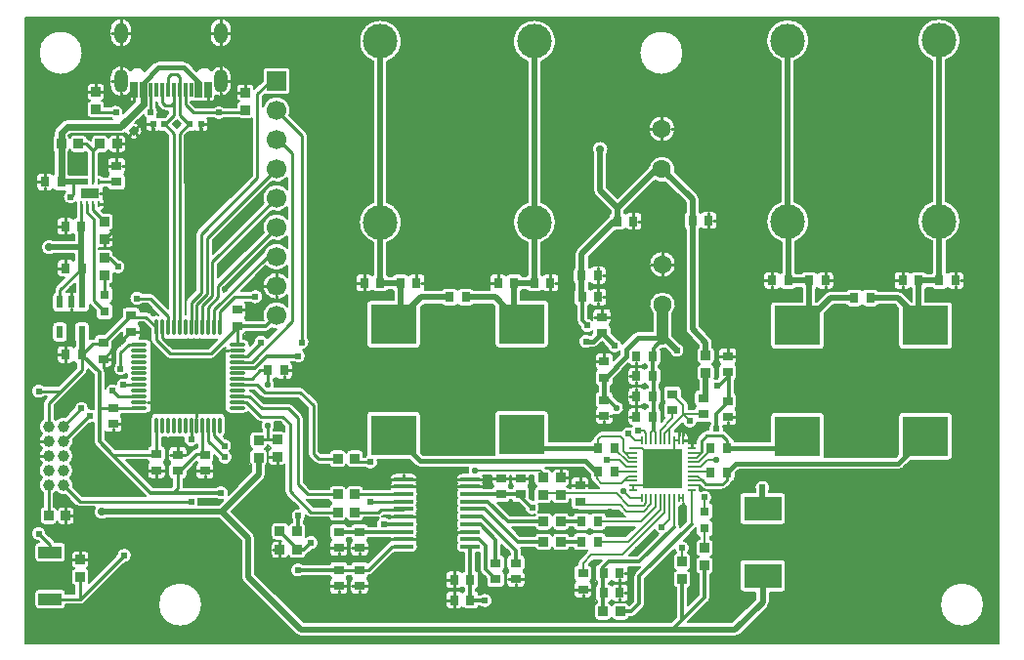
<source format=gtl>
G04 Layer: TopLayer*
G04 EasyEDA Pro v2.2.45.4, 2026-02-08 12:52:01*
G04 Gerber Generator version 0.3*
G04 Scale: 100 percent, Rotated: No, Reflected: No*
G04 Dimensions in millimeters*
G04 Leading zeros omitted, absolute positions, 4 integers and 5 decimals*
G04 Generated by one-click*
%FSLAX45Y45*%
%MOMM*%
%AMRect*21,1,$1,$2,0,0,$3*%
%AMPolygonMacro1*4,1,8,-0.00001,0.64994,-0.00001,0.65009,0.29999,0.65009,0.29999,-0.64994,0.00001,-0.64994,0.00001,-0.65009,-0.29999,-0.65009,-0.29999,0.64994,-0.00001,0.64994,0*%
%AMPolygonMacro2*4,1,8,0.00001,-0.64999,-0.00001,-0.64999,-0.30001,-0.64999,-0.30001,0.64999,-0.00001,0.64999,0.00001,0.64999,0.30001,0.64999,0.30001,-0.64999,0.00001,-0.64999,0*%
%AMPolygonMacro3*4,1,8,-0.00001,0.64999,0.00001,0.64999,0.30001,0.64999,0.30001,-0.64999,0.00001,-0.64999,-0.00001,-0.64999,-0.30001,-0.64999,-0.30001,0.64999,-0.00001,0.64999,0*%
%AMPolygonMacro4*4,1,8,-0.00004,0.64997,-0.00004,0.65,0.29999,0.65,0.29999,-0.64997,0.00004,-0.64997,0.00004,-0.65,-0.29999,-0.65,-0.29999,0.64997,-0.00004,0.64997,0*%
%ADD10C,0.2032*%
%ADD11C,0.254*%
%ADD12O,0.2X0.8*%
%ADD13O,0.8X0.2*%
%ADD14R,3.49999X3.49999*%
%ADD15C,3.0071*%
%ADD16C,2.99999*%
%ADD17R,0.8X0.9*%
%ADD18R,0.6223X1.1049*%
%ADD19R,0.9X0.8*%
%ADD20R,0.6X0.6*%
%ADD21Rect,0.6X0.6X135.0*%
%ADD22R,0.8X0.8*%
%ADD23R,0.86401X0.80648*%
%ADD24R,0.80648X0.86401*%
%ADD25R,0.25001X0.521*%
%ADD26R,1.6X0.9*%
%ADD27R,0.3X1.3*%
%ADD28PolygonMacro1*%
%ADD29PolygonMacro2*%
%ADD30PolygonMacro3*%
%ADD31PolygonMacro4*%
%ADD32O,1.2X1.8*%
%ADD33O,1.2X2.0*%
%ADD34C,1.0*%
%ADD35O,0.27X1.5*%
%ADD36O,1.5X0.27*%
%ADD37R,2.0X1.05001*%
%ADD38R,3.99999X3.49999*%
%ADD39R,1.7X1.7*%
%ADD40C,1.7*%
%ADD41R,3.32001X2.15001*%
%ADD42C,1.6*%
%ADD43O,1.74201X0.36401*%
%ADD44C,0.61*%
%ADD45C,0.55*%
%ADD46C,0.7*%
%ADD47C,0.57*%
%ADD48C,0.23*%
%ADD49C,0.5*%
%ADD50C,0.25*%
%ADD51C,0.27*%
%ADD52C,0.6*%
%ADD53C,0.3*%
%ADD54C,0.4*%
%ADD55C,0.35*%
%ADD56C,0.21*%
%ADD57C,0.2*%
G75*


G04 Copper Start*
G36*
G01X35812Y-35801D02*
G01X8464184Y-35801D01*
G01X8464184Y-5464173D01*
G01X35812Y-5464173D01*
G01X35812Y-5030993D01*
G01X114184Y-5030993D01*
G01X114184Y-5135994D01*
G01X115937Y-5147061D01*
G01X121024Y-5157045D01*
G01X128947Y-5164968D01*
G01X138931Y-5170055D01*
G01X149998Y-5171808D01*
G01X349997Y-5171808D01*
G01X361065Y-5170055D01*
G01X371048Y-5164968D01*
G01X378972Y-5157045D01*
G01X384059Y-5147061D01*
G01X385811Y-5135994D01*
G01X385811Y-5132007D01*
G01X511492Y-5132007D01*
G01X524048Y-5130354D01*
G01X524932Y-5129988D01*
G01X1184181Y-5129988D01*
G01X1186124Y-5157143D01*
G01X1191911Y-5183746D01*
G01X1201425Y-5209255D01*
G01X1214472Y-5233150D01*
G01X1230788Y-5254944D01*
G01X1250039Y-5274195D01*
G01X1271834Y-5290511D01*
G01X1295728Y-5303558D01*
G01X1321237Y-5313072D01*
G01X1347840Y-5318860D01*
G01X1374995Y-5320802D01*
G01X1402151Y-5318860D01*
G01X1428754Y-5313072D01*
G01X1454262Y-5303558D01*
G01X1478157Y-5290511D01*
G01X1499952Y-5274195D01*
G01X1519203Y-5254944D01*
G01X1535518Y-5233150D01*
G01X1548566Y-5209255D01*
G01X1558080Y-5183746D01*
G01X1563867Y-5157143D01*
G01X1565809Y-5129988D01*
G01X1563867Y-5102832D01*
G01X1558080Y-5076229D01*
G01X1548566Y-5050721D01*
G01X1535518Y-5026826D01*
G01X1519203Y-5005031D01*
G01X1499952Y-4985780D01*
G01X1478157Y-4969465D01*
G01X1454262Y-4956417D01*
G01X1428754Y-4946903D01*
G01X1402151Y-4941116D01*
G01X1374995Y-4939174D01*
G01X1347840Y-4941116D01*
G01X1321237Y-4946903D01*
G01X1295728Y-4956417D01*
G01X1271834Y-4969465D01*
G01X1250039Y-4985780D01*
G01X1230788Y-5005031D01*
G01X1214472Y-5026826D01*
G01X1201425Y-5050721D01*
G01X1191911Y-5076229D01*
G01X1186124Y-5102832D01*
G01X1184181Y-5129988D01*
G01X1184181Y-5129988D01*
G01X524932Y-5129988D01*
G01X535749Y-5125507D01*
G01X545796Y-5117798D01*
G01X892333Y-4771262D01*
G01X907514Y-4768947D01*
G01X921756Y-4763203D01*
G01X934294Y-4754337D01*
G01X944458Y-4742824D01*
G01X951700Y-4729283D01*
G01X955634Y-4714438D01*
G01X956047Y-4699087D01*
G01X952919Y-4684053D01*
G01X946416Y-4670141D01*
G01X936887Y-4658098D01*
G01X936887Y-4658098D01*
G01X924844Y-4648569D01*
G01X910932Y-4642066D01*
G01X895898Y-4638938D01*
G01X880547Y-4639351D01*
G01X865702Y-4643285D01*
G01X852161Y-4650527D01*
G01X840648Y-4660691D01*
G01X831782Y-4673229D01*
G01X826038Y-4687471D01*
G01X823723Y-4702652D01*
G01X588215Y-4938161D01*
G01X589011Y-4930649D01*
G01X589011Y-4850001D01*
G01X587697Y-4840387D01*
G01X583850Y-4831479D01*
G01X577753Y-4823931D01*
G01X569853Y-4818296D01*
G01X560731Y-4814988D01*
G01X569853Y-4811681D01*
G01X577753Y-4806046D01*
G01X583850Y-4798498D01*
G01X587697Y-4789590D01*
G01X589011Y-4779976D01*
G01X589011Y-4699328D01*
G01X587259Y-4688261D01*
G01X582172Y-4678277D01*
G01X574248Y-4670354D01*
G01X564265Y-4665267D01*
G01X553197Y-4663514D01*
G01X466797Y-4663514D01*
G01X455730Y-4665267D01*
G01X445746Y-4670354D01*
G01X437823Y-4678277D01*
G01X432736Y-4688261D01*
G01X430983Y-4699328D01*
G01X430983Y-4779976D01*
G01X432297Y-4789590D01*
G01X436144Y-4798498D01*
G01X442241Y-4806046D01*
G01X450141Y-4811681D01*
G01X459263Y-4814988D01*
G01X450141Y-4818296D01*
G01X442241Y-4823931D01*
G01X436144Y-4831479D01*
G01X432297Y-4840387D01*
G01X430983Y-4850001D01*
G01X430983Y-4930649D01*
G01X432421Y-4940697D01*
G01X436621Y-4949937D01*
G01X443244Y-4957629D01*
G01X451760Y-4963153D01*
G01X461483Y-4966066D01*
G01X461483Y-5034979D01*
G01X385811Y-5034979D01*
G01X385811Y-5030993D01*
G01X384059Y-5019925D01*
G01X378972Y-5009942D01*
G01X371048Y-5002018D01*
G01X361065Y-4996931D01*
G01X349997Y-4995179D01*
G01X149998Y-4995179D01*
G01X138931Y-4996931D01*
G01X128947Y-5002018D01*
G01X121024Y-5009942D01*
G01X115937Y-5019925D01*
G01X114184Y-5030993D01*
G01X35812Y-5030993D01*
G01X35812Y-4509088D01*
G01X83947Y-4509088D01*
G01X84360Y-4524439D01*
G01X88294Y-4539283D01*
G01X95537Y-4552825D01*
G01X105700Y-4564337D01*
G01X118238Y-4573203D01*
G01X132480Y-4578948D01*
G01X147662Y-4581262D01*
G01X154569Y-4588169D01*
G01X149998Y-4588169D01*
G01X138931Y-4589922D01*
G01X128947Y-4595009D01*
G01X121024Y-4602932D01*
G01X115937Y-4612916D01*
G01X114184Y-4623983D01*
G01X114184Y-4728984D01*
G01X115937Y-4740051D01*
G01X121024Y-4750035D01*
G01X128947Y-4757958D01*
G01X138931Y-4763045D01*
G01X149998Y-4764798D01*
G01X349997Y-4764798D01*
G01X361065Y-4763045D01*
G01X371048Y-4757958D01*
G01X378972Y-4750035D01*
G01X384059Y-4740051D01*
G01X385811Y-4728984D01*
G01X385811Y-4623983D01*
G01X384059Y-4612916D01*
G01X378972Y-4602932D01*
G01X371048Y-4595009D01*
G01X361065Y-4589922D01*
G01X349997Y-4588169D01*
G01X290424Y-4588169D01*
G01X284302Y-4580684D01*
G01X216271Y-4512653D01*
G01X213956Y-4497472D01*
G01X208212Y-4483230D01*
G01X199346Y-4470691D01*
G01X187833Y-4460528D01*
G01X174292Y-4453285D01*
G01X159447Y-4449352D01*
G01X144096Y-4448938D01*
G01X129062Y-4452067D01*
G01X115150Y-4458569D01*
G01X103107Y-4468098D01*
G01X103107Y-4468098D01*
G01X93578Y-4480141D01*
G01X87075Y-4494053D01*
G01X83947Y-4509088D01*
G01X35812Y-4509088D01*
G01X35812Y-3279992D01*
G01X83684Y-3279992D01*
G01X85462Y-3295245D01*
G01X90701Y-3309680D01*
G01X99120Y-3322524D01*
G01X110267Y-3333086D01*
G01X123545Y-3340801D01*
G01X138242Y-3345255D01*
G01X153569Y-3346209D01*
G01X168704Y-3343612D01*
G01X182837Y-3337604D01*
G01X195208Y-3328506D01*
G01X222874Y-3328506D01*
G01X202193Y-3349187D01*
G01X194483Y-3359234D01*
G01X189637Y-3370935D01*
G01X187983Y-3383491D01*
G01X187983Y-3515206D01*
G01X174868Y-3526276D01*
G01X164218Y-3539734D01*
G01X156459Y-3555042D01*
G01X151901Y-3571588D01*
G01X150727Y-3588711D01*
G01X152983Y-3605724D01*
G01X158581Y-3621948D01*
G01X167294Y-3636734D01*
G01X178776Y-3649490D01*
G01X166894Y-3662797D01*
G01X158020Y-3678272D01*
G01X152538Y-3695248D01*
G01X150684Y-3712990D01*
G01X152538Y-3730733D01*
G01X158020Y-3747709D01*
G01X166894Y-3763184D01*
G01X178776Y-3776490D01*
G01X166894Y-3789797D01*
G01X158020Y-3805272D01*
G01X152538Y-3822248D01*
G01X150684Y-3839990D01*
G01X152538Y-3857733D01*
G01X158020Y-3874709D01*
G01X166894Y-3890184D01*
G01X178776Y-3903490D01*
G01X166894Y-3916797D01*
G01X158020Y-3932272D01*
G01X152538Y-3949248D01*
G01X150684Y-3966990D01*
G01X152538Y-3984733D01*
G01X158020Y-4001709D01*
G01X166894Y-4017184D01*
G01X178776Y-4030490D01*
G01X168461Y-4041692D01*
G01X160289Y-4054541D01*
G01X154516Y-4068631D01*
G01X151325Y-4083521D01*
G01X150815Y-4098739D01*
G01X153003Y-4113809D01*
G01X157821Y-4128254D01*
G01X165115Y-4141620D01*
G01X174658Y-4153487D01*
G01X186147Y-4163480D01*
G01X186147Y-4281924D01*
G01X175139Y-4286555D01*
G01X166266Y-4294548D01*
G01X160514Y-4305014D01*
G01X158523Y-4316789D01*
G01X158523Y-4403190D01*
G01X160276Y-4414257D01*
G01X165363Y-4424241D01*
G01X173286Y-4432164D01*
G01X183270Y-4437251D01*
G01X194337Y-4439004D01*
G01X274985Y-4439004D01*
G01X284599Y-4437689D01*
G01X293507Y-4433842D01*
G01X301055Y-4427745D01*
G01X306690Y-4419846D01*
G01X309997Y-4410724D01*
G01X313305Y-4419846D01*
G01X318940Y-4427745D01*
G01X326488Y-4433842D01*
G01X335396Y-4437689D01*
G01X345010Y-4439004D01*
G01X425658Y-4439004D01*
G01X436725Y-4437251D01*
G01X446709Y-4432164D01*
G01X454632Y-4424241D01*
G01X459719Y-4414257D01*
G01X461472Y-4403190D01*
G01X461472Y-4316789D01*
G01X459719Y-4305722D01*
G01X454632Y-4295738D01*
G01X446709Y-4287815D01*
G01X436725Y-4282728D01*
G01X425658Y-4280975D01*
G01X345010Y-4280975D01*
G01X335396Y-4282290D01*
G01X326488Y-4286136D01*
G01X318940Y-4292234D01*
G01X313305Y-4300133D01*
G01X309997Y-4309255D01*
G01X306517Y-4299809D01*
G01X300546Y-4291704D01*
G01X292555Y-4285581D01*
G01X283175Y-4281924D01*
G01X283175Y-4165999D01*
G01X292048Y-4159399D01*
G01X299997Y-4151712D01*
G01X312974Y-4163355D01*
G01X328037Y-4172135D01*
G01X344563Y-4177689D01*
G01X361870Y-4179789D01*
G01X379245Y-4178347D01*
G01X470192Y-4269294D01*
G01X480240Y-4277004D01*
G01X491940Y-4281851D01*
G01X504497Y-4283504D01*
G01X637607Y-4283504D01*
G01X629719Y-4297541D01*
G01X625205Y-4312999D01*
G01X624301Y-4329076D01*
G01X627052Y-4344941D01*
G01X633316Y-4359776D01*
G01X642769Y-4372811D01*
G01X654923Y-4383374D01*
G01X669149Y-4390918D01*
G01X684712Y-4395053D01*
G01X700806Y-4395565D01*
G01X716600Y-4392428D01*
G01X731277Y-4385803D01*
G01X1709805Y-4385803D01*
G01X1904180Y-4580179D01*
G01X1904180Y-4889988D01*
G01X1905349Y-4901853D01*
G01X1908809Y-4913261D01*
G01X1914429Y-4923775D01*
G01X1921992Y-4932990D01*
G01X2376991Y-5387989D01*
G01X2386207Y-5395552D01*
G01X2396721Y-5401172D01*
G01X2408129Y-5404633D01*
G01X2419993Y-5405801D01*
G01X6184986Y-5405801D01*
G01X6196850Y-5404633D01*
G01X6208258Y-5401172D01*
G01X6218772Y-5395552D01*
G01X6227988Y-5387989D01*
G01X6466042Y-5149935D01*
G01X6473605Y-5140720D01*
G01X6479224Y-5130206D01*
G01X6479291Y-5129987D01*
G01X7959168Y-5129987D01*
G01X7961110Y-5157143D01*
G01X7966897Y-5183746D01*
G01X7976411Y-5209254D01*
G01X7989459Y-5233149D01*
G01X8005774Y-5254944D01*
G01X8025025Y-5274195D01*
G01X8046820Y-5290510D01*
G01X8070715Y-5303558D01*
G01X8096223Y-5313072D01*
G01X8122826Y-5318859D01*
G01X8149982Y-5320801D01*
G01X8177137Y-5318859D01*
G01X8203740Y-5313072D01*
G01X8229249Y-5303558D01*
G01X8253144Y-5290510D01*
G01X8274938Y-5274195D01*
G01X8294189Y-5254944D01*
G01X8310505Y-5233149D01*
G01X8323552Y-5209254D01*
G01X8333066Y-5183746D01*
G01X8338854Y-5157143D01*
G01X8340796Y-5129987D01*
G01X8338854Y-5102831D01*
G01X8333066Y-5076229D01*
G01X8323552Y-5050720D01*
G01X8310505Y-5026825D01*
G01X8294189Y-5005031D01*
G01X8274938Y-4985780D01*
G01X8253144Y-4969464D01*
G01X8229249Y-4956417D01*
G01X8203740Y-4946902D01*
G01X8177137Y-4941115D01*
G01X8149982Y-4939173D01*
G01X8122826Y-4941115D01*
G01X8096223Y-4946902D01*
G01X8070715Y-4956417D01*
G01X8046820Y-4969464D01*
G01X8025025Y-4985780D01*
G01X8005774Y-5005031D01*
G01X7989459Y-5026825D01*
G01X7976411Y-5050720D01*
G01X7966897Y-5076229D01*
G01X7961110Y-5102831D01*
G01X7959168Y-5129987D01*
G01X7959168Y-5129987D01*
G01X6479291Y-5129987D01*
G01X6482685Y-5118798D01*
G01X6483854Y-5106934D01*
G01X6483854Y-5023502D01*
G01X6589040Y-5023502D01*
G01X6600107Y-5021749D01*
G01X6610091Y-5016662D01*
G01X6618014Y-5008739D01*
G01X6623101Y-4998755D01*
G01X6624854Y-4987688D01*
G01X6624854Y-4772687D01*
G01X6623101Y-4761620D01*
G01X6618014Y-4751636D01*
G01X6610091Y-4743713D01*
G01X6600107Y-4738626D01*
G01X6589040Y-4736873D01*
G01X6257039Y-4736873D01*
G01X6245972Y-4738626D01*
G01X6235988Y-4743713D01*
G01X6228065Y-4751636D01*
G01X6222978Y-4761620D01*
G01X6221225Y-4772687D01*
G01X6221225Y-4987688D01*
G01X6222978Y-4998755D01*
G01X6228065Y-5008739D01*
G01X6235988Y-5016662D01*
G01X6245972Y-5021749D01*
G01X6257039Y-5023502D01*
G01X6362226Y-5023502D01*
G01X6362226Y-5081744D01*
G01X6159796Y-5284173D01*
G01X5772663Y-5284173D01*
G01X5955917Y-5100919D01*
G01X5963992Y-5090395D01*
G01X5969069Y-5078140D01*
G01X5970800Y-5064988D01*
G01X5970800Y-4865644D01*
G01X5979900Y-4862324D01*
G01X5987778Y-4856686D01*
G01X5993856Y-4849143D01*
G01X5997690Y-4840247D01*
G01X5999001Y-4830649D01*
G01X5999001Y-4750001D01*
G01X5997686Y-4740387D01*
G01X5993839Y-4731479D01*
G01X5987742Y-4723931D01*
G01X5979843Y-4718296D01*
G01X5970720Y-4714989D01*
G01X5979843Y-4711681D01*
G01X5987742Y-4706046D01*
G01X5993839Y-4698498D01*
G01X5997686Y-4689590D01*
G01X5999001Y-4679976D01*
G01X5999001Y-4599328D01*
G01X5997426Y-4588826D01*
G01X5992841Y-4579247D01*
G01X5985648Y-4571433D01*
G01X5976480Y-4566073D01*
G01X5966143Y-4563637D01*
G01X5966143Y-4545228D01*
G01X5975733Y-4542221D01*
G01X5984110Y-4536668D01*
G01X5990614Y-4529006D01*
G01X5994733Y-4519839D01*
G01X5996143Y-4509889D01*
G01X5996143Y-4429889D01*
G01X5994837Y-4420306D01*
G01X5991015Y-4411422D01*
G01X5984955Y-4403885D01*
G01X5977099Y-4398244D01*
G01X5968020Y-4394910D01*
G01X5978962Y-4390246D01*
G01X5987774Y-4382256D01*
G01X5993482Y-4371820D01*
G01X5995457Y-4360090D01*
G01X5995457Y-4280090D01*
G01X5993510Y-4268442D01*
G01X5987881Y-4258061D01*
G01X5979182Y-4250075D01*
G01X5968358Y-4245352D01*
G01X5976877Y-4234064D01*
G01X5982808Y-4221226D01*
G01X5985883Y-4207422D01*
G01X5985960Y-4193280D01*
G01X5985291Y-4190113D01*
G01X6221225Y-4190113D01*
G01X6221225Y-4405114D01*
G01X6222978Y-4416181D01*
G01X6228065Y-4426165D01*
G01X6235988Y-4434088D01*
G01X6245972Y-4439175D01*
G01X6257039Y-4440928D01*
G01X6589040Y-4440928D01*
G01X6600107Y-4439175D01*
G01X6610091Y-4434088D01*
G01X6618014Y-4426165D01*
G01X6623101Y-4416181D01*
G01X6624854Y-4405114D01*
G01X6624854Y-4190113D01*
G01X6623101Y-4179046D01*
G01X6618014Y-4169062D01*
G01X6610091Y-4161139D01*
G01X6600107Y-4156052D01*
G01X6589040Y-4154299D01*
G01X6480599Y-4154299D01*
G01X6480599Y-4141233D01*
G01X6485225Y-4125521D01*
G01X6485860Y-4109155D01*
G01X6482463Y-4093132D01*
G01X6475243Y-4078430D01*
G01X6464640Y-4065947D01*
G01X6451300Y-4056443D01*
G01X6436039Y-4050499D01*
G01X6419785Y-4048476D01*
G01X6403532Y-4050499D01*
G01X6388270Y-4056443D01*
G01X6374931Y-4065947D01*
G01X6364328Y-4078430D01*
G01X6357108Y-4093132D01*
G01X6353711Y-4109155D01*
G01X6354345Y-4125521D01*
G01X6358971Y-4141233D01*
G01X6358971Y-4154299D01*
G01X6257039Y-4154299D01*
G01X6257039Y-4154299D01*
G01X6245972Y-4156052D01*
G01X6235988Y-4161139D01*
G01X6228065Y-4169062D01*
G01X6222978Y-4179046D01*
G01X6221225Y-4190113D01*
G01X5985291Y-4190113D01*
G01X5983037Y-4179443D01*
G01X5977247Y-4166541D01*
G01X5968852Y-4155160D01*
G01X5958235Y-4145818D01*
G01X5945879Y-4138939D01*
G01X5932344Y-4134837D01*
G01X5918248Y-4133698D01*
G01X5904231Y-4135574D01*
G01X5890931Y-4140380D01*
G01X5878952Y-4147896D01*
G01X5880765Y-4136810D01*
G01X5879826Y-4125615D01*
G01X5876191Y-4114985D01*
G01X5880024Y-4103354D01*
G01X5895823Y-4119153D01*
G01X5905829Y-4126831D01*
G01X5917482Y-4131658D01*
G01X5929986Y-4133304D01*
G01X6074986Y-4133304D01*
G01X6087491Y-4131658D01*
G01X6099143Y-4126831D01*
G01X6109149Y-4119153D01*
G01X6144152Y-4084151D01*
G01X6151069Y-4075416D01*
G01X6155802Y-4065329D01*
G01X6165392Y-4062322D01*
G01X6173769Y-4056770D01*
G01X6180273Y-4049108D01*
G01X6184392Y-4039941D01*
G01X6185802Y-4029990D01*
G01X6185802Y-3988108D01*
G01X6212406Y-3961505D01*
G01X7599280Y-3961505D01*
G01X7613726Y-3959603D01*
G01X7627187Y-3954027D01*
G01X7638747Y-3945157D01*
G01X7703102Y-3880802D01*
G01X8034982Y-3880802D01*
G01X8046049Y-3879049D01*
G01X8056033Y-3873962D01*
G01X8063956Y-3866039D01*
G01X8069043Y-3856055D01*
G01X8070796Y-3844988D01*
G01X8070796Y-3494989D01*
G01X8069043Y-3483921D01*
G01X8063956Y-3473938D01*
G01X8056033Y-3466014D01*
G01X8046049Y-3460927D01*
G01X8034982Y-3459175D01*
G01X7634983Y-3459175D01*
G01X7623916Y-3460927D01*
G01X7613932Y-3466014D01*
G01X7606009Y-3473938D01*
G01X7600922Y-3483921D01*
G01X7599169Y-3494989D01*
G01X7599169Y-3826869D01*
G01X7576161Y-3849877D01*
G01X6960463Y-3849877D01*
G01X6960798Y-3844988D01*
G01X6960798Y-3494989D01*
G01X6959045Y-3483921D01*
G01X6953958Y-3473938D01*
G01X6946035Y-3466014D01*
G01X6936051Y-3460927D01*
G01X6924984Y-3459175D01*
G01X6524985Y-3459175D01*
G01X6513918Y-3460927D01*
G01X6503934Y-3466014D01*
G01X6496011Y-3473938D01*
G01X6490924Y-3483921D01*
G01X6489171Y-3494989D01*
G01X6489171Y-3714177D01*
G01X6184131Y-3714177D01*
G01X6179101Y-3704132D01*
G01X6171208Y-3696140D01*
G01X6161227Y-3690986D01*
G01X6156433Y-3680163D01*
G01X6149152Y-3670830D01*
G01X6109149Y-3630828D01*
G01X6101695Y-3624731D01*
G01X6093181Y-3620234D01*
G01X6083943Y-3617514D01*
G01X6086086Y-3605321D01*
G01X6085924Y-3592941D01*
G01X6083465Y-3580808D01*
G01X6164986Y-3580808D01*
G01X6176053Y-3579055D01*
G01X6186037Y-3573968D01*
G01X6193960Y-3566044D01*
G01X6199047Y-3556061D01*
G01X6200800Y-3544994D01*
G01X6200800Y-3464994D01*
G01X6198855Y-3453353D01*
G01X6193233Y-3442977D01*
G01X6184543Y-3434991D01*
G01X6193233Y-3427006D01*
G01X6198855Y-3416629D01*
G01X6200800Y-3404989D01*
G01X6200800Y-3324989D01*
G01X6199421Y-3315148D01*
G01X6195391Y-3306064D01*
G01X6189021Y-3298438D01*
G01X6180800Y-3292855D01*
G01X6180800Y-3187128D01*
G01X6189021Y-3181545D01*
G01X6195391Y-3173919D01*
G01X6199421Y-3164835D01*
G01X6200800Y-3154994D01*
G01X6200800Y-3074994D01*
G01X6198855Y-3063354D01*
G01X6193233Y-3052978D01*
G01X6184543Y-3044992D01*
G01X6193233Y-3037006D01*
G01X6198855Y-3026630D01*
G01X6200800Y-3014990D01*
G01X6200800Y-2934990D01*
G01X6199047Y-2923923D01*
G01X6193960Y-2913939D01*
G01X6186037Y-2906016D01*
G01X6176053Y-2900929D01*
G01X6164986Y-2899176D01*
G01X6074986Y-2899176D01*
G01X6063919Y-2900929D01*
G01X6053935Y-2906016D01*
G01X6046012Y-2913939D01*
G01X6040925Y-2923923D01*
G01X6039172Y-2934990D01*
G01X6039172Y-3014990D01*
G01X6041116Y-3026630D01*
G01X6046739Y-3037006D01*
G01X6055428Y-3044992D01*
G01X6046739Y-3052978D01*
G01X6041116Y-3063354D01*
G01X6039172Y-3074994D01*
G01X6039172Y-3154994D01*
G01X6039617Y-3160621D01*
G01X6031541Y-3168696D01*
G01X6019005Y-3169593D01*
G01X6006863Y-3172840D01*
G01X6008462Y-3166839D01*
G01X6009001Y-3160652D01*
G01X6009001Y-3080005D01*
G01X6007686Y-3070391D01*
G01X6003839Y-3061483D01*
G01X5997742Y-3053934D01*
G01X5989843Y-3048299D01*
G01X5980720Y-3044992D01*
G01X5989843Y-3041685D01*
G01X5997742Y-3036050D01*
G01X6003839Y-3028501D01*
G01X6007686Y-3019593D01*
G01X6009001Y-3009979D01*
G01X6009001Y-2929332D01*
G01X6007758Y-2919981D01*
G01X6004118Y-2911279D01*
G01X5998331Y-2903829D01*
G01X5990800Y-2898148D01*
G01X5990800Y-2857893D01*
G01X5989631Y-2846029D01*
G01X5986171Y-2834620D01*
G01X5980551Y-2824106D01*
G01X5972988Y-2814891D01*
G01X5875798Y-2717701D01*
G01X5875798Y-2274994D01*
G01X6429169Y-2274994D01*
G01X6429169Y-2364993D01*
G01X6430921Y-2376060D01*
G01X6436008Y-2386044D01*
G01X6443932Y-2393967D01*
G01X6453915Y-2399055D01*
G01X6464983Y-2400807D01*
G01X6544982Y-2400807D01*
G01X6556623Y-2398863D01*
G01X6566999Y-2393241D01*
G01X6574985Y-2384551D01*
G01X6582971Y-2393241D01*
G01X6593347Y-2398863D01*
G01X6604987Y-2400807D01*
G01X6684987Y-2400807D01*
G01X6694826Y-2399429D01*
G01X6703908Y-2395402D01*
G01X6711533Y-2389034D01*
G01X6717116Y-2380816D01*
G01X6752861Y-2380816D01*
G01X6757695Y-2388183D01*
G01X6764181Y-2394147D01*
G01X6764181Y-2499182D01*
G01X6524985Y-2499182D01*
G01X6513918Y-2500934D01*
G01X6503934Y-2506021D01*
G01X6496011Y-2513945D01*
G01X6490924Y-2523928D01*
G01X6489171Y-2534996D01*
G01X6489171Y-2884995D01*
G01X6490924Y-2896062D01*
G01X6496011Y-2906046D01*
G01X6503934Y-2913969D01*
G01X6513918Y-2919056D01*
G01X6524985Y-2920809D01*
G01X6924984Y-2920809D01*
G01X6936051Y-2919056D01*
G01X6946035Y-2913969D01*
G01X6953958Y-2906046D01*
G01X6959045Y-2896062D01*
G01X6960798Y-2884995D01*
G01X6960798Y-2605185D01*
G01X7035177Y-2530807D01*
G01X7142848Y-2530807D01*
G01X7148430Y-2539028D01*
G01X7156057Y-2545399D01*
G01X7165140Y-2549428D01*
G01X7174981Y-2550807D01*
G01X7254981Y-2550807D01*
G01X7266621Y-2548863D01*
G01X7276998Y-2543240D01*
G01X7284984Y-2534551D01*
G01X7292969Y-2543240D01*
G01X7303346Y-2548863D01*
G01X7314986Y-2550807D01*
G01X7394986Y-2550807D01*
G01X7404827Y-2549428D01*
G01X7413910Y-2545399D01*
G01X7421537Y-2539028D01*
G01X7427119Y-2530807D01*
G01X7569790Y-2530807D01*
G01X7599169Y-2560186D01*
G01X7599169Y-2884995D01*
G01X7600922Y-2896062D01*
G01X7606009Y-2906046D01*
G01X7613932Y-2913969D01*
G01X7623916Y-2919056D01*
G01X7634983Y-2920809D01*
G01X8034982Y-2920809D01*
G01X8046049Y-2919056D01*
G01X8056033Y-2913969D01*
G01X8063956Y-2906046D01*
G01X8069043Y-2896062D01*
G01X8070796Y-2884995D01*
G01X8070796Y-2534996D01*
G01X8069043Y-2523928D01*
G01X8063956Y-2513945D01*
G01X8056033Y-2506021D01*
G01X8046049Y-2500934D01*
G01X8034982Y-2499182D01*
G01X7835799Y-2499182D01*
G01X7835799Y-2394138D01*
G01X7842285Y-2388174D01*
G01X7847118Y-2380807D01*
G01X7882846Y-2380807D01*
G01X7888429Y-2389028D01*
G01X7896055Y-2395399D01*
G01X7905139Y-2399429D01*
G01X7914980Y-2400807D01*
G01X7994980Y-2400807D01*
G01X8006620Y-2398863D01*
G01X8016996Y-2393241D01*
G01X8024982Y-2384551D01*
G01X8032968Y-2393241D01*
G01X8043344Y-2398863D01*
G01X8054985Y-2400807D01*
G01X8134984Y-2400807D01*
G01X8146051Y-2399055D01*
G01X8156035Y-2393967D01*
G01X8163958Y-2386044D01*
G01X8169046Y-2376060D01*
G01X8170798Y-2364993D01*
G01X8170798Y-2274994D01*
G01X8169046Y-2263926D01*
G01X8163958Y-2253943D01*
G01X8156035Y-2246019D01*
G01X8146051Y-2240932D01*
G01X8134984Y-2239180D01*
G01X8054985Y-2239180D01*
G01X8043344Y-2241124D01*
G01X8032968Y-2246746D01*
G01X8024982Y-2255436D01*
G01X8020836Y-2250213D01*
G01X8015794Y-2245849D01*
G01X8015794Y-1978781D01*
G01X8040030Y-1967547D01*
G01X8062404Y-1952954D01*
G01X8082455Y-1935304D01*
G01X8099768Y-1914960D01*
G01X8113985Y-1892345D01*
G01X8124813Y-1867925D01*
G01X8132026Y-1842204D01*
G01X8135477Y-1815715D01*
G01X8135095Y-1789005D01*
G01X8130886Y-1762625D01*
G01X8122938Y-1737122D01*
G01X8111415Y-1713022D01*
G01X8096556Y-1690823D01*
G01X8078667Y-1670985D01*
G01X8058118Y-1653916D01*
G01X8035334Y-1639970D01*
G01X8010786Y-1629436D01*
G01X8010786Y-410571D01*
G01X8035979Y-399702D01*
G01X8059297Y-385241D01*
G01X8080231Y-367503D01*
G01X8098324Y-346877D01*
G01X8113183Y-323810D01*
G01X8124483Y-298807D01*
G01X8131978Y-272413D01*
G01X8135505Y-245203D01*
G01X8134986Y-217770D01*
G01X8130433Y-190712D01*
G01X8121945Y-164620D01*
G01X8109707Y-140063D01*
G01X8093986Y-117575D01*
G01X8075125Y-97647D01*
G01X8053536Y-80715D01*
G01X8029688Y-67146D01*
G01X8004101Y-57237D01*
G01X7977335Y-51203D01*
G01X7949972Y-49178D01*
G01X7922609Y-51203D01*
G01X7895843Y-57237D01*
G01X7870256Y-67146D01*
G01X7846408Y-80715D01*
G01X7824819Y-97647D01*
G01X7805958Y-117575D01*
G01X7790237Y-140063D01*
G01X7777999Y-164620D01*
G01X7769511Y-190712D01*
G01X7764958Y-217770D01*
G01X7764439Y-245203D01*
G01X7767966Y-272413D01*
G01X7775461Y-298807D01*
G01X7786761Y-323810D01*
G01X7801620Y-346877D01*
G01X7819713Y-367503D01*
G01X7840647Y-385241D01*
G01X7863965Y-399702D01*
G01X7889158Y-410571D01*
G01X7889158Y-1629436D01*
G01X7864057Y-1640258D01*
G01X7840814Y-1654645D01*
G01X7819935Y-1672287D01*
G01X7801869Y-1692801D01*
G01X7787008Y-1715744D01*
G01X7775674Y-1740618D01*
G01X7768113Y-1766887D01*
G01X7764486Y-1793980D01*
G01X7764874Y-1821312D01*
G01X7769268Y-1848292D01*
G01X7777572Y-1874335D01*
G01X7789608Y-1898877D01*
G01X7805113Y-1921389D01*
G01X7823754Y-1941382D01*
G01X7845126Y-1958424D01*
G01X7868767Y-1972146D01*
G01X7894166Y-1982251D01*
G01X7894166Y-2245849D01*
G01X7887680Y-2251813D01*
G01X7882846Y-2259180D01*
G01X7847118Y-2259180D01*
G01X7841536Y-2250958D01*
G01X7833910Y-2244588D01*
G01X7824826Y-2240558D01*
G01X7814985Y-2239180D01*
G01X7734985Y-2239180D01*
G01X7723345Y-2241124D01*
G01X7712968Y-2246746D01*
G01X7704983Y-2255436D01*
G01X7696997Y-2246746D01*
G01X7686621Y-2241124D01*
G01X7674980Y-2239180D01*
G01X7594980Y-2239180D01*
G01X7583913Y-2240932D01*
G01X7573929Y-2246019D01*
G01X7566006Y-2253943D01*
G01X7560919Y-2263926D01*
G01X7559166Y-2274994D01*
G01X7559166Y-2364993D01*
G01X7560919Y-2376060D01*
G01X7566006Y-2386044D01*
G01X7573929Y-2393967D01*
G01X7583913Y-2399055D01*
G01X7594980Y-2400807D01*
G01X7674980Y-2400807D01*
G01X7686621Y-2398863D01*
G01X7696997Y-2393241D01*
G01X7704983Y-2384551D01*
G01X7709129Y-2389774D01*
G01X7714171Y-2394138D01*
G01X7714171Y-2499182D01*
G01X7710173Y-2499182D01*
G01X7637982Y-2426991D01*
G01X7628767Y-2419428D01*
G01X7618253Y-2413808D01*
G01X7606845Y-2410348D01*
G01X7594980Y-2409179D01*
G01X7427119Y-2409179D01*
G01X7421537Y-2400958D01*
G01X7413910Y-2394588D01*
G01X7404827Y-2390558D01*
G01X7394986Y-2389179D01*
G01X7314986Y-2389179D01*
G01X7303346Y-2391124D01*
G01X7292969Y-2396746D01*
G01X7284984Y-2405436D01*
G01X7276998Y-2396746D01*
G01X7266621Y-2391124D01*
G01X7254981Y-2389179D01*
G01X7174981Y-2389179D01*
G01X7165140Y-2390558D01*
G01X7156057Y-2394588D01*
G01X7148430Y-2400958D01*
G01X7142848Y-2409179D01*
G01X7009987Y-2409179D01*
G01X6998122Y-2410348D01*
G01X6986714Y-2413808D01*
G01X6976200Y-2419428D01*
G01X6966985Y-2426991D01*
G01X6894794Y-2499182D01*
G01X6885809Y-2499182D01*
G01X6885809Y-2394147D01*
G01X6890851Y-2389783D01*
G01X6894997Y-2384560D01*
G01X6902983Y-2393249D01*
G01X6913359Y-2398872D01*
G01X6925000Y-2400816D01*
G01X7005000Y-2400816D01*
G01X7016067Y-2399063D01*
G01X7026051Y-2393976D01*
G01X7033974Y-2386053D01*
G01X7039061Y-2376069D01*
G01X7040814Y-2365002D01*
G01X7040814Y-2275002D01*
G01X7039061Y-2263935D01*
G01X7033974Y-2253951D01*
G01X7026051Y-2246028D01*
G01X7016067Y-2240941D01*
G01X7005000Y-2239188D01*
G01X6925000Y-2239188D01*
G01X6913359Y-2241133D01*
G01X6902983Y-2246755D01*
G01X6894997Y-2255445D01*
G01X6887012Y-2246755D01*
G01X6876635Y-2241133D01*
G01X6864995Y-2239188D01*
G01X6784995Y-2239188D01*
G01X6775154Y-2240567D01*
G01X6766070Y-2244597D01*
G01X6758444Y-2250967D01*
G01X6752861Y-2259188D01*
G01X6717125Y-2259188D01*
G01X6712290Y-2251816D01*
G01X6705801Y-2245849D01*
G01X6705801Y-1983771D01*
G01X6730037Y-1972537D01*
G01X6752411Y-1957944D01*
G01X6772461Y-1940293D01*
G01X6789773Y-1919950D01*
G01X6803990Y-1897334D01*
G01X6814816Y-1872914D01*
G01X6822030Y-1847193D01*
G01X6825480Y-1820704D01*
G01X6825097Y-1793994D01*
G01X6820888Y-1767615D01*
G01X6812940Y-1742113D01*
G01X6801417Y-1718013D01*
G01X6786557Y-1695815D01*
G01X6768669Y-1675976D01*
G01X6748120Y-1658908D01*
G01X6725336Y-1644963D01*
G01X6700789Y-1634428D01*
G01X6700789Y-415579D01*
G01X6725982Y-404709D01*
G01X6749299Y-390248D01*
G01X6770233Y-372511D01*
G01X6788327Y-351884D01*
G01X6803186Y-328818D01*
G01X6814486Y-303815D01*
G01X6821981Y-277421D01*
G01X6825508Y-250210D01*
G01X6824989Y-222777D01*
G01X6820435Y-195720D01*
G01X6811947Y-169628D01*
G01X6799710Y-145070D01*
G01X6783989Y-122582D01*
G01X6765128Y-102655D01*
G01X6743538Y-85722D01*
G01X6719690Y-72153D01*
G01X6694104Y-62244D01*
G01X6667338Y-56211D01*
G01X6639975Y-54185D01*
G01X6612612Y-56211D01*
G01X6585845Y-62244D01*
G01X6560259Y-72153D01*
G01X6536411Y-85722D01*
G01X6514821Y-102655D01*
G01X6495960Y-122582D01*
G01X6480240Y-145070D01*
G01X6468002Y-169628D01*
G01X6459514Y-195720D01*
G01X6454961Y-222777D01*
G01X6454442Y-250210D01*
G01X6457968Y-277421D01*
G01X6465463Y-303815D01*
G01X6476763Y-328818D01*
G01X6491622Y-351884D01*
G01X6509716Y-372511D01*
G01X6530650Y-390248D01*
G01X6553968Y-404709D01*
G01X6579161Y-415579D01*
G01X6579161Y-1634428D01*
G01X6554059Y-1645250D01*
G01X6530817Y-1659638D01*
G01X6509937Y-1677280D01*
G01X6491871Y-1697795D01*
G01X6477010Y-1720738D01*
G01X6465676Y-1745612D01*
G01X6458115Y-1771881D01*
G01X6454489Y-1798975D01*
G01X6454877Y-1826307D01*
G01X6459271Y-1853287D01*
G01X6467576Y-1879330D01*
G01X6479612Y-1903873D01*
G01X6495118Y-1926385D01*
G01X6513760Y-1946378D01*
G01X6535133Y-1963419D01*
G01X6558774Y-1977141D01*
G01X6584173Y-1987245D01*
G01X6584173Y-1987245D01*
G01X6584173Y-2245849D01*
G01X6579131Y-2250213D01*
G01X6574985Y-2255436D01*
G01X6566999Y-2246746D01*
G01X6556623Y-2241124D01*
G01X6544982Y-2239180D01*
G01X6464983Y-2239180D01*
G01X6453915Y-2240932D01*
G01X6443932Y-2246019D01*
G01X6436008Y-2253943D01*
G01X6430921Y-2263926D01*
G01X6429169Y-2274994D01*
G01X5875798Y-2274994D01*
G01X5875798Y-1874139D01*
G01X5880840Y-1869775D01*
G01X5884986Y-1864552D01*
G01X5892972Y-1873242D01*
G01X5903348Y-1878864D01*
G01X5914989Y-1880808D01*
G01X5994989Y-1880808D01*
G01X6006056Y-1879056D01*
G01X6016040Y-1873969D01*
G01X6023963Y-1866045D01*
G01X6029050Y-1856062D01*
G01X6030803Y-1844994D01*
G01X6030803Y-1754995D01*
G01X6029050Y-1743927D01*
G01X6023963Y-1733944D01*
G01X6016040Y-1726020D01*
G01X6006056Y-1720933D01*
G01X5994989Y-1719181D01*
G01X5914989Y-1719181D01*
G01X5903348Y-1721125D01*
G01X5892972Y-1726747D01*
G01X5884986Y-1735437D01*
G01X5880841Y-1730215D01*
G01X5875800Y-1725852D01*
G01X5875800Y-1614995D01*
G01X5874632Y-1603131D01*
G01X5871171Y-1591722D01*
G01X5865551Y-1581208D01*
G01X5857988Y-1571993D01*
G01X5663578Y-1377583D01*
G01X5665774Y-1357503D01*
G01X5664447Y-1337348D01*
G01X5659639Y-1317729D01*
G01X5651496Y-1299245D01*
G01X5640264Y-1282456D01*
G01X5626287Y-1267874D01*
G01X5609988Y-1255943D01*
G01X5591864Y-1247024D01*
G01X5572467Y-1241391D01*
G01X5552386Y-1239213D01*
G01X5532231Y-1240557D01*
G01X5512617Y-1245383D01*
G01X5494140Y-1253543D01*
G01X5477361Y-1264789D01*
G01X5462792Y-1278780D01*
G01X5450875Y-1295089D01*
G01X5441972Y-1313220D01*
G01X5436356Y-1332623D01*
G01X5164988Y-1603991D01*
G01X5075802Y-1514805D01*
G01X5075802Y-1216276D01*
G01X5082563Y-1201166D01*
G01X5085632Y-1184899D01*
G01X5084840Y-1168365D01*
G01X5080231Y-1152465D01*
G01X5072057Y-1138071D01*
G01X5060765Y-1125967D01*
G01X5046970Y-1116815D01*
G01X5031428Y-1111117D01*
G01X5014988Y-1109182D01*
G01X4998548Y-1111117D01*
G01X4983006Y-1116815D01*
G01X4969212Y-1125967D01*
G01X4957919Y-1138071D01*
G01X4949745Y-1152465D01*
G01X4945136Y-1168365D01*
G01X4944344Y-1184899D01*
G01X4947413Y-1201166D01*
G01X4954174Y-1216276D01*
G01X4954174Y-1539995D01*
G01X4955343Y-1551859D01*
G01X4958803Y-1563268D01*
G01X4964423Y-1573781D01*
G01X4971986Y-1582997D01*
G01X5104174Y-1715185D01*
G01X5104174Y-1730848D01*
G01X5096127Y-1738785D01*
G01X5090955Y-1748834D01*
G01X5089171Y-1759995D01*
G01X5089171Y-1769807D01*
G01X4811985Y-2046993D01*
G01X4804422Y-2056209D01*
G01X4798801Y-2066723D01*
G01X4795341Y-2078132D01*
G01X4794172Y-2089996D01*
G01X4794172Y-2200849D01*
G01X4786127Y-2208786D01*
G01X4780955Y-2218834D01*
G01X4779172Y-2229994D01*
G01X4779172Y-2319993D01*
G01X4780955Y-2331153D01*
G01X4786127Y-2341202D01*
G01X4794172Y-2349138D01*
G01X4794172Y-2395168D01*
G01X4788740Y-2402492D01*
G01X4785333Y-2410949D01*
G01X4784172Y-2419993D01*
G01X4784172Y-2509993D01*
G01X4785945Y-2521123D01*
G01X4791090Y-2531151D01*
G01X4799097Y-2539084D01*
G01X4809172Y-2544135D01*
G01X4809172Y-2664990D01*
G01X4810903Y-2678142D01*
G01X4815980Y-2690397D01*
G01X4824055Y-2700921D01*
G01X4838929Y-2715795D01*
G01X4841812Y-2730150D01*
G01X4847775Y-2743522D01*
G01X4856528Y-2755260D01*
G01X4867642Y-2764791D01*
G01X4880578Y-2771650D01*
G01X4894703Y-2775504D01*
G01X4909330Y-2776164D01*
G01X4923745Y-2773599D01*
G01X4937246Y-2767932D01*
G01X4949174Y-2759441D01*
G01X4949174Y-2776876D01*
G01X4933515Y-2792535D01*
G01X4927442Y-2792535D01*
G01X4913279Y-2785667D01*
G01X4897897Y-2782331D01*
G01X4882161Y-2782714D01*
G01X4866960Y-2786795D01*
G01X4853148Y-2794344D01*
G01X4841504Y-2804935D01*
G01X4832685Y-2817972D01*
G01X4827186Y-2832720D01*
G01X4825318Y-2848349D01*
G01X4827186Y-2863977D01*
G01X4832685Y-2878726D01*
G01X4841504Y-2891763D01*
G01X4853148Y-2902354D01*
G01X4866960Y-2909902D01*
G01X4882161Y-2913983D01*
G01X4897897Y-2914366D01*
G01X4913279Y-2911030D01*
G01X4927442Y-2904163D01*
G01X4956634Y-2904163D01*
G01X4971080Y-2902261D01*
G01X4984541Y-2896685D01*
G01X4996101Y-2887815D01*
G01X5029988Y-2853928D01*
G01X5075197Y-2899137D01*
G01X5080176Y-2913636D01*
G01X5088351Y-2926603D01*
G01X5099285Y-2937348D01*
G01X5112394Y-2945294D01*
G01X5126978Y-2950018D01*
G01X5142256Y-2951267D01*
G01X5157414Y-2948975D01*
G01X5171639Y-2943264D01*
G01X5184174Y-2934439D01*
G01X5184174Y-2956876D01*
G01X5130802Y-3010248D01*
G01X5130802Y-2979990D01*
G01X5129049Y-2968922D01*
G01X5123962Y-2958939D01*
G01X5116039Y-2951015D01*
G01X5106055Y-2945928D01*
G01X5094988Y-2944176D01*
G01X5004988Y-2944176D01*
G01X4993921Y-2945928D01*
G01X4983937Y-2951015D01*
G01X4976014Y-2958939D01*
G01X4970927Y-2968922D01*
G01X4969174Y-2979990D01*
G01X4969174Y-3059989D01*
G01X4971119Y-3071630D01*
G01X4976741Y-3082006D01*
G01X4985431Y-3089992D01*
G01X4976741Y-3097978D01*
G01X4971119Y-3108354D01*
G01X4969174Y-3119994D01*
G01X4969174Y-3199994D01*
G01X4970948Y-3211125D01*
G01X4976092Y-3221153D01*
G01X4984099Y-3229085D01*
G01X4994174Y-3234137D01*
G01X4994174Y-3280847D01*
G01X4984099Y-3285898D01*
G01X4976092Y-3293831D01*
G01X4970948Y-3303859D01*
G01X4969174Y-3314989D01*
G01X4969174Y-3394989D01*
G01X4971119Y-3406629D01*
G01X4976741Y-3417006D01*
G01X4985431Y-3424991D01*
G01X4976741Y-3432977D01*
G01X4971119Y-3443353D01*
G01X4969174Y-3454994D01*
G01X4969174Y-3534994D01*
G01X4970927Y-3546061D01*
G01X4976014Y-3556045D01*
G01X4983937Y-3563968D01*
G01X4993921Y-3569055D01*
G01X5004988Y-3570808D01*
G01X5094988Y-3570808D01*
G01X5106055Y-3569055D01*
G01X5116039Y-3563968D01*
G01X5123962Y-3556045D01*
G01X5129049Y-3546061D01*
G01X5130802Y-3534994D01*
G01X5130802Y-3482302D01*
G01X5145830Y-3487728D01*
G01X5161732Y-3489282D01*
G01X5177526Y-3486868D01*
G01X5192238Y-3480635D01*
G01X5204960Y-3470968D01*
G01X5214905Y-3458463D01*
G01X5221462Y-3443892D01*
G01X5224224Y-3428155D01*
G01X5223022Y-3412223D01*
G01X5217929Y-3397079D01*
G01X5209260Y-3383657D01*
G01X5197550Y-3372786D01*
G01X5183522Y-3365138D01*
G01X5168042Y-3361183D01*
G01X5130802Y-3323944D01*
G01X5130802Y-3314989D01*
G01X5129028Y-3303859D01*
G01X5123884Y-3293831D01*
G01X5115877Y-3285898D01*
G01X5105802Y-3280847D01*
G01X5105802Y-3234137D01*
G01X5115877Y-3229085D01*
G01X5123884Y-3221153D01*
G01X5129028Y-3211125D01*
G01X5130802Y-3199994D01*
G01X5130802Y-3168113D01*
G01X5257937Y-3040978D01*
G01X5263531Y-3049134D01*
G01X5271142Y-3055448D01*
G01X5280190Y-3059441D01*
G01X5289985Y-3060806D01*
G01X5369985Y-3060806D01*
G01X5381625Y-3058862D01*
G01X5392002Y-3053239D01*
G01X5399987Y-3044549D01*
G01X5406169Y-3051736D01*
G01X5414019Y-3057048D01*
G01X5422989Y-3060115D01*
G01X5422989Y-3069869D01*
G01X5414019Y-3072936D01*
G01X5406169Y-3078248D01*
G01X5399987Y-3085434D01*
G01X5392002Y-3076745D01*
G01X5381625Y-3071122D01*
G01X5369985Y-3069178D01*
G01X5289985Y-3069178D01*
G01X5278918Y-3070931D01*
G01X5268934Y-3076018D01*
G01X5261011Y-3083941D01*
G01X5255924Y-3093925D01*
G01X5254171Y-3104992D01*
G01X5254171Y-3194992D01*
G01X5255924Y-3206059D01*
G01X5261011Y-3216043D01*
G01X5268934Y-3223966D01*
G01X5278918Y-3229053D01*
G01X5289985Y-3230806D01*
G01X5369985Y-3230806D01*
G01X5381625Y-3228861D01*
G01X5392002Y-3223239D01*
G01X5399987Y-3214549D01*
G01X5406475Y-3222004D01*
G01X5414753Y-3227403D01*
G01X5424191Y-3230333D01*
G01X5424190Y-3244650D01*
G01X5414752Y-3247581D01*
G01X5406475Y-3252979D01*
G01X5399987Y-3260434D01*
G01X5392002Y-3251744D01*
G01X5381625Y-3246122D01*
G01X5369985Y-3244178D01*
G01X5289985Y-3244178D01*
G01X5278918Y-3245930D01*
G01X5268934Y-3251017D01*
G01X5261011Y-3258941D01*
G01X5255924Y-3268924D01*
G01X5254171Y-3279992D01*
G01X5254171Y-3369991D01*
G01X5255924Y-3381058D01*
G01X5261011Y-3391042D01*
G01X5268934Y-3398965D01*
G01X5278918Y-3404052D01*
G01X5289985Y-3405805D01*
G01X5369985Y-3405805D01*
G01X5381625Y-3403861D01*
G01X5392002Y-3398238D01*
G01X5399987Y-3389549D01*
G01X5406473Y-3397002D01*
G01X5414748Y-3402400D01*
G01X5424183Y-3405331D01*
G01X5424182Y-3419651D01*
G01X5414747Y-3422583D01*
G01X5406472Y-3427980D01*
G01X5399987Y-3435434D01*
G01X5392002Y-3426744D01*
G01X5381625Y-3421122D01*
G01X5369985Y-3419177D01*
G01X5289985Y-3419177D01*
G01X5278918Y-3420930D01*
G01X5268934Y-3426017D01*
G01X5261011Y-3433940D01*
G01X5255924Y-3443924D01*
G01X5254171Y-3454991D01*
G01X5254171Y-3544991D01*
G01X5255924Y-3556058D01*
G01X5261011Y-3566042D01*
G01X5268934Y-3573965D01*
G01X5278918Y-3579052D01*
G01X5289985Y-3580805D01*
G01X5291490Y-3580805D01*
G01X5288564Y-3585150D01*
G01X5273357Y-3580038D01*
G01X5257368Y-3578729D01*
G01X5241532Y-3581297D01*
G01X5226776Y-3587593D01*
G01X5213964Y-3597248D01*
G01X5203845Y-3609698D01*
G01X5197013Y-3624213D01*
G01X5189988Y-3623677D01*
G01X5024988Y-3623677D01*
G01X5013001Y-3625255D01*
G01X5001831Y-3629882D01*
G01X4992239Y-3637242D01*
G01X4967238Y-3662243D01*
G01X4960793Y-3670317D01*
G01X4956298Y-3679618D01*
G01X4953977Y-3689684D01*
G01X4944652Y-3692625D01*
G01X4936470Y-3697979D01*
G01X4930041Y-3705345D01*
G01X4925843Y-3714177D01*
G01X4570803Y-3714177D01*
G01X4570803Y-3479989D01*
G01X4569050Y-3468921D01*
G01X4563963Y-3458938D01*
G01X4556040Y-3451014D01*
G01X4546056Y-3445927D01*
G01X4534989Y-3444175D01*
G01X4134990Y-3444175D01*
G01X4123923Y-3445927D01*
G01X4113939Y-3451014D01*
G01X4106016Y-3458938D01*
G01X4100929Y-3468921D01*
G01X4099176Y-3479989D01*
G01X4099176Y-3829176D01*
G01X3478113Y-3829176D01*
G01X3460805Y-3811869D01*
G01X3460805Y-3484989D01*
G01X3459052Y-3473921D01*
G01X3453965Y-3463938D01*
G01X3446042Y-3456014D01*
G01X3436058Y-3450927D01*
G01X3424991Y-3449175D01*
G01X3024992Y-3449175D01*
G01X3013925Y-3450927D01*
G01X3003941Y-3456014D01*
G01X2996018Y-3463938D01*
G01X2990931Y-3473921D01*
G01X2989178Y-3484989D01*
G01X2989178Y-3834988D01*
G01X2989407Y-3839033D01*
G01X2979782Y-3846476D01*
G01X2966467Y-3846476D01*
G01X2966467Y-3821790D01*
G01X2964714Y-3810723D01*
G01X2959627Y-3800739D01*
G01X2951704Y-3792816D01*
G01X2941720Y-3787729D01*
G01X2930653Y-3785976D01*
G01X2850005Y-3785976D01*
G01X2840391Y-3787291D01*
G01X2831483Y-3791137D01*
G01X2823935Y-3797234D01*
G01X2818300Y-3805134D01*
G01X2814992Y-3814256D01*
G01X2811685Y-3805134D01*
G01X2806050Y-3797234D01*
G01X2798502Y-3791137D01*
G01X2789594Y-3787291D01*
G01X2779980Y-3785976D01*
G01X2699332Y-3785976D01*
G01X2689284Y-3787414D01*
G01X2680044Y-3791614D01*
G01X2672352Y-3798238D01*
G01X2666828Y-3806753D01*
G01X2663915Y-3816476D01*
G01X2595088Y-3816476D01*
G01X2578507Y-3799895D01*
G01X2578507Y-3404991D01*
G01X2576854Y-3392435D01*
G01X2572007Y-3380734D01*
G01X2564298Y-3370687D01*
G01X2449298Y-3255687D01*
G01X2439250Y-3247977D01*
G01X2427550Y-3243131D01*
G01X2414993Y-3241478D01*
G01X2196124Y-3241478D01*
G01X2198291Y-3226455D01*
G01X2196820Y-3211348D01*
G01X2191796Y-3197025D01*
G01X2183508Y-3184309D01*
G01X2183508Y-3179778D01*
G01X2191881Y-3176573D01*
G01X2199196Y-3171388D01*
G01X2204994Y-3164549D01*
G01X2212979Y-3173239D01*
G01X2223356Y-3178861D01*
G01X2234996Y-3180806D01*
G01X2314996Y-3180806D01*
G01X2326063Y-3179053D01*
G01X2336047Y-3173966D01*
G01X2343970Y-3166043D01*
G01X2349057Y-3156059D01*
G01X2350810Y-3144992D01*
G01X2350810Y-3054992D01*
G01X2349020Y-3043810D01*
G01X2343827Y-3033746D01*
G01X2335752Y-3025806D01*
G01X2357385Y-3025806D01*
G01X2370113Y-3034193D01*
G01X2384421Y-3039452D01*
G01X2399551Y-3041305D01*
G01X2414705Y-3039654D01*
G01X2429081Y-3034586D01*
G01X2441920Y-3026370D01*
G01X2452544Y-3015439D01*
G01X2460392Y-3002371D01*
G01X2465048Y-2987856D01*
G01X2466266Y-2972661D01*
G01X2463983Y-2957590D01*
G01X2458319Y-2943438D01*
G01X2449573Y-2930953D01*
G01X2438207Y-2920796D01*
G01X2453744Y-2916907D01*
G01X2467895Y-2909408D01*
G01X2479835Y-2898734D01*
G01X2488868Y-2885509D01*
G01X2494467Y-2870505D01*
G01X2496306Y-2854595D01*
G01X2494277Y-2838709D01*
G01X2488498Y-2823772D01*
G01X2479307Y-2810656D01*
G01X2479307Y-2294994D01*
G01X2894176Y-2294994D01*
G01X2894176Y-2384993D01*
G01X2895929Y-2396060D01*
G01X2901016Y-2406044D01*
G01X2908939Y-2413967D01*
G01X2918923Y-2419054D01*
G01X2929990Y-2420807D01*
G01X3009990Y-2420807D01*
G01X3021630Y-2418863D01*
G01X3032006Y-2413240D01*
G01X3039992Y-2404551D01*
G01X3047978Y-2413240D01*
G01X3058354Y-2418863D01*
G01X3069994Y-2420807D01*
G01X3149994Y-2420807D01*
G01X3159835Y-2419429D01*
G01X3168919Y-2415399D01*
G01X3176545Y-2409028D01*
G01X3182128Y-2400807D01*
G01X3212856Y-2400807D01*
G01X3217414Y-2407846D01*
G01X3223484Y-2413632D01*
G01X3223484Y-2489182D01*
G01X3024992Y-2489182D01*
G01X3013925Y-2490934D01*
G01X3003941Y-2496021D01*
G01X2996018Y-2503945D01*
G01X2990931Y-2513928D01*
G01X2989178Y-2524996D01*
G01X2989178Y-2874995D01*
G01X2990931Y-2886062D01*
G01X2996018Y-2896046D01*
G01X3003941Y-2903969D01*
G01X3013925Y-2909056D01*
G01X3024992Y-2910809D01*
G01X3424991Y-2910809D01*
G01X3436058Y-2909056D01*
G01X3446042Y-2903969D01*
G01X3453965Y-2896046D01*
G01X3459052Y-2886062D01*
G01X3460805Y-2874995D01*
G01X3460805Y-2550186D01*
G01X3485184Y-2525807D01*
G01X3637855Y-2525807D01*
G01X3643437Y-2534028D01*
G01X3651064Y-2540399D01*
G01X3660147Y-2544428D01*
G01X3669988Y-2545807D01*
G01X3749988Y-2545807D01*
G01X3761628Y-2543863D01*
G01X3772005Y-2538240D01*
G01X3779991Y-2529551D01*
G01X3787976Y-2538240D01*
G01X3798353Y-2543863D01*
G01X3809993Y-2545807D01*
G01X3889993Y-2545807D01*
G01X3899834Y-2544428D01*
G01X3908917Y-2540399D01*
G01X3916544Y-2534028D01*
G01X3922126Y-2525807D01*
G01X4079797Y-2525807D01*
G01X4099176Y-2545186D01*
G01X4099176Y-2869995D01*
G01X4100929Y-2881062D01*
G01X4106016Y-2891046D01*
G01X4113939Y-2898969D01*
G01X4123923Y-2904056D01*
G01X4134990Y-2905809D01*
G01X4534989Y-2905809D01*
G01X4546056Y-2904056D01*
G01X4556040Y-2898969D01*
G01X4563963Y-2891046D01*
G01X4569050Y-2881062D01*
G01X4570803Y-2869995D01*
G01X4570803Y-2519996D01*
G01X4569050Y-2508928D01*
G01X4563963Y-2498945D01*
G01X4556040Y-2491021D01*
G01X4546056Y-2485934D01*
G01X4534989Y-2484182D01*
G01X4330814Y-2484182D01*
G01X4330814Y-2414150D01*
G01X4337300Y-2408186D01*
G01X4342134Y-2400819D01*
G01X4372859Y-2400819D01*
G01X4378442Y-2409036D01*
G01X4386068Y-2415402D01*
G01X4395149Y-2419430D01*
G01X4404987Y-2420807D01*
G01X4484987Y-2420807D01*
G01X4496627Y-2418863D01*
G01X4507003Y-2413240D01*
G01X4514989Y-2404551D01*
G01X4522975Y-2413240D01*
G01X4533351Y-2418863D01*
G01X4544992Y-2420807D01*
G01X4624991Y-2420807D01*
G01X4636059Y-2419054D01*
G01X4646042Y-2413967D01*
G01X4653966Y-2406044D01*
G01X4659053Y-2396060D01*
G01X4660805Y-2384993D01*
G01X4660805Y-2294994D01*
G01X4659053Y-2283926D01*
G01X4653966Y-2273943D01*
G01X4646042Y-2266019D01*
G01X4636059Y-2260932D01*
G01X4624991Y-2259180D01*
G01X4544992Y-2259180D01*
G01X4533351Y-2261124D01*
G01X4522975Y-2266746D01*
G01X4514989Y-2275436D01*
G01X4510843Y-2270213D01*
G01X4505801Y-2265849D01*
G01X4505801Y-1990586D01*
G01X4530626Y-1979906D01*
G01X4553640Y-1965739D01*
G01X4574355Y-1948382D01*
G01X4592333Y-1928205D01*
G01X4607195Y-1905633D01*
G01X4618625Y-1881144D01*
G01X4626381Y-1855256D01*
G01X4630301Y-1828517D01*
G01X4630300Y-1801492D01*
G01X4626380Y-1774753D01*
G01X4618622Y-1748865D01*
G01X4607191Y-1724377D01*
G01X4592328Y-1701805D01*
G01X4574349Y-1681629D01*
G01X4553633Y-1664273D01*
G01X4530619Y-1650107D01*
G01X4505793Y-1639428D01*
G01X4505793Y-1004990D01*
G01X5434173Y-1004990D01*
G01X5436145Y-1026270D01*
G01X5441994Y-1046827D01*
G01X5451520Y-1065958D01*
G01X5464400Y-1083013D01*
G01X5480194Y-1097411D01*
G01X5498364Y-1108662D01*
G01X5518293Y-1116382D01*
G01X5539301Y-1120310D01*
G01X5560673Y-1120310D01*
G01X5581681Y-1116382D01*
G01X5601610Y-1108662D01*
G01X5619780Y-1097411D01*
G01X5635574Y-1083013D01*
G01X5648454Y-1065958D01*
G01X5657980Y-1046827D01*
G01X5663829Y-1026270D01*
G01X5665801Y-1004990D01*
G01X5665801Y-1004990D01*
G01X5663829Y-983709D01*
G01X5657980Y-963153D01*
G01X5648454Y-944022D01*
G01X5635574Y-926966D01*
G01X5619780Y-912568D01*
G01X5601610Y-901317D01*
G01X5581681Y-893597D01*
G01X5560673Y-889670D01*
G01X5539301Y-889670D01*
G01X5518293Y-893597D01*
G01X5498364Y-901317D01*
G01X5480194Y-912568D01*
G01X5464400Y-926966D01*
G01X5451520Y-944022D01*
G01X5441994Y-963153D01*
G01X5436145Y-983709D01*
G01X5434173Y-1004990D01*
G01X4505793Y-1004990D01*
G01X4505793Y-420579D01*
G01X4530986Y-409709D01*
G01X4554304Y-395248D01*
G01X4575238Y-377511D01*
G01X4593331Y-356884D01*
G01X4600995Y-344987D01*
G01X5354173Y-344987D01*
G01X5356115Y-372143D01*
G01X5361902Y-398745D01*
G01X5371417Y-424254D01*
G01X5384464Y-448149D01*
G01X5400779Y-469944D01*
G01X5420030Y-489195D01*
G01X5441825Y-505510D01*
G01X5465720Y-518557D01*
G01X5491229Y-528072D01*
G01X5517831Y-533859D01*
G01X5544987Y-535801D01*
G01X5572143Y-533859D01*
G01X5598746Y-528072D01*
G01X5624254Y-518557D01*
G01X5648149Y-505510D01*
G01X5669944Y-489195D01*
G01X5689195Y-469944D01*
G01X5705510Y-448149D01*
G01X5718557Y-424254D01*
G01X5728072Y-398745D01*
G01X5733859Y-372143D01*
G01X5735801Y-344987D01*
G01X5733859Y-317831D01*
G01X5728072Y-291228D01*
G01X5718557Y-265720D01*
G01X5705510Y-241825D01*
G01X5689195Y-220030D01*
G01X5669944Y-200779D01*
G01X5648149Y-184464D01*
G01X5624254Y-171417D01*
G01X5598746Y-161902D01*
G01X5572143Y-156115D01*
G01X5544987Y-154173D01*
G01X5517831Y-156115D01*
G01X5491229Y-161902D01*
G01X5465720Y-171417D01*
G01X5441825Y-184464D01*
G01X5420030Y-200779D01*
G01X5400779Y-220030D01*
G01X5384464Y-241825D01*
G01X5371417Y-265720D01*
G01X5361902Y-291228D01*
G01X5356115Y-317831D01*
G01X5354173Y-344987D01*
G01X5354173Y-344987D01*
G01X4600995Y-344987D01*
G01X4608190Y-333818D01*
G01X4619490Y-308815D01*
G01X4626985Y-282421D01*
G01X4630512Y-255210D01*
G01X4629993Y-227777D01*
G01X4625440Y-200720D01*
G01X4616952Y-174628D01*
G01X4604714Y-150070D01*
G01X4588993Y-127582D01*
G01X4570132Y-107655D01*
G01X4548543Y-90722D01*
G01X4524695Y-77153D01*
G01X4499108Y-67244D01*
G01X4472342Y-61211D01*
G01X4444979Y-59185D01*
G01X4417616Y-61211D01*
G01X4390850Y-67244D01*
G01X4365263Y-77153D01*
G01X4341416Y-90722D01*
G01X4319826Y-107655D01*
G01X4300965Y-127582D01*
G01X4285244Y-150070D01*
G01X4273006Y-174628D01*
G01X4264518Y-200720D01*
G01X4259965Y-227777D01*
G01X4259446Y-255210D01*
G01X4262973Y-282421D01*
G01X4270468Y-308815D01*
G01X4281768Y-333818D01*
G01X4296627Y-356884D01*
G01X4314720Y-377511D01*
G01X4335654Y-395248D01*
G01X4358972Y-409709D01*
G01X4384165Y-420579D01*
G01X4384165Y-1639428D01*
G01X4359338Y-1650107D01*
G01X4336323Y-1664275D01*
G01X4315607Y-1681631D01*
G01X4297627Y-1701808D01*
G01X4282765Y-1724381D01*
G01X4271334Y-1748870D01*
G01X4263577Y-1774759D01*
G01X4259657Y-1801499D01*
G01X4259658Y-1828525D01*
G01X4263579Y-1855266D01*
G01X4271337Y-1881154D01*
G01X4282769Y-1905643D01*
G01X4297632Y-1928215D01*
G01X4315613Y-1948392D01*
G01X4336330Y-1965747D01*
G01X4359346Y-1979913D01*
G01X4384173Y-1990591D01*
G01X4384173Y-2265849D01*
G01X4377683Y-2271818D01*
G01X4372847Y-2279191D01*
G01X4342134Y-2279191D01*
G01X4336551Y-2270970D01*
G01X4328925Y-2264600D01*
G01X4319842Y-2260570D01*
G01X4310000Y-2259191D01*
G01X4230001Y-2259191D01*
G01X4218360Y-2261136D01*
G01X4207984Y-2266758D01*
G01X4199998Y-2275448D01*
G01X4192012Y-2266758D01*
G01X4181636Y-2261136D01*
G01X4169996Y-2259191D01*
G01X4089996Y-2259191D01*
G01X4078929Y-2260944D01*
G01X4068945Y-2266031D01*
G01X4061022Y-2273955D01*
G01X4055935Y-2283938D01*
G01X4054182Y-2295005D01*
G01X4054182Y-2385005D01*
G01X4055601Y-2394988D01*
G01X4059747Y-2404179D01*
G01X3922126Y-2404179D01*
G01X3916544Y-2395958D01*
G01X3908917Y-2389588D01*
G01X3899834Y-2385558D01*
G01X3889993Y-2384179D01*
G01X3809993Y-2384179D01*
G01X3798353Y-2386124D01*
G01X3787976Y-2391746D01*
G01X3779991Y-2400436D01*
G01X3772005Y-2391746D01*
G01X3761628Y-2386124D01*
G01X3749988Y-2384179D01*
G01X3669988Y-2384179D01*
G01X3660147Y-2385558D01*
G01X3651064Y-2389588D01*
G01X3643437Y-2395958D01*
G01X3637855Y-2404179D01*
G01X3495235Y-2404179D01*
G01X3499386Y-2394983D01*
G01X3500808Y-2384993D01*
G01X3500808Y-2294994D01*
G01X3499055Y-2283926D01*
G01X3493968Y-2273943D01*
G01X3486045Y-2266019D01*
G01X3476061Y-2260932D01*
G01X3464994Y-2259180D01*
G01X3384994Y-2259180D01*
G01X3373353Y-2261124D01*
G01X3362977Y-2266746D01*
G01X3354991Y-2275436D01*
G01X3347006Y-2266746D01*
G01X3336629Y-2261124D01*
G01X3324989Y-2259180D01*
G01X3244989Y-2259180D01*
G01X3235148Y-2260558D01*
G01X3226064Y-2264588D01*
G01X3218438Y-2270958D01*
G01X3212856Y-2279179D01*
G01X3182128Y-2279179D01*
G01X3177294Y-2271813D01*
G01X3170808Y-2265849D01*
G01X3170808Y-1990592D01*
G01X3195633Y-1979912D01*
G01X3218646Y-1965744D01*
G01X3239361Y-1948387D01*
G01X3257338Y-1928209D01*
G01X3272199Y-1905637D01*
G01X3283629Y-1881149D01*
G01X3291385Y-1855261D01*
G01X3295304Y-1828522D01*
G01X3295303Y-1801497D01*
G01X3291382Y-1774758D01*
G01X3283624Y-1748871D01*
G01X3272193Y-1724383D01*
G01X3257330Y-1701812D01*
G01X3239351Y-1681636D01*
G01X3218635Y-1664281D01*
G01X3195621Y-1650114D01*
G01X3170796Y-1639436D01*
G01X3170796Y-420571D01*
G01X3195989Y-409702D01*
G01X3219306Y-395241D01*
G01X3240240Y-377503D01*
G01X3258334Y-356877D01*
G01X3273193Y-333810D01*
G01X3284493Y-308807D01*
G01X3291988Y-282413D01*
G01X3295515Y-255203D01*
G01X3294996Y-227770D01*
G01X3290442Y-200712D01*
G01X3281954Y-174620D01*
G01X3269717Y-150063D01*
G01X3253996Y-127575D01*
G01X3235135Y-107647D01*
G01X3213545Y-90714D01*
G01X3189697Y-77146D01*
G01X3164111Y-67237D01*
G01X3137345Y-61203D01*
G01X3109982Y-59178D01*
G01X3082619Y-61203D01*
G01X3055852Y-67237D01*
G01X3030266Y-77146D01*
G01X3006418Y-90714D01*
G01X2984828Y-107647D01*
G01X2965967Y-127575D01*
G01X2950247Y-150063D01*
G01X2938009Y-174620D01*
G01X2929521Y-200712D01*
G01X2924968Y-227770D01*
G01X2924449Y-255203D01*
G01X2927975Y-282413D01*
G01X2935470Y-308807D01*
G01X2946771Y-333810D01*
G01X2961629Y-356877D01*
G01X2979723Y-377503D01*
G01X3000657Y-395241D01*
G01X3023975Y-409702D01*
G01X3049168Y-420571D01*
G01X3049168Y-1639436D01*
G01X3024341Y-1650115D01*
G01X3001326Y-1664283D01*
G01X2980609Y-1681639D01*
G01X2962629Y-1701817D01*
G01X2947767Y-1724390D01*
G01X2936336Y-1748880D01*
G01X2928579Y-1774769D01*
G01X2924660Y-1801510D01*
G01X2924661Y-1828536D01*
G01X2928582Y-1855276D01*
G01X2936341Y-1881165D01*
G01X2947774Y-1905654D01*
G01X2962638Y-1928226D01*
G01X2980619Y-1948402D01*
G01X3001336Y-1965757D01*
G01X3024353Y-1979923D01*
G01X3049180Y-1990601D01*
G01X3049180Y-1990601D01*
G01X3049180Y-2265849D01*
G01X3044138Y-2270213D01*
G01X3039992Y-2275436D01*
G01X3032006Y-2266746D01*
G01X3021630Y-2261124D01*
G01X3009990Y-2259180D01*
G01X2929990Y-2259180D01*
G01X2918923Y-2260932D01*
G01X2908939Y-2266019D01*
G01X2901016Y-2273943D01*
G01X2895929Y-2283926D01*
G01X2894176Y-2294994D01*
G01X2479307Y-2294994D01*
G01X2479307Y-1062994D01*
G01X2477627Y-1050231D01*
G01X2472700Y-1038337D01*
G01X2464863Y-1028124D01*
G01X2322851Y-886112D01*
G01X2328715Y-865381D01*
G01X2330804Y-843939D01*
G01X2329051Y-822466D01*
G01X2323511Y-801646D01*
G01X2314362Y-782141D01*
G01X2301894Y-764571D01*
G01X2286504Y-749495D01*
G01X2268680Y-737393D01*
G01X2248991Y-728648D01*
G01X2228061Y-723540D01*
G01X2206556Y-722230D01*
G01X2185161Y-724761D01*
G01X2164556Y-731051D01*
G01X2145396Y-740901D01*
G01X2128289Y-753998D01*
G01X2113781Y-769925D01*
G01X2102333Y-788176D01*
G01X2094308Y-808170D01*
G01X2094308Y-720423D01*
G01X2108795Y-705936D01*
G01X2116666Y-708827D01*
G01X2124994Y-709809D01*
G01X2294994Y-709809D01*
G01X2306061Y-708056D01*
G01X2316044Y-702969D01*
G01X2323968Y-695046D01*
G01X2329055Y-685062D01*
G01X2330808Y-673995D01*
G01X2330808Y-503995D01*
G01X2329055Y-492928D01*
G01X2323968Y-482944D01*
G01X2316044Y-475021D01*
G01X2306061Y-469934D01*
G01X2294994Y-468181D01*
G01X2124994Y-468181D01*
G01X2113927Y-469934D01*
G01X2103943Y-475021D01*
G01X2096020Y-482944D01*
G01X2090933Y-492928D01*
G01X2089180Y-503995D01*
G01X2089180Y-586070D01*
G01X2019009Y-656242D01*
G01X2019009Y-649336D01*
G01X2017256Y-638269D01*
G01X2012169Y-628285D01*
G01X2004245Y-620362D01*
G01X1994262Y-615275D01*
G01X1983195Y-613522D01*
G01X1896794Y-613522D01*
G01X1885727Y-615275D01*
G01X1875743Y-620362D01*
G01X1867820Y-628285D01*
G01X1862733Y-638269D01*
G01X1860980Y-649336D01*
G01X1860980Y-729984D01*
G01X1862294Y-739598D01*
G01X1866141Y-748506D01*
G01X1872238Y-756054D01*
G01X1880138Y-761689D01*
G01X1889260Y-764997D01*
G01X1880138Y-768304D01*
G01X1872238Y-773939D01*
G01X1866141Y-781487D01*
G01X1862294Y-790395D01*
G01X1860980Y-800009D01*
G01X1860980Y-815573D01*
G01X1756854Y-815573D01*
G01X1745501Y-807067D01*
G01X1732598Y-801171D01*
G01X1718737Y-798153D01*
G01X1704551Y-798153D01*
G01X1690689Y-801171D01*
G01X1677787Y-807067D01*
G01X1666434Y-815573D01*
G01X1507592Y-815573D01*
G01X1468204Y-776185D01*
G01X1468204Y-768220D01*
G01X1485001Y-768220D01*
G01X1495008Y-766794D01*
G01X1504996Y-768213D01*
G01X1514121Y-768213D01*
G01X1527720Y-771399D01*
G01X1541688Y-771398D01*
G01X1555287Y-768211D01*
G01X1564990Y-768211D01*
G01X1574961Y-766795D01*
G01X1585011Y-768229D01*
G01X1615001Y-768213D01*
G01X1644990Y-768213D01*
G01X1656057Y-766461D01*
G01X1666041Y-761374D01*
G01X1673964Y-753450D01*
G01X1679051Y-743467D01*
G01X1680804Y-732399D01*
G01X1680804Y-714232D01*
G01X1697361Y-721519D01*
G01X1714993Y-725564D01*
G01X1733071Y-726223D01*
G01X1750951Y-723472D01*
G01X1767995Y-717410D01*
G01X1783596Y-708252D01*
G01X1797197Y-696325D01*
G01X1808314Y-682054D01*
G01X1816550Y-665947D01*
G01X1821613Y-648580D01*
G01X1823321Y-630571D01*
G01X1823321Y-550571D01*
G01X1821431Y-531635D01*
G01X1815836Y-513447D01*
G01X1806757Y-496723D01*
G01X1794552Y-482123D01*
G01X1779703Y-470222D01*
G01X1762794Y-461492D01*
G01X1744493Y-456275D01*
G01X1725523Y-454778D01*
G01X1706630Y-457059D01*
G01X1688562Y-463029D01*
G01X1672029Y-472452D01*
G01X1657685Y-484957D01*
G01X1646095Y-500050D01*
G01X1636433Y-488324D01*
G01X1624561Y-478842D01*
G01X1610990Y-472010D01*
G01X1596302Y-468122D01*
G01X1581128Y-467345D01*
G01X1566120Y-469713D01*
G01X1551922Y-475123D01*
G01X1539145Y-483344D01*
G01X1528336Y-494022D01*
G01X1519960Y-506699D01*
G01X1445739Y-432478D01*
G01X1434180Y-423608D01*
G01X1420719Y-418032D01*
G01X1406273Y-416130D01*
G01X1185671Y-416130D01*
G01X1171225Y-418032D01*
G01X1157764Y-423608D01*
G01X1146204Y-432478D01*
G01X1070689Y-507993D01*
G01X1062476Y-495039D01*
G01X1051747Y-484078D01*
G01X1038973Y-475588D01*
G01X1024712Y-469942D01*
G01X1009588Y-467387D01*
G01X994263Y-468035D01*
G01X979409Y-471857D01*
G01X965675Y-478685D01*
G01X953662Y-488222D01*
G01X943896Y-500050D01*
G01X932306Y-484957D01*
G01X917962Y-472452D01*
G01X901429Y-463029D01*
G01X883361Y-457059D01*
G01X864468Y-454778D01*
G01X845498Y-456275D01*
G01X827197Y-461492D01*
G01X810288Y-470222D01*
G01X795439Y-482123D01*
G01X783234Y-496723D01*
G01X774155Y-513447D01*
G01X768560Y-531635D01*
G01X766670Y-550571D01*
G01X766670Y-630571D01*
G01X768378Y-648579D01*
G01X773440Y-665946D01*
G01X781676Y-682052D01*
G01X792792Y-696322D01*
G01X806392Y-708250D01*
G01X821992Y-717408D01*
G01X839035Y-723471D01*
G01X856913Y-726223D01*
G01X874991Y-725565D01*
G01X892622Y-721521D01*
G01X909180Y-714236D01*
G01X909180Y-732415D01*
G01X910933Y-743482D01*
G01X916020Y-753466D01*
G01X923943Y-761389D01*
G01X933927Y-766476D01*
G01X944994Y-768229D01*
G01X983689Y-768229D01*
G01X883830Y-868088D01*
G01X883603Y-852026D01*
G01X879521Y-836490D01*
G01X871823Y-822392D01*
G01X860961Y-810558D01*
G01X847572Y-801683D01*
G01X832442Y-796288D01*
G01X816459Y-794689D01*
G01X800560Y-796979D01*
G01X785678Y-803026D01*
G01X772687Y-812473D01*
G01X724011Y-812473D01*
G01X724011Y-795009D01*
G01X722697Y-785395D01*
G01X718850Y-776487D01*
G01X712753Y-768939D01*
G01X704853Y-763304D01*
G01X695731Y-759997D01*
G01X704853Y-756689D01*
G01X712753Y-751054D01*
G01X718850Y-743506D01*
G01X722697Y-734598D01*
G01X724011Y-724984D01*
G01X724011Y-644336D01*
G01X722258Y-633269D01*
G01X717171Y-623285D01*
G01X709248Y-615362D01*
G01X699264Y-610275D01*
G01X688197Y-608522D01*
G01X601796Y-608522D01*
G01X590729Y-610275D01*
G01X580746Y-615362D01*
G01X572822Y-623285D01*
G01X567735Y-633269D01*
G01X565982Y-644336D01*
G01X565982Y-724984D01*
G01X567297Y-734598D01*
G01X571144Y-743506D01*
G01X577241Y-751054D01*
G01X585140Y-756689D01*
G01X594263Y-759997D01*
G01X585140Y-763304D01*
G01X577241Y-768939D01*
G01X571144Y-776487D01*
G01X567297Y-785395D01*
G01X565982Y-795009D01*
G01X565982Y-875657D01*
G01X567735Y-886724D01*
G01X572822Y-896708D01*
G01X580746Y-904631D01*
G01X590729Y-909718D01*
G01X601796Y-911471D01*
G01X688197Y-911471D01*
G01X699911Y-909501D01*
G01X772687Y-909501D01*
G01X779092Y-914762D01*
G01X786103Y-919182D01*
G01X399997Y-919182D01*
G01X387158Y-920447D01*
G01X374811Y-924192D01*
G01X363433Y-930274D01*
G01X353460Y-938459D01*
G01X298123Y-993795D01*
G01X289939Y-1003768D01*
G01X283857Y-1015147D01*
G01X280112Y-1027493D01*
G01X278847Y-1040333D01*
G01X278847Y-1066638D01*
G01X273243Y-1074025D01*
G01X269723Y-1082602D01*
G01X268523Y-1091796D01*
G01X268523Y-1178196D01*
G01X269723Y-1187390D01*
G01X273243Y-1195967D01*
G01X278847Y-1203354D01*
G01X278847Y-1395528D01*
G01X274998Y-1400438D01*
G01X267012Y-1391748D01*
G01X256636Y-1386126D01*
G01X244995Y-1384181D01*
G01X164995Y-1384181D01*
G01X153928Y-1385934D01*
G01X143944Y-1391021D01*
G01X136021Y-1398944D01*
G01X130934Y-1408928D01*
G01X129181Y-1419995D01*
G01X129181Y-1509995D01*
G01X130934Y-1521062D01*
G01X136021Y-1531046D01*
G01X143944Y-1538969D01*
G01X153928Y-1544056D01*
G01X164995Y-1545809D01*
G01X244995Y-1545809D01*
G01X256636Y-1543865D01*
G01X267012Y-1538242D01*
G01X274998Y-1529553D01*
G01X282983Y-1538242D01*
G01X293360Y-1543865D01*
G01X305000Y-1545809D01*
G01X380519Y-1545809D01*
G01X370565Y-1557117D01*
G01X363421Y-1570380D01*
G01X359454Y-1584913D01*
G01X358870Y-1599966D01*
G01X361698Y-1614763D01*
G01X367793Y-1628540D01*
G01X376841Y-1640585D01*
G01X388373Y-1650278D01*
G01X401796Y-1657118D01*
G01X416416Y-1660751D01*
G01X431478Y-1660992D01*
G01X446207Y-1657826D01*
G01X459840Y-1651417D01*
G01X471676Y-1642097D01*
G01X471676Y-1645113D01*
G01X470677Y-1654991D01*
G01X470677Y-1770415D01*
G01X462622Y-1773679D01*
G01X455591Y-1778786D01*
G01X449997Y-1785437D01*
G01X442012Y-1776747D01*
G01X431635Y-1771125D01*
G01X419995Y-1769180D01*
G01X339995Y-1769180D01*
G01X328928Y-1770933D01*
G01X318944Y-1776020D01*
G01X311021Y-1783944D01*
G01X305934Y-1793927D01*
G01X304181Y-1804994D01*
G01X304181Y-1894994D01*
G01X305934Y-1906061D01*
G01X311021Y-1916045D01*
G01X318944Y-1923968D01*
G01X328928Y-1929055D01*
G01X339995Y-1930808D01*
G01X419995Y-1930808D01*
G01X431635Y-1928864D01*
G01X442012Y-1923241D01*
G01X449997Y-1914552D01*
G01X454143Y-1919775D01*
G01X459186Y-1924139D01*
G01X459186Y-1970081D01*
G01X276278Y-1970081D01*
G01X261168Y-1963319D01*
G01X244901Y-1960251D01*
G01X228366Y-1961042D01*
G01X212467Y-1965651D01*
G01X198072Y-1973825D01*
G01X185969Y-1985118D01*
G01X176817Y-1998912D01*
G01X171119Y-2014454D01*
G01X169184Y-2030894D01*
G01X171119Y-2047335D01*
G01X176817Y-2062877D01*
G01X185969Y-2076671D01*
G01X198072Y-2087964D01*
G01X212467Y-2096138D01*
G01X228366Y-2100747D01*
G01X244901Y-2101538D01*
G01X261168Y-2098470D01*
G01X276278Y-2091708D01*
G01X459186Y-2091708D01*
G01X459186Y-2141307D01*
G01X453298Y-2148228D01*
G01X445312Y-2139538D01*
G01X434936Y-2133916D01*
G01X423295Y-2131971D01*
G01X343296Y-2131971D01*
G01X332228Y-2133724D01*
G01X322245Y-2138811D01*
G01X314321Y-2146734D01*
G01X309234Y-2156718D01*
G01X307482Y-2167785D01*
G01X307482Y-2257785D01*
G01X309234Y-2268852D01*
G01X314321Y-2278836D01*
G01X322245Y-2286759D01*
G01X332228Y-2291846D01*
G01X343296Y-2293599D01*
G01X374160Y-2293599D01*
G01X299865Y-2367894D01*
G01X292187Y-2377900D01*
G01X287361Y-2389552D01*
G01X285714Y-2402057D01*
G01X285714Y-2420818D01*
G01X278024Y-2426481D01*
G01X272103Y-2433975D01*
G01X268373Y-2442767D01*
G01X267099Y-2452232D01*
G01X267099Y-2562722D01*
G01X268852Y-2573789D01*
G01X273939Y-2583773D01*
G01X281862Y-2591696D01*
G01X291846Y-2596783D01*
G01X302913Y-2598536D01*
G01X365143Y-2598536D01*
G01X373579Y-2597529D01*
G01X381539Y-2594563D01*
G01X389500Y-2597529D01*
G01X397935Y-2598536D01*
G01X460165Y-2598536D01*
G01X468572Y-2597535D01*
G01X476510Y-2594589D01*
G01X484447Y-2597535D01*
G01X492855Y-2598536D01*
G01X555085Y-2598536D01*
G01X566152Y-2596783D01*
G01X576136Y-2591696D01*
G01X584059Y-2583773D01*
G01X589146Y-2573789D01*
G01X590899Y-2562722D01*
G01X590899Y-2529061D01*
G01X644526Y-2582688D01*
G01X644526Y-2629893D01*
G01X646278Y-2640960D01*
G01X651366Y-2650943D01*
G01X659289Y-2658867D01*
G01X669273Y-2663954D01*
G01X680340Y-2665707D01*
G01X760339Y-2665707D01*
G01X771407Y-2663954D01*
G01X781390Y-2658867D01*
G01X789314Y-2650943D01*
G01X794401Y-2640960D01*
G01X796153Y-2629893D01*
G01X796153Y-2549893D01*
G01X794848Y-2540310D01*
G01X791025Y-2531426D01*
G01X784965Y-2523888D01*
G01X777109Y-2518247D01*
G01X768030Y-2514914D01*
G01X778973Y-2510250D01*
G01X787784Y-2502259D01*
G01X793492Y-2491823D01*
G01X795468Y-2480093D01*
G01X795468Y-2400094D01*
G01X793533Y-2388481D01*
G01X787937Y-2378123D01*
G01X779284Y-2370139D01*
G01X768511Y-2365392D01*
G01X768511Y-2351071D01*
G01X778234Y-2348158D01*
G01X786749Y-2342634D01*
G01X793373Y-2334943D01*
G01X797573Y-2325702D01*
G01X799011Y-2315654D01*
G01X799011Y-2255695D01*
G01X812657Y-2262432D01*
G01X827479Y-2265880D01*
G01X842698Y-2265859D01*
G01X857511Y-2262369D01*
G01X871138Y-2255594D01*
G01X882861Y-2245890D01*
G01X892064Y-2233770D01*
G01X898262Y-2219870D01*
G01X901127Y-2204924D01*
G01X900510Y-2189718D01*
G01X896442Y-2175053D01*
G01X889138Y-2161702D01*
G01X878983Y-2150368D01*
G01X866511Y-2141647D01*
G01X852380Y-2135999D01*
G01X837333Y-2133721D01*
G01X799011Y-2095399D01*
G01X799011Y-2084334D01*
G01X797258Y-2073266D01*
G01X792171Y-2063283D01*
G01X784248Y-2055359D01*
G01X774264Y-2050272D01*
G01X763197Y-2048520D01*
G01X676796Y-2048520D01*
G01X673511Y-2048671D01*
G01X673511Y-2036317D01*
G01X676796Y-2036468D01*
G01X763197Y-2036468D01*
G01X774264Y-2034716D01*
G01X784248Y-2029629D01*
G01X792171Y-2021705D01*
G01X797258Y-2011722D01*
G01X799011Y-2000654D01*
G01X799011Y-1920007D01*
G01X797696Y-1910393D01*
G01X793850Y-1901485D01*
G01X787753Y-1893937D01*
G01X779853Y-1888302D01*
G01X770731Y-1884994D01*
G01X779853Y-1881687D01*
G01X787753Y-1876052D01*
G01X793850Y-1868504D01*
G01X797696Y-1859596D01*
G01X799011Y-1849982D01*
G01X799011Y-1769334D01*
G01X797258Y-1758267D01*
G01X792171Y-1748283D01*
G01X784248Y-1740360D01*
G01X774264Y-1735273D01*
G01X763197Y-1733520D01*
G01X712468Y-1733520D01*
G01X693931Y-1714983D01*
G01X703784Y-1709847D01*
G01X711589Y-1701938D01*
G01X716594Y-1692018D01*
G01X718318Y-1681041D01*
G01X718318Y-1628941D01*
G01X716375Y-1617306D01*
G01X710758Y-1606933D01*
G01X710811Y-1604995D01*
G01X710811Y-1514995D01*
G01X710780Y-1513513D01*
G01X745210Y-1513513D01*
G01X749898Y-1524407D01*
G01X757887Y-1533172D01*
G01X768300Y-1538848D01*
G01X779997Y-1540812D01*
G01X869996Y-1540812D01*
G01X881063Y-1539059D01*
G01X891047Y-1533972D01*
G01X898970Y-1526049D01*
G01X904057Y-1516065D01*
G01X905810Y-1504998D01*
G01X905810Y-1424998D01*
G01X903866Y-1413357D01*
G01X898243Y-1402981D01*
G01X889554Y-1394995D01*
G01X898243Y-1387010D01*
G01X903866Y-1376633D01*
G01X905810Y-1364993D01*
G01X905810Y-1284993D01*
G01X904057Y-1273926D01*
G01X898970Y-1263942D01*
G01X891047Y-1256019D01*
G01X881063Y-1250932D01*
G01X869996Y-1249179D01*
G01X779997Y-1249179D01*
G01X768929Y-1250932D01*
G01X758946Y-1256019D01*
G01X751022Y-1263942D01*
G01X745935Y-1273926D01*
G01X744183Y-1284993D01*
G01X744183Y-1364993D01*
G01X746127Y-1376633D01*
G01X751749Y-1387010D01*
G01X760439Y-1394995D01*
G01X753599Y-1400794D01*
G01X748414Y-1408110D01*
G01X745209Y-1416485D01*
G01X710397Y-1416485D01*
G01X702584Y-1409293D01*
G01X693005Y-1404709D01*
G01X682504Y-1403135D01*
G01X668505Y-1403135D01*
G01X668505Y-1214761D01*
G01X669255Y-1214010D01*
G01X719984Y-1214010D01*
G01X729598Y-1212696D01*
G01X738506Y-1208849D01*
G01X746054Y-1202752D01*
G01X751689Y-1194852D01*
G01X754997Y-1185730D01*
G01X758304Y-1194852D01*
G01X763939Y-1202752D01*
G01X771487Y-1208849D01*
G01X780395Y-1212696D01*
G01X790009Y-1214010D01*
G01X870657Y-1214010D01*
G01X881724Y-1212257D01*
G01X891708Y-1207170D01*
G01X899631Y-1199247D01*
G01X904718Y-1189263D01*
G01X906471Y-1178196D01*
G01X906471Y-1091796D01*
G01X904718Y-1080728D01*
G01X899631Y-1070745D01*
G01X891708Y-1062821D01*
G01X881724Y-1057734D01*
G01X870657Y-1055982D01*
G01X790009Y-1055982D01*
G01X780395Y-1057296D01*
G01X771487Y-1061143D01*
G01X763939Y-1067240D01*
G01X758304Y-1075139D01*
G01X754997Y-1084262D01*
G01X751689Y-1075139D01*
G01X746054Y-1067240D01*
G01X738506Y-1061143D01*
G01X729598Y-1057296D01*
G01X719984Y-1055982D01*
G01X639336Y-1055982D01*
G01X628269Y-1057734D01*
G01X618285Y-1062821D01*
G01X610362Y-1070745D01*
G01X605275Y-1080728D01*
G01X603522Y-1091796D01*
G01X603522Y-1109912D01*
G01X594302Y-1100691D01*
G01X583669Y-1092649D01*
G01X571248Y-1087805D01*
G01X568595Y-1077734D01*
G01X563157Y-1068852D01*
G01X555394Y-1061910D01*
G01X545961Y-1057496D01*
G01X535657Y-1055982D01*
G01X455010Y-1055982D01*
G01X445396Y-1057296D01*
G01X436488Y-1061143D01*
G01X428939Y-1067240D01*
G01X423305Y-1075139D01*
G01X419997Y-1084262D01*
G01X416652Y-1075069D01*
G01X410945Y-1067124D01*
G01X427258Y-1050810D01*
G01X859996Y-1050810D01*
G01X872401Y-1049630D01*
G01X884361Y-1046134D01*
G01X895448Y-1040446D01*
G01X898575Y-1045875D01*
G01X902601Y-1050676D01*
G01X945027Y-1093102D01*
G01X954092Y-1099688D01*
G01X964749Y-1103151D01*
G01X975954Y-1103151D01*
G01X986611Y-1099688D01*
G01X995676Y-1093102D01*
G01X1038102Y-1050676D01*
G01X1044688Y-1041611D01*
G01X1048151Y-1030954D01*
G01X1048151Y-1019749D01*
G01X1044688Y-1009092D01*
G01X1038102Y-1000027D01*
G01X995676Y-957601D01*
G01X986903Y-951165D01*
G01X1055499Y-882569D01*
G01X1061118Y-895337D01*
G01X1069285Y-906647D01*
G01X1079636Y-915998D01*
G01X1075572Y-925113D01*
G01X1074182Y-934996D01*
G01X1074182Y-994996D01*
G01X1075935Y-1006063D01*
G01X1081022Y-1016047D01*
G01X1088945Y-1023970D01*
G01X1098929Y-1029057D01*
G01X1109996Y-1030810D01*
G01X1169996Y-1030810D01*
G01X1180451Y-1029250D01*
G01X1189996Y-1024705D01*
G01X1199540Y-1029250D01*
G01X1209996Y-1030810D01*
G01X1239211Y-1030810D01*
G01X1271583Y-1063182D01*
G01X1271583Y-1767216D01*
G01X1270688Y-1776569D01*
G01X1270688Y-2562076D01*
G01X1149300Y-2440689D01*
G01X1139253Y-2432979D01*
G01X1127552Y-2428132D01*
G01X1114996Y-2426479D01*
G01X1046806Y-2426479D01*
G01X1034435Y-2417381D01*
G01X1020302Y-2411372D01*
G01X1005167Y-2408775D01*
G01X989840Y-2409729D01*
G01X975143Y-2414184D01*
G01X961865Y-2421899D01*
G01X950718Y-2432461D01*
G01X942299Y-2445304D01*
G01X937060Y-2459740D01*
G01X935282Y-2474993D01*
G01X937060Y-2490247D01*
G01X942299Y-2504682D01*
G01X950718Y-2517525D01*
G01X961865Y-2528088D01*
G01X975143Y-2535803D01*
G01X989840Y-2540257D01*
G01X1005167Y-2541211D01*
G01X1020302Y-2538614D01*
G01X1034435Y-2532605D01*
G01X1046806Y-2523507D01*
G01X1094901Y-2523507D01*
G01X1189681Y-2618287D01*
G01X1176736Y-2614649D01*
G01X1163291Y-2614642D01*
G01X1150343Y-2618268D01*
G01X1138855Y-2625256D01*
G01X1114285Y-2600686D01*
G01X1104238Y-2592976D01*
G01X1092537Y-2588129D01*
G01X1079981Y-2586476D01*
G01X1030810Y-2586476D01*
G01X1030810Y-2584990D01*
G01X1029057Y-2573923D01*
G01X1023970Y-2563939D01*
G01X1016047Y-2556016D01*
G01X1006063Y-2550929D01*
G01X994996Y-2549176D01*
G01X904996Y-2549176D01*
G01X893929Y-2550929D01*
G01X883945Y-2556016D01*
G01X876022Y-2563939D01*
G01X870935Y-2573923D01*
G01X869182Y-2584990D01*
G01X869182Y-2632198D01*
G01X717204Y-2784176D01*
G01X717204Y-2784176D01*
G01X664997Y-2784176D01*
G01X653930Y-2785929D01*
G01X643946Y-2791016D01*
G01X636023Y-2798939D01*
G01X630936Y-2808923D01*
G01X629183Y-2819990D01*
G01X629183Y-2821476D01*
G01X615396Y-2821476D01*
G01X602453Y-2823234D01*
G01X590448Y-2828382D01*
G01X590899Y-2822717D01*
G01X590899Y-2712227D01*
G01X589146Y-2701159D01*
G01X584059Y-2691176D01*
G01X576136Y-2683252D01*
G01X566152Y-2678165D01*
G01X555085Y-2676413D01*
G01X492855Y-2676413D01*
G01X481787Y-2678165D01*
G01X471804Y-2683252D01*
G01X463880Y-2691176D01*
G01X458793Y-2701159D01*
G01X457041Y-2712227D01*
G01X457041Y-2822717D01*
G01X458603Y-2833181D01*
G01X463156Y-2842732D01*
G01X463156Y-2887474D01*
G01X457728Y-2892012D01*
G01X453298Y-2897528D01*
G01X445312Y-2888838D01*
G01X434936Y-2883216D01*
G01X423295Y-2881271D01*
G01X343296Y-2881271D01*
G01X332228Y-2883024D01*
G01X322245Y-2888111D01*
G01X314321Y-2896034D01*
G01X309234Y-2906018D01*
G01X307482Y-2917085D01*
G01X307482Y-3007085D01*
G01X309234Y-3018152D01*
G01X314321Y-3028136D01*
G01X322245Y-3036059D01*
G01X332228Y-3041146D01*
G01X343296Y-3042899D01*
G01X423295Y-3042899D01*
G01X434936Y-3040955D01*
G01X445312Y-3035332D01*
G01X453298Y-3026642D01*
G01X459526Y-3033870D01*
G01X467442Y-3039197D01*
G01X476483Y-3042244D01*
G01X476483Y-3074897D01*
G01X319902Y-3231478D01*
G01X195208Y-3231478D01*
G01X182837Y-3222379D01*
G01X168704Y-3216371D01*
G01X153569Y-3213774D01*
G01X138242Y-3214728D01*
G01X123545Y-3219182D01*
G01X110267Y-3226897D01*
G01X99120Y-3237459D01*
G01X90701Y-3250303D01*
G01X85462Y-3264738D01*
G01X83684Y-3279992D01*
G01X35812Y-3279992D01*
G01X35812Y-2712227D01*
G01X267099Y-2712227D01*
G01X267099Y-2822717D01*
G01X268852Y-2833784D01*
G01X273939Y-2843768D01*
G01X281862Y-2851691D01*
G01X291846Y-2856778D01*
G01X302913Y-2858531D01*
G01X365143Y-2858531D01*
G01X376211Y-2856778D01*
G01X386194Y-2851691D01*
G01X394118Y-2843768D01*
G01X399205Y-2833784D01*
G01X400957Y-2822717D01*
G01X400957Y-2712227D01*
G01X400957Y-2712227D01*
G01X399205Y-2701159D01*
G01X394118Y-2691176D01*
G01X386194Y-2683252D01*
G01X376211Y-2678165D01*
G01X365143Y-2676413D01*
G01X302913Y-2676413D01*
G01X291846Y-2678165D01*
G01X281862Y-2683252D01*
G01X273939Y-2691176D01*
G01X268852Y-2701159D01*
G01X267099Y-2712227D01*
G01X35812Y-2712227D01*
G01X35812Y-344997D01*
G01X149184Y-344997D01*
G01X151126Y-372153D01*
G01X156914Y-398756D01*
G01X166428Y-424264D01*
G01X179475Y-448159D01*
G01X195791Y-469954D01*
G01X215042Y-489205D01*
G01X236836Y-505520D01*
G01X260731Y-518568D01*
G01X286240Y-528082D01*
G01X312843Y-533869D01*
G01X339998Y-535811D01*
G01X367154Y-533869D01*
G01X393757Y-528082D01*
G01X419265Y-518568D01*
G01X443160Y-505520D01*
G01X464955Y-489205D01*
G01X484206Y-469954D01*
G01X500521Y-448159D01*
G01X513569Y-424264D01*
G01X523083Y-398756D01*
G01X528870Y-372153D01*
G01X530812Y-344997D01*
G01X528870Y-317841D01*
G01X523083Y-291239D01*
G01X513569Y-265730D01*
G01X500521Y-241835D01*
G01X484206Y-220041D01*
G01X466754Y-202588D01*
G01X766670Y-202588D01*
G01X768511Y-221281D01*
G01X773964Y-239255D01*
G01X782818Y-255820D01*
G01X794734Y-270339D01*
G01X809253Y-282255D01*
G01X825818Y-291109D01*
G01X843792Y-296561D01*
G01X862484Y-298402D01*
G01X881177Y-296561D01*
G01X899151Y-291109D01*
G01X915716Y-282255D01*
G01X930235Y-270339D01*
G01X942151Y-255820D01*
G01X951005Y-239255D01*
G01X956457Y-221281D01*
G01X958298Y-202588D01*
G01X958298Y-202588D01*
G01X958298Y-142589D01*
G01X1631693Y-142589D01*
G01X1631693Y-202588D01*
G01X1633534Y-221281D01*
G01X1638986Y-239255D01*
G01X1647840Y-255820D01*
G01X1659756Y-270339D01*
G01X1674275Y-282255D01*
G01X1690840Y-291109D01*
G01X1708814Y-296561D01*
G01X1727507Y-298402D01*
G01X1746199Y-296561D01*
G01X1764173Y-291109D01*
G01X1780738Y-282255D01*
G01X1795257Y-270339D01*
G01X1807173Y-255820D01*
G01X1816027Y-239255D01*
G01X1821480Y-221281D01*
G01X1823321Y-202588D01*
G01X1823321Y-202588D01*
G01X1823321Y-142589D01*
G01X1821480Y-123896D01*
G01X1816027Y-105922D01*
G01X1807173Y-89357D01*
G01X1795257Y-74838D01*
G01X1780738Y-62922D01*
G01X1764173Y-54068D01*
G01X1746199Y-48616D01*
G01X1727507Y-46775D01*
G01X1708814Y-48616D01*
G01X1690840Y-54068D01*
G01X1674275Y-62922D01*
G01X1659756Y-74838D01*
G01X1647840Y-89357D01*
G01X1638986Y-105922D01*
G01X1633534Y-123896D01*
G01X1631693Y-142589D01*
G01X958298Y-142589D01*
G01X956457Y-123896D01*
G01X951005Y-105922D01*
G01X942151Y-89357D01*
G01X930235Y-74838D01*
G01X915716Y-62922D01*
G01X899151Y-54068D01*
G01X881177Y-48616D01*
G01X862484Y-46775D01*
G01X843792Y-48616D01*
G01X825818Y-54068D01*
G01X809253Y-62922D01*
G01X794734Y-74838D01*
G01X782818Y-89357D01*
G01X773964Y-105922D01*
G01X768511Y-123896D01*
G01X766670Y-142589D01*
G01X766670Y-202588D01*
G01X466754Y-202588D01*
G01X464955Y-200790D01*
G01X443160Y-184474D01*
G01X419265Y-171427D01*
G01X393757Y-161913D01*
G01X367154Y-156125D01*
G01X339998Y-154183D01*
G01X312843Y-156125D01*
G01X286240Y-161913D01*
G01X260731Y-171427D01*
G01X236836Y-184474D01*
G01X215042Y-200790D01*
G01X195791Y-220041D01*
G01X179475Y-241835D01*
G01X166428Y-265730D01*
G01X156914Y-291239D01*
G01X151126Y-317841D01*
G01X149184Y-344997D01*
G01X149184Y-344997D01*
G01X35812Y-344997D01*
G01X35812Y-35801D01*
G37*
G36*
G01X559302Y-3129296D02*
G01X567011Y-3119249D01*
G01X571858Y-3107548D01*
G01X573511Y-3094992D01*
G01X573511Y-3085368D01*
G01X624183Y-3136040D01*
G01X624183Y-3438168D01*
G01X612189Y-3432501D01*
G01X599308Y-3429334D01*
G01X586054Y-3428794D01*
G01X583964Y-3413198D01*
G01X578259Y-3398533D01*
G01X569258Y-3385625D01*
G01X557470Y-3375202D01*
G01X543557Y-3367849D01*
G01X528304Y-3363981D01*
G01X512569Y-3363817D01*
G01X497239Y-3367364D01*
G01X483175Y-3374423D01*
G01X471171Y-3384597D01*
G01X461902Y-3397314D01*
G01X455890Y-3411856D01*
G01X453474Y-3427405D01*
G01X379245Y-3501634D01*
G01X364781Y-3500186D01*
G01X350280Y-3501201D01*
G01X336158Y-3504648D01*
G01X322821Y-3510429D01*
G01X310651Y-3518379D01*
G01X299997Y-3528269D01*
G01X292884Y-3521302D01*
G01X285011Y-3515206D01*
G01X285011Y-3403587D01*
G01X559302Y-3129296D01*
G37*
G36*
G01X463156Y-2341256D02*
G01X463156Y-2416543D01*
G01X460165Y-2416418D01*
G01X397935Y-2416418D01*
G01X391837Y-2416941D01*
G01X385917Y-2418495D01*
G01X463156Y-2341256D01*
G37*
G36*
G01X410475Y-1203354D02*
G01X416493Y-1195221D01*
G01X419997Y-1185730D01*
G01X423305Y-1194852D01*
G01X428939Y-1202752D01*
G01X436488Y-1208849D01*
G01X445396Y-1212696D01*
G01X455010Y-1214010D01*
G01X535657Y-1214010D01*
G01X544683Y-1212854D01*
G01X553126Y-1209461D01*
G01X560441Y-1204049D01*
G01X571477Y-1215085D01*
G01X571477Y-1403135D01*
G01X557503Y-1403135D01*
G01X548908Y-1404181D01*
G01X541086Y-1404181D01*
G01X532491Y-1403135D01*
G01X507490Y-1403135D01*
G01X498896Y-1404181D01*
G01X417133Y-1404181D01*
G01X410475Y-1394822D01*
G01X410475Y-1203354D01*
G37*
G36*
G01X449311Y-3966990D02*
G01X447457Y-3949248D01*
G01X441975Y-3932272D01*
G01X433101Y-3916797D01*
G01X421219Y-3903490D01*
G01X433101Y-3890184D01*
G01X441975Y-3874709D01*
G01X447457Y-3857733D01*
G01X449311Y-3839990D01*
G01X447457Y-3822248D01*
G01X441975Y-3805272D01*
G01X433101Y-3789797D01*
G01X421219Y-3776490D01*
G01X432862Y-3763514D01*
G01X441642Y-3748451D01*
G01X447196Y-3731925D01*
G01X449296Y-3714618D01*
G01X447854Y-3697243D01*
G01X584058Y-3561039D01*
G01X597985Y-3560822D01*
G01X611560Y-3557702D01*
G01X624183Y-3551814D01*
G01X624183Y-3714991D01*
G01X625914Y-3728142D01*
G01X630991Y-3740398D01*
G01X639066Y-3750922D01*
G01X1074620Y-4186476D01*
G01X524592Y-4186476D01*
G01X447854Y-4109738D01*
G01X449296Y-4092363D01*
G01X447196Y-4075056D01*
G01X441642Y-4058530D01*
G01X432862Y-4043467D01*
G01X421219Y-4030490D01*
G01X433101Y-4017184D01*
G01X441975Y-4001709D01*
G01X447457Y-3984733D01*
G01X449311Y-3966990D01*
G37*
G36*
G01X707675Y-3075809D02*
G01X754997Y-3075809D01*
G01X766064Y-3074056D01*
G01X776048Y-3068969D01*
G01X783971Y-3061045D01*
G01X789058Y-3051062D01*
G01X790811Y-3039995D01*
G01X790811Y-2959995D01*
G01X788866Y-2948354D01*
G01X783244Y-2937978D01*
G01X774554Y-2929992D01*
G01X783244Y-2922007D01*
G01X788866Y-2911630D01*
G01X790811Y-2899990D01*
G01X790811Y-2847788D01*
G01X869182Y-2769416D01*
G01X869182Y-2804995D01*
G01X871095Y-2816541D01*
G01X876627Y-2826854D01*
G01X885189Y-2834833D01*
G01X895866Y-2839626D01*
G01X894777Y-2840681D01*
G01X825692Y-2909767D01*
G01X817982Y-2919814D01*
G01X813135Y-2931515D01*
G01X811482Y-2944071D01*
G01X811482Y-3039782D01*
G01X802593Y-3051790D01*
G01X796617Y-3065483D01*
G01X793858Y-3080166D01*
G01X794456Y-3095095D01*
G01X798381Y-3109510D01*
G01X805434Y-3122681D01*
G01X815256Y-3133939D01*
G01X827349Y-3142713D01*
G01X841099Y-3148557D01*
G01X855809Y-3151174D01*
G01X870731Y-3150431D01*
G01X885108Y-3146368D01*
G01X898210Y-3139188D01*
G01X909373Y-3129258D01*
G01X911524Y-3139995D01*
G01X915991Y-3149992D01*
G01X912715Y-3156672D01*
G01X910481Y-3163770D01*
G01X895555Y-3159524D01*
G01X880050Y-3158862D01*
G01X864817Y-3161822D01*
G01X850689Y-3168242D01*
G01X838439Y-3177769D01*
G01X828739Y-3189882D01*
G01X822120Y-3203918D01*
G01X818944Y-3219108D01*
G01X806010Y-3213814D01*
G01X792255Y-3211349D01*
G01X778288Y-3211820D01*
G01X764730Y-3215208D01*
G01X752183Y-3221362D01*
G01X741204Y-3230009D01*
G01X732281Y-3240765D01*
G01X725811Y-3253152D01*
G01X725811Y-3114992D01*
G01X724079Y-3101840D01*
G01X719003Y-3089585D01*
G01X710928Y-3079061D01*
G01X707675Y-3075809D01*
G37*
G36*
G01X1403509Y-4045634D02*
G01X1413703Y-4043079D01*
G01X1422717Y-4037676D01*
G01X1429774Y-4029889D01*
G01X1434267Y-4020388D01*
G01X1435809Y-4009993D01*
G01X1435809Y-3972785D01*
G01X1516679Y-3891916D01*
G01X1525438Y-3899990D01*
G01X1516748Y-3907976D01*
G01X1511126Y-3918352D01*
G01X1509181Y-3929993D01*
G01X1509181Y-4009993D01*
G01X1510934Y-4021060D01*
G01X1516021Y-4031044D01*
G01X1523944Y-4038967D01*
G01X1533928Y-4044054D01*
G01X1544995Y-4045807D01*
G01X1634995Y-4045807D01*
G01X1646062Y-4044054D01*
G01X1656046Y-4038967D01*
G01X1663969Y-4031044D01*
G01X1669056Y-4021060D01*
G01X1670809Y-4009993D01*
G01X1670809Y-3929993D01*
G01X1668864Y-3918352D01*
G01X1663242Y-3907976D01*
G01X1654552Y-3899990D01*
G01X1663242Y-3892005D01*
G01X1668864Y-3881628D01*
G01X1670809Y-3869988D01*
G01X1670809Y-3829414D01*
G01X1696222Y-3854827D01*
G01X1698354Y-3869329D01*
G01X1703620Y-3883008D01*
G01X1711762Y-3895196D01*
G01X1722383Y-3905298D01*
G01X1734964Y-3912820D01*
G01X1748890Y-3917394D01*
G01X1763481Y-3918797D01*
G01X1778023Y-3916961D01*
G01X1791807Y-3911974D01*
G01X1804159Y-3904082D01*
G01X1814475Y-3893668D01*
G01X1822251Y-3881243D01*
G01X1827108Y-3867413D01*
G01X1828808Y-3852854D01*
G01X1827267Y-3838277D01*
G01X1822563Y-3824395D01*
G01X1814923Y-3811885D01*
G01X1804722Y-3801359D01*
G01X1814952Y-3789511D01*
G01X1822120Y-3775594D01*
G01X1825826Y-3760385D01*
G01X1825864Y-3744731D01*
G01X1822231Y-3729505D01*
G01X1815130Y-3715554D01*
G01X1804957Y-3703656D01*
G01X1792278Y-3694475D01*
G01X1777801Y-3688521D01*
G01X1762331Y-3686127D01*
G01X1751023Y-3674819D01*
G01X1758721Y-3667024D01*
G01X1764508Y-3657722D01*
G01X1768098Y-3647372D01*
G01X1769315Y-3636484D01*
G01X1769315Y-3513485D01*
G01X1767622Y-3500673D01*
G01X1762658Y-3488740D01*
G01X1754764Y-3478507D01*
G01X1744483Y-3470677D01*
G01X1732520Y-3465786D01*
G01X1719698Y-3464172D01*
G01X1706896Y-3465944D01*
G01X1694995Y-3470981D01*
G01X1682951Y-3465905D01*
G01X1669996Y-3464171D01*
G01X1657041Y-3465901D01*
G01X1644995Y-3470974D01*
G01X1632949Y-3465901D01*
G01X1619994Y-3464171D01*
G01X1607039Y-3465905D01*
G01X1594995Y-3470981D01*
G01X1582951Y-3465905D01*
G01X1569996Y-3464171D01*
G01X1557041Y-3465901D01*
G01X1544995Y-3470974D01*
G01X1532949Y-3465901D01*
G01X1519994Y-3464171D01*
G01X1507039Y-3465905D01*
G01X1494995Y-3470981D01*
G01X1482951Y-3465905D01*
G01X1469996Y-3464171D01*
G01X1457041Y-3465901D01*
G01X1444995Y-3470974D01*
G01X1432949Y-3465901D01*
G01X1419994Y-3464171D01*
G01X1407039Y-3465905D01*
G01X1394995Y-3470981D01*
G01X1382951Y-3465905D01*
G01X1369996Y-3464171D01*
G01X1357041Y-3465901D01*
G01X1344995Y-3470974D01*
G01X1332950Y-3465901D01*
G01X1319994Y-3464171D01*
G01X1307040Y-3465905D01*
G01X1294996Y-3470981D01*
G01X1282951Y-3465905D01*
G01X1269997Y-3464171D01*
G01X1257041Y-3465901D01*
G01X1244996Y-3470974D01*
G01X1232950Y-3465901D01*
G01X1219995Y-3464171D01*
G01X1207040Y-3465905D01*
G01X1194996Y-3470981D01*
G01X1183094Y-3465944D01*
G01X1170293Y-3464172D01*
G01X1157470Y-3465786D01*
G01X1145508Y-3470677D01*
G01X1135226Y-3478507D01*
G01X1127333Y-3488740D01*
G01X1122369Y-3500673D01*
G01X1120675Y-3513485D01*
G01X1120675Y-3636484D01*
G01X1121482Y-3645366D01*
G01X1121482Y-3749347D01*
G01X1111940Y-3751638D01*
G01X1103379Y-3756434D01*
G01X1096440Y-3763373D01*
G01X1091645Y-3771935D01*
G01X1089354Y-3781476D01*
G01X813344Y-3781476D01*
G01X725811Y-3693943D01*
G01X725811Y-3631407D01*
G01X733007Y-3636521D01*
G01X741236Y-3639719D01*
G01X749997Y-3640807D01*
G01X839996Y-3640807D01*
G01X851064Y-3639055D01*
G01X861047Y-3633968D01*
G01X868971Y-3626044D01*
G01X874058Y-3616061D01*
G01X875810Y-3604993D01*
G01X875810Y-3524994D01*
G01X873866Y-3513353D01*
G01X868244Y-3502977D01*
G01X859554Y-3494991D01*
G01X866394Y-3489193D01*
G01X871578Y-3481877D01*
G01X874784Y-3473503D01*
G01X949607Y-3473503D01*
G01X958503Y-3474312D01*
G01X1081502Y-3474312D01*
G01X1094314Y-3472618D01*
G01X1106247Y-3467654D01*
G01X1116480Y-3459761D01*
G01X1124310Y-3449479D01*
G01X1129201Y-3437517D01*
G01X1130815Y-3424694D01*
G01X1129043Y-3411893D01*
G01X1124006Y-3399991D01*
G01X1129082Y-3387947D01*
G01X1130816Y-3374992D01*
G01X1129086Y-3362037D01*
G01X1124013Y-3349991D01*
G01X1129086Y-3337946D01*
G01X1130816Y-3324990D01*
G01X1129082Y-3312036D01*
G01X1124006Y-3299991D01*
G01X1129082Y-3287947D01*
G01X1130816Y-3274993D01*
G01X1129086Y-3262037D01*
G01X1124013Y-3249992D01*
G01X1129086Y-3237946D01*
G01X1130816Y-3224991D01*
G01X1129082Y-3212036D01*
G01X1124006Y-3199992D01*
G01X1129082Y-3187948D01*
G01X1130816Y-3174993D01*
G01X1129086Y-3162038D01*
G01X1124013Y-3149992D01*
G01X1129086Y-3137946D01*
G01X1130816Y-3124991D01*
G01X1129082Y-3112036D01*
G01X1124006Y-3099992D01*
G01X1129082Y-3087948D01*
G01X1130816Y-3074993D01*
G01X1129086Y-3062038D01*
G01X1124013Y-3049992D01*
G01X1129086Y-3037946D01*
G01X1130816Y-3024991D01*
G01X1129082Y-3012036D01*
G01X1124006Y-2999992D01*
G01X1129082Y-2987948D01*
G01X1130816Y-2974993D01*
G01X1129086Y-2962038D01*
G01X1124013Y-2949992D01*
G01X1129086Y-2937946D01*
G01X1130816Y-2924991D01*
G01X1129082Y-2912036D01*
G01X1124006Y-2899992D01*
G01X1129245Y-2887337D01*
G01X1130800Y-2873729D01*
G01X1128553Y-2860217D01*
G01X1135685Y-2869291D01*
G01X1255691Y-2989297D01*
G01X1265739Y-2997007D01*
G01X1277439Y-3001853D01*
G01X1289996Y-3003506D01*
G01X1639995Y-3003506D01*
G01X1652551Y-3001853D01*
G01X1664252Y-2997007D01*
G01X1674299Y-2989297D01*
G01X1765125Y-2898471D01*
G01X1765985Y-2899992D01*
G01X1760908Y-2912036D01*
G01X1759174Y-2924991D01*
G01X1760904Y-2937946D01*
G01X1765977Y-2949992D01*
G01X1760904Y-2962038D01*
G01X1759174Y-2974993D01*
G01X1760908Y-2987948D01*
G01X1765985Y-2999992D01*
G01X1760908Y-3012036D01*
G01X1759174Y-3024991D01*
G01X1760904Y-3037946D01*
G01X1765977Y-3049992D01*
G01X1760904Y-3062038D01*
G01X1759174Y-3074993D01*
G01X1760908Y-3087948D01*
G01X1765985Y-3099992D01*
G01X1760908Y-3112036D01*
G01X1759174Y-3124991D01*
G01X1760904Y-3137946D01*
G01X1765977Y-3149992D01*
G01X1760904Y-3162038D01*
G01X1759174Y-3174993D01*
G01X1760908Y-3187948D01*
G01X1765985Y-3199992D01*
G01X1760908Y-3212036D01*
G01X1759174Y-3224991D01*
G01X1760904Y-3237946D01*
G01X1765977Y-3249992D01*
G01X1760904Y-3262037D01*
G01X1759174Y-3274993D01*
G01X1760908Y-3287947D01*
G01X1765985Y-3299991D01*
G01X1760908Y-3312036D01*
G01X1759174Y-3324990D01*
G01X1760904Y-3337946D01*
G01X1765977Y-3349991D01*
G01X1760904Y-3362037D01*
G01X1759174Y-3374992D01*
G01X1760908Y-3387947D01*
G01X1765985Y-3399991D01*
G01X1760947Y-3411893D01*
G01X1759175Y-3424694D01*
G01X1760790Y-3437517D01*
G01X1765680Y-3449479D01*
G01X1773511Y-3459761D01*
G01X1783744Y-3467654D01*
G01X1795676Y-3472618D01*
G01X1808488Y-3474312D01*
G01X1931488Y-3474312D01*
G01X1944229Y-3472637D01*
G01X1956105Y-3467728D01*
G01X1966310Y-3459916D01*
G01X2040689Y-3534296D01*
G01X2050737Y-3542005D01*
G01X2062438Y-3546852D01*
G01X2074994Y-3548505D01*
G01X2080064Y-3548505D01*
G01X2074090Y-3562687D01*
G01X2071715Y-3577892D01*
G01X2073077Y-3593220D01*
G01X2078098Y-3607767D01*
G01X2086480Y-3620673D01*
G01X2086480Y-3628516D01*
G01X2011794Y-3628516D01*
G01X2000727Y-3630269D01*
G01X1990743Y-3635356D01*
G01X1982820Y-3643279D01*
G01X1977733Y-3653263D01*
G01X1975980Y-3664330D01*
G01X1975980Y-3744978D01*
G01X1977294Y-3754592D01*
G01X1981141Y-3763500D01*
G01X1987238Y-3771048D01*
G01X1995138Y-3776683D01*
G01X2004260Y-3779991D01*
G01X1995138Y-3783298D01*
G01X1987238Y-3788933D01*
G01X1981141Y-3796481D01*
G01X1977294Y-3805389D01*
G01X1975980Y-3815003D01*
G01X1975980Y-3895651D01*
G01X1977222Y-3905002D01*
G01X1980863Y-3913704D01*
G01X1986649Y-3921154D01*
G01X1994180Y-3926834D01*
G01X1994180Y-3979800D01*
G01X1792848Y-4181132D01*
G01X1796048Y-4165867D01*
G01X1795594Y-4150278D01*
G01X1791511Y-4135225D01*
G01X1784026Y-4121543D01*
G01X1773552Y-4109987D01*
G01X1760669Y-4101196D01*
G01X1746089Y-4095658D01*
G01X1730619Y-4093679D01*
G01X1715114Y-4095367D01*
G01X1700432Y-4100630D01*
G01X1687386Y-4109176D01*
G01X1403509Y-4109176D01*
G01X1403509Y-4045634D01*
G37*
G36*
G01X910372Y-3878504D02*
G01X1091830Y-3878504D01*
G01X1097376Y-3887786D01*
G01X1105438Y-3894990D01*
G01X1096749Y-3902976D01*
G01X1091126Y-3913352D01*
G01X1089182Y-3924993D01*
G01X1089182Y-4004993D01*
G01X1090935Y-4016060D01*
G01X1096022Y-4026044D01*
G01X1103945Y-4033967D01*
G01X1113929Y-4039054D01*
G01X1124996Y-4040807D01*
G01X1214996Y-4040807D01*
G01X1226063Y-4039054D01*
G01X1236047Y-4033967D01*
G01X1243970Y-4026044D01*
G01X1249057Y-4016060D01*
G01X1250810Y-4004993D01*
G01X1250810Y-3924993D01*
G01X1248865Y-3913352D01*
G01X1243243Y-3902976D01*
G01X1234553Y-3894990D01*
G01X1243243Y-3887005D01*
G01X1248865Y-3876628D01*
G01X1250810Y-3864988D01*
G01X1250810Y-3784988D01*
G01X1249268Y-3774592D01*
G01X1244775Y-3765092D01*
G01X1237718Y-3757305D01*
G01X1228704Y-3751901D01*
G01X1218510Y-3749347D01*
G01X1218510Y-3685776D01*
G01X1232232Y-3684258D01*
G01X1244996Y-3678996D01*
G01X1257041Y-3684068D01*
G01X1269997Y-3685798D01*
G01X1282951Y-3684064D01*
G01X1294996Y-3678988D01*
G01X1307040Y-3684064D01*
G01X1319994Y-3685798D01*
G01X1332950Y-3684068D01*
G01X1344995Y-3678996D01*
G01X1357041Y-3684068D01*
G01X1369996Y-3685798D01*
G01X1382951Y-3684064D01*
G01X1394995Y-3678988D01*
G01X1405717Y-3683684D01*
G01X1403698Y-3698480D01*
G01X1405041Y-3713353D01*
G01X1409678Y-3727548D01*
G01X1417374Y-3740346D01*
G01X1427738Y-3751097D01*
G01X1440244Y-3759257D01*
G01X1454260Y-3764411D01*
G01X1469073Y-3766298D01*
G01X1483934Y-3764823D01*
G01X1498087Y-3760061D01*
G01X1510816Y-3752252D01*
G01X1521475Y-3741793D01*
G01X1521475Y-3762980D01*
G01X1515664Y-3769437D01*
G01X1511579Y-3777103D01*
G01X1500056Y-3779203D01*
G01X1489371Y-3784005D01*
G01X1480149Y-3791227D01*
G01X1435809Y-3835567D01*
G01X1435809Y-3789988D01*
G01X1434056Y-3778921D01*
G01X1428969Y-3768937D01*
G01X1421046Y-3761014D01*
G01X1411062Y-3755927D01*
G01X1399995Y-3754174D01*
G01X1309995Y-3754174D01*
G01X1298928Y-3755927D01*
G01X1288945Y-3761014D01*
G01X1281021Y-3768937D01*
G01X1275934Y-3778921D01*
G01X1274181Y-3789988D01*
G01X1274181Y-3869988D01*
G01X1276126Y-3881628D01*
G01X1281748Y-3892005D01*
G01X1290438Y-3899990D01*
G01X1281748Y-3907976D01*
G01X1276126Y-3918352D01*
G01X1274181Y-3929993D01*
G01X1274181Y-4009993D01*
G01X1275723Y-4020388D01*
G01X1280216Y-4029889D01*
G01X1287274Y-4037676D01*
G01X1296287Y-4043079D01*
G01X1306481Y-4045634D01*
G01X1306481Y-4099895D01*
G01X1297200Y-4109176D01*
G01X1141044Y-4109176D01*
G01X910372Y-3878504D01*
G37*
G36*
G01X1025653Y-2683504D02*
G01X1059886Y-2683504D01*
G01X1120675Y-2744294D01*
G01X1120675Y-2786499D01*
G01X1121475Y-2795346D01*
G01X1121475Y-2834986D01*
G01X1122028Y-2842288D01*
G01X1123673Y-2849423D01*
G01X1115810Y-2839562D01*
G01X1105702Y-2832018D01*
G01X1094011Y-2827285D01*
G01X1081502Y-2825672D01*
G01X1024238Y-2825672D01*
G01X1029128Y-2815843D01*
G01X1030810Y-2804995D01*
G01X1030810Y-2724995D01*
G01X1028866Y-2713355D01*
G01X1023243Y-2702978D01*
G01X1014554Y-2694993D01*
G01X1020752Y-2689875D01*
G01X1025653Y-2683504D01*
G37*
G36*
G01X1172377Y-768220D02*
G01X1172377Y-776781D01*
G01X1173989Y-789027D01*
G01X1178716Y-800438D01*
G01X1186235Y-810237D01*
G01X1210441Y-834443D01*
G01X1220240Y-841962D01*
G01X1231651Y-846689D01*
G01X1243897Y-848301D01*
G01X1272377Y-848301D01*
G01X1272377Y-869895D01*
G01X1243090Y-899182D01*
G01X1209996Y-899182D01*
G01X1199540Y-900742D01*
G01X1189996Y-905287D01*
G01X1182215Y-901331D01*
G01X1173708Y-899375D01*
G01X1180448Y-886483D01*
G01X1184216Y-872432D01*
G01X1184829Y-857897D01*
G01X1182258Y-843578D01*
G01X1176626Y-830164D01*
G01X1168205Y-818301D01*
G01X1168205Y-768220D01*
G01X1172377Y-768220D01*
G37*
G36*
G01X1244996Y-2829010D02*
G01X1257041Y-2834083D01*
G01X1269997Y-2835813D01*
G01X1282951Y-2834079D01*
G01X1294996Y-2829002D01*
G01X1307040Y-2834079D01*
G01X1319994Y-2835813D01*
G01X1332950Y-2834083D01*
G01X1344995Y-2829010D01*
G01X1357041Y-2834083D01*
G01X1369996Y-2835813D01*
G01X1382951Y-2834079D01*
G01X1394995Y-2829002D01*
G01X1407039Y-2834079D01*
G01X1419994Y-2835813D01*
G01X1432949Y-2834083D01*
G01X1444995Y-2829010D01*
G01X1457041Y-2834083D01*
G01X1469996Y-2835813D01*
G01X1482951Y-2834079D01*
G01X1494995Y-2829002D01*
G01X1507039Y-2834079D01*
G01X1519994Y-2835813D01*
G01X1532949Y-2834083D01*
G01X1544995Y-2829010D01*
G01X1557041Y-2834083D01*
G01X1569996Y-2835813D01*
G01X1582951Y-2834079D01*
G01X1594995Y-2829002D01*
G01X1607039Y-2834079D01*
G01X1619994Y-2835813D01*
G01X1632949Y-2834083D01*
G01X1644995Y-2829010D01*
G01X1657041Y-2834083D01*
G01X1669996Y-2835813D01*
G01X1682951Y-2834079D01*
G01X1694995Y-2829002D01*
G01X1696516Y-2829862D01*
G01X1619900Y-2906478D01*
G01X1310091Y-2906478D01*
G01X1236562Y-2832949D01*
G01X1244996Y-2829010D01*
G37*
G36*
G01X1344649Y-931448D02*
G01X1379288Y-966087D01*
G01X1345497Y-999878D01*
G01X1310858Y-965239D01*
G01X1344649Y-931448D01*
G37*
G36*
G01X1418598Y-1063995D02*
G01X1451783Y-1030810D01*
G01X1484995Y-1030810D01*
G01X1495451Y-1029250D01*
G01X1504995Y-1024705D01*
G01X1514540Y-1029250D01*
G01X1524995Y-1030810D01*
G01X1584995Y-1030810D01*
G01X1596062Y-1029057D01*
G01X1606046Y-1023970D01*
G01X1613969Y-1016047D01*
G01X1619056Y-1006063D01*
G01X1620809Y-994996D01*
G01X1620809Y-934996D01*
G01X1619905Y-927000D01*
G01X1617238Y-919407D01*
G01X1612943Y-912601D01*
G01X1666434Y-912601D01*
G01X1677787Y-921107D01*
G01X1690689Y-927003D01*
G01X1704551Y-930021D01*
G01X1718737Y-930021D01*
G01X1732598Y-927003D01*
G01X1745501Y-921107D01*
G01X1756854Y-912601D01*
G01X1880601Y-912601D01*
G01X1888470Y-915490D01*
G01X1896794Y-916471D01*
G01X1983195Y-916471D01*
G01X1989538Y-915905D01*
G01X1995680Y-914224D01*
G01X1995680Y-1409569D01*
G01X1525125Y-1880124D01*
G01X1517288Y-1890337D01*
G01X1512361Y-1902231D01*
G01X1510681Y-1914994D01*
G01X1510681Y-2404567D01*
G01X1435119Y-2480129D01*
G01X1427282Y-2490342D01*
G01X1422355Y-2502236D01*
G01X1420675Y-2514999D01*
G01X1420675Y-2614190D01*
G01X1419398Y-2614189D01*
G01X1419398Y-1476500D01*
G01X1418598Y-1467654D01*
G01X1418598Y-1063995D01*
G37*
G36*
G01X1529541Y-4264175D02*
G01X1534273Y-4251297D01*
G01X1536253Y-4237721D01*
G01X1535397Y-4224028D01*
G01X1531741Y-4210804D01*
G01X1687386Y-4210804D01*
G01X1698590Y-4218396D01*
G01X1711103Y-4223556D01*
G01X1724403Y-4226068D01*
G01X1737935Y-4225827D01*
G01X1751137Y-4222843D01*
G01X1709805Y-4264175D01*
G01X1529541Y-4264175D01*
G37*
G36*
G01X2301479Y-1429902D02*
G01X2301479Y-1526088D01*
G01X2286374Y-1511389D01*
G01X2268944Y-1499540D01*
G01X2249720Y-1490899D01*
G01X2229287Y-1485732D01*
G01X2208267Y-1484193D01*
G01X2187299Y-1486332D01*
G01X2167022Y-1492082D01*
G01X2148053Y-1501268D01*
G01X2130969Y-1513611D01*
G01X2116290Y-1528735D01*
G01X2104462Y-1546180D01*
G01X2095847Y-1565416D01*
G01X2090706Y-1585855D01*
G01X2089195Y-1606878D01*
G01X2091360Y-1627843D01*
G01X2097136Y-1648112D01*
G01X1659309Y-2085939D01*
G01X1659309Y-1971420D01*
G01X2166876Y-1463853D01*
G01X2187168Y-1469633D01*
G01X2208155Y-1471795D01*
G01X2229199Y-1470272D01*
G01X2249657Y-1465112D01*
G01X2268905Y-1456472D01*
G01X2286357Y-1444615D01*
G01X2301479Y-1429902D01*
G37*
G36*
G01X2301479Y-1683902D02*
G01X2301479Y-1780088D01*
G01X2286374Y-1765389D01*
G01X2268944Y-1753540D01*
G01X2249720Y-1744899D01*
G01X2229287Y-1739732D01*
G01X2208267Y-1738193D01*
G01X2187299Y-1740332D01*
G01X2167022Y-1746082D01*
G01X2148053Y-1755268D01*
G01X2130969Y-1767611D01*
G01X2116290Y-1782735D01*
G01X2104462Y-1800180D01*
G01X2095847Y-1819416D01*
G01X2090706Y-1839855D01*
G01X2089195Y-1860878D01*
G01X2091360Y-1881843D01*
G01X2097136Y-1902112D01*
G01X1704309Y-2294939D01*
G01X1704309Y-2180420D01*
G01X2166876Y-1717853D01*
G01X2187168Y-1723633D01*
G01X2208155Y-1725795D01*
G01X2229199Y-1724272D01*
G01X2249657Y-1719112D01*
G01X2268905Y-1710472D01*
G01X2286357Y-1698615D01*
G01X2301479Y-1683902D01*
G37*
G36*
G01X2301479Y-1937902D02*
G01X2301479Y-2034088D01*
G01X2285791Y-2018916D01*
G01X2267629Y-2006815D01*
G01X2247586Y-1998178D01*
G01X2226316Y-1993289D01*
G01X2204513Y-1992305D01*
G01X2182890Y-1995261D01*
G01X2162151Y-2002058D01*
G01X2142973Y-2012475D01*
G01X2125982Y-2026173D01*
G01X2111733Y-2042704D01*
G01X2100691Y-2061528D01*
G01X2093215Y-2082032D01*
G01X1754309Y-2420939D01*
G01X1754309Y-2384420D01*
G01X2166876Y-1971853D01*
G01X2187168Y-1977633D01*
G01X2208155Y-1979795D01*
G01X2229199Y-1978272D01*
G01X2249657Y-1973112D01*
G01X2268905Y-1964472D01*
G01X2286357Y-1952615D01*
G01X2301479Y-1937902D01*
G37*
G36*
G01X2115808Y-3926834D02*
G01X2123339Y-3921154D01*
G01X2129125Y-3913704D01*
G01X2132766Y-3905002D01*
G01X2134008Y-3895651D01*
G01X2134008Y-3815003D01*
G01X2132694Y-3805389D01*
G01X2128847Y-3796481D01*
G01X2122750Y-3788933D01*
G01X2114850Y-3783298D01*
G01X2105728Y-3779991D01*
G01X2116280Y-3775890D01*
G01X2125024Y-3768701D01*
G01X2131088Y-3759142D01*
G01X2133866Y-3748168D01*
G01X2136928Y-3748168D01*
G01X2140585Y-3757548D01*
G01X2146708Y-3765539D01*
G01X2154813Y-3771511D01*
G01X2164260Y-3774991D01*
G01X2155137Y-3778298D01*
G01X2147238Y-3783933D01*
G01X2141141Y-3791481D01*
G01X2137294Y-3800389D01*
G01X2135979Y-3810003D01*
G01X2135979Y-3890651D01*
G01X2137732Y-3901718D01*
G01X2142819Y-3911702D01*
G01X2150742Y-3919625D01*
G01X2160726Y-3924712D01*
G01X2171793Y-3926465D01*
G01X2258194Y-3926465D01*
G01X2266566Y-3925472D01*
G01X2274474Y-3922551D01*
G01X2281479Y-3917862D01*
G01X2281479Y-4149990D01*
G01X2283133Y-4162546D01*
G01X2287979Y-4174247D01*
G01X2295689Y-4184294D01*
G01X2405281Y-4293886D01*
G01X2389754Y-4294471D01*
G01X2374790Y-4298651D01*
G01X2361209Y-4306200D01*
G01X2349757Y-4316701D01*
G01X2341064Y-4329578D01*
G01X2335605Y-4344125D01*
G01X2333681Y-4359543D01*
G01X2335397Y-4374985D01*
G01X2340660Y-4389605D01*
G01X2349179Y-4402598D01*
G01X2349179Y-4415984D01*
G01X2337489Y-4418233D01*
G01X2327182Y-4424190D01*
G01X2319397Y-4433195D01*
G01X2314993Y-4444255D01*
G01X2311686Y-4435133D01*
G01X2306051Y-4427233D01*
G01X2298503Y-4421136D01*
G01X2289595Y-4417289D01*
G01X2279981Y-4415975D01*
G01X2199333Y-4415975D01*
G01X2188266Y-4417728D01*
G01X2178282Y-4422815D01*
G01X2170359Y-4430738D01*
G01X2165272Y-4440722D01*
G01X2163519Y-4451789D01*
G01X2163519Y-4538189D01*
G01X2165272Y-4549257D01*
G01X2170359Y-4559240D01*
G01X2178282Y-4567164D01*
G01X2188266Y-4572251D01*
G01X2199333Y-4574003D01*
G01X2246810Y-4574003D01*
G01X2248781Y-4575974D01*
G01X2199333Y-4575974D01*
G01X2188266Y-4577727D01*
G01X2178282Y-4582814D01*
G01X2170359Y-4590738D01*
G01X2165272Y-4600721D01*
G01X2163519Y-4611788D01*
G01X2163519Y-4698189D01*
G01X2165272Y-4709256D01*
G01X2170359Y-4719240D01*
G01X2178282Y-4727163D01*
G01X2188266Y-4732250D01*
G01X2199333Y-4734003D01*
G01X2279981Y-4734003D01*
G01X2289595Y-4732689D01*
G01X2298503Y-4728842D01*
G01X2306051Y-4722745D01*
G01X2311686Y-4714845D01*
G01X2314993Y-4705723D01*
G01X2318301Y-4714845D01*
G01X2323936Y-4722745D01*
G01X2331484Y-4728842D01*
G01X2340392Y-4732689D01*
G01X2350006Y-4734003D01*
G01X2430654Y-4734003D01*
G01X2441166Y-4732426D01*
G01X2450752Y-4727832D01*
G01X2458567Y-4720628D01*
G01X2463924Y-4711446D01*
G01X2466349Y-4701097D01*
G01X2474085Y-4696651D01*
G01X2480924Y-4690920D01*
G01X2513295Y-4658549D01*
G01X2528369Y-4655431D01*
G01X2542318Y-4648923D01*
G01X2554391Y-4639373D01*
G01X2563937Y-4627297D01*
G01X2570442Y-4613346D01*
G01X2573554Y-4598271D01*
G01X2573108Y-4582884D01*
G01X2569126Y-4568015D01*
G01X2561823Y-4554465D01*
G01X2551592Y-4542963D01*
G01X2538986Y-4534130D01*
G01X2524682Y-4528442D01*
G01X2509453Y-4526204D01*
G01X2494117Y-4527538D01*
G01X2479503Y-4532372D01*
G01X2466397Y-4540444D01*
G01X2466468Y-4538189D01*
G01X2466468Y-4451789D01*
G01X2464600Y-4440374D01*
G01X2459192Y-4430151D01*
G01X2450807Y-4422183D01*
G01X2450807Y-4402598D01*
G01X2458081Y-4391979D01*
G01X2463167Y-4380155D01*
G01X2465873Y-4367571D01*
G01X2466096Y-4354702D01*
G01X2475688Y-4364294D01*
G01X2485736Y-4372004D01*
G01X2497437Y-4376850D01*
G01X2509993Y-4378503D01*
G01X2663915Y-4378503D01*
G01X2666828Y-4388227D01*
G01X2672352Y-4396742D01*
G01X2680044Y-4403366D01*
G01X2689284Y-4407565D01*
G01X2699332Y-4409004D01*
G01X2779980Y-4409004D01*
G01X2789594Y-4407689D01*
G01X2798502Y-4403842D01*
G01X2806050Y-4397745D01*
G01X2811685Y-4389846D01*
G01X2814992Y-4380724D01*
G01X2818300Y-4389846D01*
G01X2823935Y-4397745D01*
G01X2831483Y-4403842D01*
G01X2840391Y-4407689D01*
G01X2850005Y-4409004D01*
G01X2930653Y-4409004D01*
G01X2940701Y-4407565D01*
G01X2949941Y-4403366D01*
G01X2957633Y-4396742D01*
G01X2963157Y-4388227D01*
G01X2966070Y-4378503D01*
G01X3089992Y-4378503D01*
G01X3099344Y-4377593D01*
G01X3088340Y-4388400D01*
G01X3080130Y-4401456D01*
G01X3075158Y-4416055D01*
G01X3073693Y-4431408D01*
G01X3075814Y-4446685D01*
G01X3008244Y-4446685D01*
G01X3002883Y-4437520D01*
G01X2995070Y-4430330D01*
G01X2985493Y-4425747D01*
G01X2974992Y-4424173D01*
G01X2884992Y-4424173D01*
G01X2874492Y-4425747D01*
G01X2864914Y-4430330D01*
G01X2857102Y-4437520D01*
G01X2851740Y-4446685D01*
G01X2828245Y-4446685D01*
G01X2822883Y-4437520D01*
G01X2815070Y-4430330D01*
G01X2805493Y-4425747D01*
G01X2794993Y-4424173D01*
G01X2704993Y-4424173D01*
G01X2693926Y-4425925D01*
G01X2683942Y-4431013D01*
G01X2676019Y-4438936D01*
G01X2670932Y-4448920D01*
G01X2669179Y-4459987D01*
G01X2669179Y-4539986D01*
G01X2671123Y-4551627D01*
G01X2676746Y-4562003D01*
G01X2685435Y-4569989D01*
G01X2676746Y-4577975D01*
G01X2671123Y-4588351D01*
G01X2669179Y-4599991D01*
G01X2669179Y-4679991D01*
G01X2670932Y-4691058D01*
G01X2676019Y-4701042D01*
G01X2683942Y-4708965D01*
G01X2693926Y-4714052D01*
G01X2704993Y-4715805D01*
G01X2794993Y-4715805D01*
G01X2806060Y-4714052D01*
G01X2816043Y-4708965D01*
G01X2823967Y-4701042D01*
G01X2829054Y-4691058D01*
G01X2830807Y-4679991D01*
G01X2830807Y-4599991D01*
G01X2828862Y-4588351D01*
G01X2823240Y-4577975D01*
G01X2814550Y-4569989D01*
G01X2821433Y-4564143D01*
G01X2826635Y-4556761D01*
G01X2829825Y-4548313D01*
G01X2850160Y-4548313D01*
G01X2853350Y-4556761D01*
G01X2858552Y-4564143D01*
G01X2865435Y-4569989D01*
G01X2856745Y-4577975D01*
G01X2851123Y-4588351D01*
G01X2849178Y-4599991D01*
G01X2849178Y-4679991D01*
G01X2850931Y-4691058D01*
G01X2856018Y-4701042D01*
G01X2863941Y-4708965D01*
G01X2873925Y-4714052D01*
G01X2884992Y-4715805D01*
G01X2974992Y-4715805D01*
G01X2986059Y-4714052D01*
G01X2996043Y-4708965D01*
G01X3003966Y-4701042D01*
G01X3009053Y-4691058D01*
G01X3010806Y-4679991D01*
G01X3010806Y-4599991D01*
G01X3008862Y-4588351D01*
G01X3003239Y-4577975D01*
G01X2994550Y-4569989D01*
G01X3001433Y-4564143D01*
G01X3006635Y-4556761D01*
G01X3009825Y-4548313D01*
G01X3191876Y-4548313D01*
G01X3190046Y-4559826D01*
G01X3190730Y-4571464D01*
G01X3193895Y-4582685D01*
G01X3185521Y-4587165D01*
G01X3178180Y-4593191D01*
G01X3003311Y-4768061D01*
G01X2995449Y-4760590D01*
G01X2985712Y-4755814D01*
G01X2974992Y-4754172D01*
G01X2884992Y-4754172D01*
G01X2873296Y-4756136D01*
G01X2862882Y-4761812D01*
G01X2854893Y-4770578D01*
G01X2850205Y-4781472D01*
G01X2829780Y-4781472D01*
G01X2825092Y-4770578D01*
G01X2817103Y-4761812D01*
G01X2806689Y-4756136D01*
G01X2794993Y-4754172D01*
G01X2704993Y-4754172D01*
G01X2693862Y-4755946D01*
G01X2683833Y-4761091D01*
G01X2675901Y-4769098D01*
G01X2670850Y-4779174D01*
G01X2437602Y-4779174D01*
G01X2425081Y-4770893D01*
G01X2411019Y-4765640D01*
G01X2396135Y-4763684D01*
G01X2381193Y-4765126D01*
G01X2366958Y-4769892D01*
G01X2354159Y-4777738D01*
G01X2343453Y-4788261D01*
G01X2335389Y-4800922D01*
G01X2330378Y-4815073D01*
G01X2328679Y-4829988D01*
G01X2330378Y-4844904D01*
G01X2335389Y-4859055D01*
G01X2343453Y-4871716D01*
G01X2354159Y-4882239D01*
G01X2366958Y-4890085D01*
G01X2381193Y-4894851D01*
G01X2396135Y-4896293D01*
G01X2411019Y-4894337D01*
G01X2425081Y-4889084D01*
G01X2437602Y-4880802D01*
G01X2670851Y-4880802D01*
G01X2674194Y-4888263D01*
G01X2679141Y-4894771D01*
G01X2685435Y-4899988D01*
G01X2676746Y-4907974D01*
G01X2671123Y-4918350D01*
G01X2669179Y-4929991D01*
G01X2669179Y-5009991D01*
G01X2670932Y-5021058D01*
G01X2676019Y-5031042D01*
G01X2683942Y-5038965D01*
G01X2693926Y-5044052D01*
G01X2704993Y-5045805D01*
G01X2794993Y-5045805D01*
G01X2806060Y-5044052D01*
G01X2816043Y-5038965D01*
G01X2823967Y-5031042D01*
G01X2829054Y-5021058D01*
G01X2830807Y-5009991D01*
G01X2830807Y-4929991D01*
G01X2828862Y-4918350D01*
G01X2823240Y-4907974D01*
G01X2814550Y-4899988D01*
G01X2821390Y-4894190D01*
G01X2826575Y-4886874D01*
G01X2829780Y-4878500D01*
G01X2850205Y-4878500D01*
G01X2853410Y-4886874D01*
G01X2858595Y-4894190D01*
G01X2865435Y-4899988D01*
G01X2856745Y-4907974D01*
G01X2851123Y-4918350D01*
G01X2849178Y-4929991D01*
G01X2849178Y-5009991D01*
G01X2850931Y-5021058D01*
G01X2856018Y-5031042D01*
G01X2863941Y-5038965D01*
G01X2873925Y-5044052D01*
G01X2884992Y-5045805D01*
G01X2974992Y-5045805D01*
G01X2986059Y-5044052D01*
G01X2996043Y-5038965D01*
G01X3003966Y-5031042D01*
G01X3009053Y-5021058D01*
G01X3010806Y-5009991D01*
G01X3010806Y-4929991D01*
G01X3008862Y-4918350D01*
G01X3003239Y-4907974D01*
G01X2994550Y-4899988D01*
G01X3001389Y-4894190D01*
G01X3006574Y-4886874D01*
G01X3009779Y-4878500D01*
G01X3022410Y-4876875D01*
G01X3034185Y-4872028D01*
G01X3044299Y-4864290D01*
G01X3229157Y-4679432D01*
G01X3236504Y-4680988D01*
G01X3243995Y-4681510D01*
G01X3381795Y-4681510D01*
G01X3394963Y-4679881D01*
G01X3407336Y-4675090D01*
G01X3418168Y-4667427D01*
G01X3426805Y-4657355D01*
G01X3432727Y-4645482D01*
G01X3435575Y-4632523D01*
G01X3435178Y-4619260D01*
G01X3431559Y-4606495D01*
G01X3424938Y-4594997D01*
G01X3431807Y-4582901D01*
G01X3435359Y-4569452D01*
G01X3435359Y-4555542D01*
G01X3431807Y-4542094D01*
G01X3424938Y-4529998D01*
G01X3431807Y-4517902D01*
G01X3435359Y-4504454D01*
G01X3435359Y-4490544D01*
G01X3431807Y-4477095D01*
G01X3424938Y-4464999D01*
G01X3431808Y-4452901D01*
G01X3435360Y-4439449D01*
G01X3435358Y-4425536D01*
G01X3431802Y-4412085D01*
G01X3424929Y-4399988D01*
G01X3431802Y-4387892D01*
G01X3435358Y-4374440D01*
G01X3435360Y-4360527D01*
G01X3431808Y-4347075D01*
G01X3424938Y-4334977D01*
G01X3431807Y-4322881D01*
G01X3435359Y-4309432D01*
G01X3435359Y-4295522D01*
G01X3431807Y-4282074D01*
G01X3424938Y-4269978D01*
G01X3431807Y-4257883D01*
G01X3435359Y-4244434D01*
G01X3435359Y-4230524D01*
G01X3431807Y-4217075D01*
G01X3424938Y-4204980D01*
G01X3431807Y-4192884D01*
G01X3435359Y-4179435D01*
G01X3435359Y-4165525D01*
G01X3431807Y-4152077D01*
G01X3424938Y-4139981D01*
G01X3431807Y-4127885D01*
G01X3435359Y-4114437D01*
G01X3435359Y-4100527D01*
G01X3431807Y-4087078D01*
G01X3424938Y-4074982D01*
G01X3431559Y-4063484D01*
G01X3435178Y-4050719D01*
G01X3435575Y-4037456D01*
G01X3432727Y-4024497D01*
G01X3426805Y-4012623D01*
G01X3418168Y-4002551D01*
G01X3407336Y-3994889D01*
G01X3394963Y-3990098D01*
G01X3381795Y-3988469D01*
G01X3243995Y-3988469D01*
G01X3230827Y-3990098D01*
G01X3218453Y-3994889D01*
G01X3207621Y-4002551D01*
G01X3198984Y-4012623D01*
G01X3193063Y-4024497D01*
G01X3190215Y-4037456D01*
G01X3190612Y-4050719D01*
G01X3194230Y-4063484D01*
G01X3200851Y-4074982D01*
G01X3194126Y-4086728D01*
G01X3190533Y-4099777D01*
G01X3190296Y-4113309D01*
G01X3193430Y-4126476D01*
G01X2966070Y-4126476D01*
G01X2963157Y-4116752D01*
G01X2957633Y-4108237D01*
G01X2949941Y-4101613D01*
G01X2940701Y-4097414D01*
G01X2930653Y-4095975D01*
G01X2850005Y-4095975D01*
G01X2840391Y-4097290D01*
G01X2831483Y-4101137D01*
G01X2823935Y-4107234D01*
G01X2818300Y-4115133D01*
G01X2814992Y-4124256D01*
G01X2811685Y-4115133D01*
G01X2806050Y-4107234D01*
G01X2798502Y-4101137D01*
G01X2789594Y-4097290D01*
G01X2779980Y-4095975D01*
G01X2699332Y-4095975D01*
G01X2689284Y-4097414D01*
G01X2680044Y-4101613D01*
G01X2672352Y-4108237D01*
G01X2666828Y-4116752D01*
G01X2663915Y-4126476D01*
G01X2500088Y-4126476D01*
G01X2443507Y-4069895D01*
G01X2443507Y-3514991D01*
G01X2441854Y-3502435D01*
G01X2437008Y-3490734D01*
G01X2429298Y-3480686D01*
G01X2344298Y-3395687D01*
G01X2334250Y-3387977D01*
G01X2322550Y-3383130D01*
G01X2309993Y-3381477D01*
G01X2100089Y-3381477D01*
G01X2009305Y-3290693D01*
G01X2000907Y-3283980D01*
G01X1991236Y-3279281D01*
G01X1980767Y-3276828D01*
G01X1980780Y-3273512D01*
G01X2019905Y-3273512D01*
G01X2070689Y-3324296D01*
G01X2080737Y-3332006D01*
G01X2092438Y-3336852D01*
G01X2104994Y-3338506D01*
G01X2394898Y-3338506D01*
G01X2481479Y-3425086D01*
G01X2481479Y-3819990D01*
G01X2483132Y-3832547D01*
G01X2487979Y-3844247D01*
G01X2495688Y-3854295D01*
G01X2540688Y-3899295D01*
G01X2550736Y-3907005D01*
G01X2562437Y-3911851D01*
G01X2574993Y-3913504D01*
G01X2663915Y-3913504D01*
G01X2666828Y-3923228D01*
G01X2672352Y-3931743D01*
G01X2680044Y-3938367D01*
G01X2689284Y-3942566D01*
G01X2699332Y-3944005D01*
G01X2779980Y-3944005D01*
G01X2789594Y-3942690D01*
G01X2798502Y-3938843D01*
G01X2806050Y-3932746D01*
G01X2811685Y-3924847D01*
G01X2814992Y-3915724D01*
G01X2818300Y-3924847D01*
G01X2823935Y-3932746D01*
G01X2831483Y-3938843D01*
G01X2840391Y-3942690D01*
G01X2850005Y-3944005D01*
G01X2930653Y-3944005D01*
G01X2936618Y-3943504D01*
G01X2979782Y-3943504D01*
G01X2991718Y-3952352D01*
G01X3005325Y-3958321D01*
G01X3019919Y-3961110D01*
G01X3034767Y-3960580D01*
G01X3049125Y-3956757D01*
G01X3062272Y-3949834D01*
G01X3073546Y-3940157D01*
G01X3082384Y-3928213D01*
G01X3088340Y-3914601D01*
G01X3091116Y-3900004D01*
G01X3090573Y-3885156D01*
G01X3086737Y-3870802D01*
G01X3361872Y-3870802D01*
G01X3415527Y-3924457D01*
G01X3427087Y-3933327D01*
G01X3440548Y-3938902D01*
G01X3454994Y-3940804D01*
G01X3871478Y-3940804D01*
G01X3867926Y-3952474D01*
G01X3866677Y-3964608D01*
G01X3867779Y-3976757D01*
G01X3871190Y-3988469D01*
G01X3818187Y-3988469D01*
G01X3805019Y-3990098D01*
G01X3792646Y-3994889D01*
G01X3781814Y-4002551D01*
G01X3773176Y-4012623D01*
G01X3767255Y-4024497D01*
G01X3764407Y-4037456D01*
G01X3764804Y-4050719D01*
G01X3768423Y-4063484D01*
G01X3775044Y-4074982D01*
G01X3768175Y-4087078D01*
G01X3764622Y-4100527D01*
G01X3764622Y-4114437D01*
G01X3768175Y-4127885D01*
G01X3775044Y-4139981D01*
G01X3768175Y-4152077D01*
G01X3764622Y-4165525D01*
G01X3764622Y-4179435D01*
G01X3768175Y-4192884D01*
G01X3775044Y-4204980D01*
G01X3768175Y-4217075D01*
G01X3764622Y-4230524D01*
G01X3764622Y-4244434D01*
G01X3768175Y-4257883D01*
G01X3775044Y-4269978D01*
G01X3768175Y-4282074D01*
G01X3764622Y-4295522D01*
G01X3764622Y-4309432D01*
G01X3768175Y-4322881D01*
G01X3775044Y-4334977D01*
G01X3768173Y-4347075D01*
G01X3764622Y-4360527D01*
G01X3764624Y-4374440D01*
G01X3768179Y-4387892D01*
G01X3775053Y-4399988D01*
G01X3768179Y-4412085D01*
G01X3764624Y-4425536D01*
G01X3764622Y-4439449D01*
G01X3768173Y-4452901D01*
G01X3775044Y-4464999D01*
G01X3768175Y-4477095D01*
G01X3764622Y-4490544D01*
G01X3764622Y-4504454D01*
G01X3768175Y-4517902D01*
G01X3775044Y-4529998D01*
G01X3768175Y-4542094D01*
G01X3764622Y-4555542D01*
G01X3764622Y-4569452D01*
G01X3768175Y-4582901D01*
G01X3775044Y-4594997D01*
G01X3768423Y-4606495D01*
G01X3764804Y-4619260D01*
G01X3764407Y-4632523D01*
G01X3767255Y-4645482D01*
G01X3773176Y-4657355D01*
G01X3781814Y-4667427D01*
G01X3792646Y-4675090D01*
G01X3805019Y-4679881D01*
G01X3818187Y-4681510D01*
G01X3839179Y-4681510D01*
G01X3839179Y-4835846D01*
G01X3831717Y-4839188D01*
G01X3825208Y-4844136D01*
G01X3819990Y-4850431D01*
G01X3812005Y-4841741D01*
G01X3801628Y-4836119D01*
G01X3789988Y-4834174D01*
G01X3709988Y-4834174D01*
G01X3698921Y-4835927D01*
G01X3688937Y-4841014D01*
G01X3681014Y-4848937D01*
G01X3675927Y-4858921D01*
G01X3674174Y-4869988D01*
G01X3674174Y-4959988D01*
G01X3675927Y-4971055D01*
G01X3681014Y-4981039D01*
G01X3688937Y-4988962D01*
G01X3698921Y-4994049D01*
G01X3709988Y-4995802D01*
G01X3789988Y-4995802D01*
G01X3801628Y-4993858D01*
G01X3812005Y-4988235D01*
G01X3819990Y-4979546D01*
G01X3825208Y-4985841D01*
G01X3831717Y-4990788D01*
G01X3839179Y-4994131D01*
G01X3839179Y-5010846D01*
G01X3831717Y-5014188D01*
G01X3825208Y-5019136D01*
G01X3819990Y-5025431D01*
G01X3812005Y-5016741D01*
G01X3801628Y-5011119D01*
G01X3789988Y-5009174D01*
G01X3709988Y-5009174D01*
G01X3698921Y-5010927D01*
G01X3688937Y-5016014D01*
G01X3681014Y-5023937D01*
G01X3675927Y-5033921D01*
G01X3674174Y-5044988D01*
G01X3674174Y-5134988D01*
G01X3675927Y-5146055D01*
G01X3681014Y-5156039D01*
G01X3688937Y-5163962D01*
G01X3698921Y-5169049D01*
G01X3709988Y-5170802D01*
G01X3789988Y-5170802D01*
G01X3801628Y-5168857D01*
G01X3812005Y-5163235D01*
G01X3819990Y-5154545D01*
G01X3827976Y-5163235D01*
G01X3838352Y-5168857D01*
G01X3849993Y-5170802D01*
G01X3929993Y-5170802D01*
G01X3941123Y-5169028D01*
G01X3951151Y-5163884D01*
G01X3959084Y-5155877D01*
G01X3964135Y-5145802D01*
G01X3974860Y-5145802D01*
G01X3987381Y-5154083D01*
G01X4001443Y-5159337D01*
G01X4016327Y-5161292D01*
G01X4031269Y-5159850D01*
G01X4045504Y-5155084D01*
G01X4058303Y-5147239D01*
G01X4069009Y-5136715D01*
G01X4077073Y-5124054D01*
G01X4082084Y-5109903D01*
G01X4083783Y-5094988D01*
G01X4082084Y-5080073D01*
G01X4077073Y-5065922D01*
G01X4069009Y-5053260D01*
G01X4058303Y-5042737D01*
G01X4045504Y-5034892D01*
G01X4031269Y-5030126D01*
G01X4016327Y-5028684D01*
G01X4001443Y-5030639D01*
G01X3987381Y-5035892D01*
G01X3974860Y-5044174D01*
G01X3965798Y-5044174D01*
G01X3963839Y-5033279D01*
G01X3958646Y-5023503D01*
G01X3950716Y-5015779D01*
G01X3940807Y-5010846D01*
G01X3940807Y-4994131D01*
G01X3950882Y-4989079D01*
G01X3958889Y-4981146D01*
G01X3964033Y-4971118D01*
G01X3965807Y-4959988D01*
G01X3965807Y-4869988D01*
G01X3964033Y-4858858D01*
G01X3958889Y-4848830D01*
G01X3950882Y-4840897D01*
G01X3940807Y-4835846D01*
G01X3940807Y-4681510D01*
G01X3955987Y-4681510D01*
G01X3969175Y-4679875D01*
G01X3969175Y-4819990D01*
G01X3970907Y-4833142D01*
G01X3975983Y-4845397D01*
G01X3984058Y-4855921D01*
G01X4029176Y-4901039D01*
G01X4029176Y-4949991D01*
G01X4030929Y-4961058D01*
G01X4036016Y-4971042D01*
G01X4043939Y-4978965D01*
G01X4053923Y-4984052D01*
G01X4064990Y-4985805D01*
G01X4154990Y-4985805D01*
G01X4166057Y-4984052D01*
G01X4176041Y-4978965D01*
G01X4183964Y-4971042D01*
G01X4189051Y-4961058D01*
G01X4190804Y-4949991D01*
G01X4190804Y-4869991D01*
G01X4188859Y-4858350D01*
G01X4183237Y-4847974D01*
G01X4174547Y-4839988D01*
G01X4183237Y-4832003D01*
G01X4188859Y-4821626D01*
G01X4190804Y-4809986D01*
G01X4190804Y-4729986D01*
G01X4189394Y-4720035D01*
G01X4185274Y-4710868D01*
G01X4178770Y-4703207D01*
G01X4170394Y-4697654D01*
G01X4160804Y-4694647D01*
G01X4160804Y-4607662D01*
G01X4234176Y-4681034D01*
G01X4234176Y-4694647D01*
G01X4224586Y-4697654D01*
G01X4216209Y-4703207D01*
G01X4209705Y-4710868D01*
G01X4205586Y-4720035D01*
G01X4204176Y-4729986D01*
G01X4204176Y-4809986D01*
G01X4206120Y-4821626D01*
G01X4211742Y-4832003D01*
G01X4220432Y-4839988D01*
G01X4211742Y-4847974D01*
G01X4206120Y-4858350D01*
G01X4204176Y-4869991D01*
G01X4204176Y-4949991D01*
G01X4205928Y-4961058D01*
G01X4211015Y-4971042D01*
G01X4218939Y-4978965D01*
G01X4228922Y-4984052D01*
G01X4239990Y-4985805D01*
G01X4329989Y-4985805D01*
G01X4341057Y-4984052D01*
G01X4351040Y-4978965D01*
G01X4358964Y-4971042D01*
G01X4364051Y-4961058D01*
G01X4365803Y-4949991D01*
G01X4365803Y-4869991D01*
G01X4363859Y-4858350D01*
G01X4358237Y-4847974D01*
G01X4349547Y-4839988D01*
G01X4358237Y-4832003D01*
G01X4363859Y-4821626D01*
G01X4365803Y-4809986D01*
G01X4365803Y-4729986D01*
G01X4364393Y-4720035D01*
G01X4360274Y-4710868D01*
G01X4353770Y-4703207D01*
G01X4345393Y-4697654D01*
G01X4335803Y-4694647D01*
G01X4335803Y-4659986D01*
G01X4334249Y-4647513D01*
G01X4329680Y-4635803D01*
G01X4449333Y-4635803D01*
G01X4452654Y-4644903D01*
G01X4458292Y-4652780D01*
G01X4465835Y-4658859D01*
G01X4474731Y-4662693D01*
G01X4484329Y-4664003D01*
G01X4564976Y-4664003D01*
G01X4574590Y-4662689D01*
G01X4583498Y-4658842D01*
G01X4591047Y-4652745D01*
G01X4596681Y-4644845D01*
G01X4599989Y-4635723D01*
G01X4603296Y-4644845D01*
G01X4608931Y-4652745D01*
G01X4616480Y-4658842D01*
G01X4625388Y-4662689D01*
G01X4635002Y-4664003D01*
G01X4715649Y-4664003D01*
G01X4725247Y-4662693D01*
G01X4734143Y-4658859D01*
G01X4741686Y-4652780D01*
G01X4747324Y-4644903D01*
G01X4750644Y-4635803D01*
G01X4779647Y-4635803D01*
G01X4782654Y-4645393D01*
G01X4788207Y-4653769D01*
G01X4795868Y-4660273D01*
G01X4805035Y-4664393D01*
G01X4814986Y-4665803D01*
G01X4894986Y-4665803D01*
G01X4905599Y-4664194D01*
G01X4902239Y-4667240D01*
G01X4832239Y-4737240D01*
G01X4824879Y-4746832D01*
G01X4820252Y-4758002D01*
G01X4818674Y-4769989D01*
G01X4818674Y-4784196D01*
G01X4807926Y-4786264D01*
G01X4798305Y-4791482D01*
G01X4790708Y-4799363D01*
G01X4785847Y-4809169D01*
G01X4784174Y-4819986D01*
G01X4784174Y-4899986D01*
G01X4786119Y-4911626D01*
G01X4791741Y-4922003D01*
G01X4800431Y-4929988D01*
G01X4791741Y-4937974D01*
G01X4786119Y-4948350D01*
G01X4784174Y-4959991D01*
G01X4784174Y-5039991D01*
G01X4785927Y-5051058D01*
G01X4791014Y-5061041D01*
G01X4798938Y-5068965D01*
G01X4808921Y-5074052D01*
G01X4819988Y-5075805D01*
G01X4909988Y-5075805D01*
G01X4921055Y-5074052D01*
G01X4931039Y-5068965D01*
G01X4938962Y-5061041D01*
G01X4944049Y-5051058D01*
G01X4945802Y-5039991D01*
G01X4945802Y-4959991D01*
G01X4943858Y-4948350D01*
G01X4938235Y-4937974D01*
G01X4929546Y-4929988D01*
G01X4938235Y-4922003D01*
G01X4943858Y-4911626D01*
G01X4945802Y-4899986D01*
G01X4945802Y-4819986D01*
G01X4944393Y-4810040D01*
G01X4940278Y-4800876D01*
G01X4933779Y-4793215D01*
G01X4925408Y-4787661D01*
G01X4915824Y-4784651D01*
G01X4954172Y-4746303D01*
G01X5026812Y-4746303D01*
G01X5004057Y-4769058D01*
G01X4995488Y-4780457D01*
G01X4984941Y-4785309D01*
G01X4976501Y-4793280D01*
G01X4971053Y-4803532D01*
G01X4969172Y-4814988D01*
G01X4969172Y-4904988D01*
G01X4970550Y-4914830D01*
G01X4974581Y-4923914D01*
G01X4980952Y-4931541D01*
G01X4989174Y-4937123D01*
G01X4989174Y-4952853D01*
G01X4980952Y-4958436D01*
G01X4974581Y-4966062D01*
G01X4970550Y-4975146D01*
G01X4969172Y-4984988D01*
G01X4969172Y-5074988D01*
G01X4970550Y-5084830D01*
G01X4974581Y-5093914D01*
G01X4980952Y-5101540D01*
G01X4989174Y-5107123D01*
G01X4989174Y-5112443D01*
G01X4978861Y-5117397D01*
G01X4970637Y-5125351D01*
G01X4965341Y-5135493D01*
G01X4963514Y-5146787D01*
G01X4963514Y-5233188D01*
G01X4965267Y-5244255D01*
G01X4970354Y-5254239D01*
G01X4978277Y-5262162D01*
G01X4988261Y-5267249D01*
G01X4999328Y-5269002D01*
G01X5079975Y-5269002D01*
G01X5089589Y-5267688D01*
G01X5098497Y-5263841D01*
G01X5106046Y-5257744D01*
G01X5111680Y-5249844D01*
G01X5114988Y-5240722D01*
G01X5118295Y-5249844D01*
G01X5123930Y-5257744D01*
G01X5131479Y-5263841D01*
G01X5140387Y-5267688D01*
G01X5150000Y-5269002D01*
G01X5230648Y-5269002D01*
G01X5240524Y-5267614D01*
G01X5249634Y-5263556D01*
G01X5257271Y-5257143D01*
G01X5262845Y-5248873D01*
G01X5265922Y-5239386D01*
G01X5286403Y-5239386D01*
G01X5299554Y-5237655D01*
G01X5311810Y-5232579D01*
G01X5322334Y-5224503D01*
G01X5390895Y-5155942D01*
G01X5398971Y-5145418D01*
G01X5404047Y-5133162D01*
G01X5405778Y-5120011D01*
G01X5405778Y-4906059D01*
G01X5659792Y-4652046D01*
G01X5663040Y-4663621D01*
G01X5668325Y-4674420D01*
G01X5675473Y-4684086D01*
G01X5666022Y-4687186D01*
G01X5657787Y-4692766D01*
G01X5651405Y-4700396D01*
G01X5647368Y-4709487D01*
G01X5645986Y-4719337D01*
G01X5645986Y-4799985D01*
G01X5647301Y-4809599D01*
G01X5651148Y-4818507D01*
G01X5657245Y-4826055D01*
G01X5665144Y-4831690D01*
G01X5674266Y-4834997D01*
G01X5665144Y-4838305D01*
G01X5657245Y-4843940D01*
G01X5651148Y-4851488D01*
G01X5647301Y-4860396D01*
G01X5645986Y-4870010D01*
G01X5645986Y-4950657D01*
G01X5647296Y-4960253D01*
G01X5651128Y-4969147D01*
G01X5657203Y-4976688D01*
G01X5665076Y-4982327D01*
G01X5674173Y-4985650D01*
G01X5674173Y-5238940D01*
G01X5628939Y-5284173D01*
G01X2445183Y-5284173D01*
G01X2025808Y-4864798D01*
G01X2025808Y-4554989D01*
G01X2024640Y-4543125D01*
G01X2021179Y-4531716D01*
G01X2015559Y-4521203D01*
G01X2007996Y-4511987D01*
G01X1820999Y-4324989D01*
G01X2097996Y-4047992D01*
G01X2105559Y-4038777D01*
G01X2111179Y-4028263D01*
G01X2114639Y-4016854D01*
G01X2115808Y-4004990D01*
G01X2115808Y-3926834D01*
G37*
G36*
G01X2301479Y-2191902D02*
G01X2301479Y-2288088D01*
G01X2286478Y-2273474D01*
G01X2269179Y-2261671D01*
G01X2250101Y-2253033D01*
G01X2229818Y-2247819D01*
G01X2208939Y-2246186D01*
G01X2188092Y-2248183D01*
G01X2167903Y-2253750D01*
G01X2148979Y-2262720D01*
G01X2131888Y-2274824D01*
G01X2117144Y-2289697D01*
G01X2105190Y-2306893D01*
G01X2096386Y-2325894D01*
G01X2090995Y-2346131D01*
G01X2089180Y-2366995D01*
G01X2090995Y-2387859D01*
G01X2096386Y-2408095D01*
G01X2105190Y-2427097D01*
G01X2117144Y-2444293D01*
G01X2131888Y-2459166D01*
G01X2148979Y-2471269D01*
G01X2167903Y-2480240D01*
G01X2188092Y-2485807D01*
G01X2208939Y-2487804D01*
G01X2229818Y-2486171D01*
G01X2250101Y-2480957D01*
G01X2269179Y-2472319D01*
G01X2286478Y-2460515D01*
G01X2301479Y-2445902D01*
G01X2301479Y-2542088D01*
G01X2286454Y-2527454D01*
G01X2269124Y-2515640D01*
G01X2250012Y-2507001D01*
G01X2229694Y-2501798D01*
G01X2208782Y-2500187D01*
G01X2187906Y-2502217D01*
G01X2167697Y-2507827D01*
G01X2148762Y-2516848D01*
G01X2131672Y-2529007D01*
G01X2116943Y-2543939D01*
G01X2105019Y-2561193D01*
G01X2096258Y-2580250D01*
G01X2090925Y-2600534D01*
G01X2089181Y-2621436D01*
G01X2091077Y-2642323D01*
G01X2096558Y-2662569D01*
G01X2094946Y-2664181D01*
G01X1949137Y-2664181D01*
G01X1945794Y-2656720D01*
G01X1940847Y-2650210D01*
G01X1934552Y-2644993D01*
G01X1943241Y-2637007D01*
G01X1948864Y-2626631D01*
G01X1950808Y-2614990D01*
G01X1950808Y-2534990D01*
G01X1949439Y-2525182D01*
G01X1945435Y-2516123D01*
G01X1939104Y-2508507D01*
G01X1983184Y-2508507D01*
G01X1995556Y-2517605D01*
G01X2009688Y-2523614D01*
G01X2024823Y-2526211D01*
G01X2040151Y-2525257D01*
G01X2054847Y-2520803D01*
G01X2068125Y-2513088D01*
G01X2079272Y-2502525D01*
G01X2087691Y-2489682D01*
G01X2092930Y-2475247D01*
G01X2094708Y-2459993D01*
G01X2092930Y-2444740D01*
G01X2087691Y-2430304D01*
G01X2079272Y-2417461D01*
G01X2068125Y-2406899D01*
G01X2054847Y-2399184D01*
G01X2040151Y-2394729D01*
G01X2024823Y-2393775D01*
G01X2009688Y-2396372D01*
G01X1995556Y-2402381D01*
G01X1983184Y-2411479D01*
G01X1903249Y-2411479D01*
G01X2120535Y-2194193D01*
G01X2135494Y-2208104D01*
G01X2152583Y-2219296D01*
G01X2171313Y-2227449D01*
G01X2191149Y-2232330D01*
G01X2211523Y-2233799D01*
G01X2231854Y-2231815D01*
G01X2251560Y-2226433D01*
G01X2270078Y-2217808D01*
G01X2286878Y-2206187D01*
G01X2301479Y-2191902D01*
G37*
G36*
G01X1949137Y-2765809D02*
G01X2115993Y-2765809D01*
G01X2129145Y-2764078D01*
G01X2141400Y-2759001D01*
G01X2151924Y-2750926D01*
G01X2168420Y-2734430D01*
G01X2188673Y-2739913D01*
G01X2209569Y-2741808D01*
G01X2131344Y-2820033D01*
G01X2122410Y-2808632D01*
G01X2111213Y-2799443D01*
G01X2098289Y-2792904D01*
G01X2084253Y-2789328D01*
G01X2069775Y-2788884D01*
G01X2055546Y-2791594D01*
G01X2042245Y-2797329D01*
G01X2030507Y-2805815D01*
G01X2020891Y-2816647D01*
G01X2013856Y-2829308D01*
G01X2009738Y-2843195D01*
G01X2008733Y-2857644D01*
G01X1979295Y-2887082D01*
G01X1980798Y-2874395D01*
G01X1978992Y-2861747D01*
G01X1973997Y-2849988D01*
G01X1966148Y-2839907D01*
G01X1955974Y-2832181D01*
G01X1944156Y-2827327D01*
G01X1931488Y-2825672D01*
G01X1918502Y-2825672D01*
G01X1918502Y-2790637D01*
G01X1928597Y-2788125D01*
G01X1937544Y-2782819D01*
G01X1944589Y-2775165D01*
G01X1949137Y-2765809D01*
G37*
G36*
G01X2244898Y-3548505D02*
G01X2281479Y-3585086D01*
G01X2281479Y-3632120D01*
G01X2274474Y-3627430D01*
G01X2266566Y-3624509D01*
G01X2258194Y-3623516D01*
G01X2183508Y-3623516D01*
G01X2183508Y-3620673D01*
G01X2191890Y-3607767D01*
G01X2196910Y-3593220D01*
G01X2198273Y-3577892D01*
G01X2195898Y-3562687D01*
G01X2189924Y-3548505D01*
G01X2244898Y-3548505D01*
G37*
G36*
G01X2689028Y-4252490D02*
G01X2679875Y-4256722D01*
G01X2672264Y-4263338D01*
G01X2666800Y-4271813D01*
G01X2663915Y-4281475D01*
G01X2530088Y-4281475D01*
G01X2471338Y-4222725D01*
G01X2479993Y-4223504D01*
G01X2663915Y-4223504D01*
G01X2666800Y-4233166D01*
G01X2672264Y-4241641D01*
G01X2679875Y-4248257D01*
G01X2689028Y-4252490D01*
G37*
G36*
G01X3124296Y-4364294D02*
G01X3135087Y-4353503D01*
G01X3191819Y-4353503D01*
G01X3189980Y-4367599D01*
G01X3191883Y-4381686D01*
G01X3185427Y-4381686D01*
G01X3174673Y-4373467D01*
G01X3162474Y-4367603D01*
G01X3149339Y-4364337D01*
G01X3135815Y-4363807D01*
G01X3122464Y-4366034D01*
G01X3124296Y-4364294D01*
G37*
G36*
G01X4000094Y-4011304D02*
G01X4074176Y-4011304D01*
G01X4074176Y-4074987D01*
G01X4076120Y-4086628D01*
G01X4081743Y-4097004D01*
G01X4090432Y-4104990D01*
G01X4082304Y-4112273D01*
G01X4076747Y-4121666D01*
G01X4008106Y-4121666D01*
G01X4009963Y-4109528D01*
G01X4009030Y-4097284D01*
G01X4005356Y-4085567D01*
G01X3999130Y-4074982D01*
G01X4005875Y-4063189D01*
G01X4009464Y-4050086D01*
G01X4009669Y-4036502D01*
G01X4006479Y-4023296D01*
G01X4000094Y-4011304D01*
G37*
G36*
G01X4127668Y-4250806D02*
G01X4199990Y-4250806D01*
G01X4211738Y-4248825D01*
G01X4222186Y-4243099D01*
G01X4230177Y-4234263D01*
G01X4234828Y-4223294D01*
G01X4245151Y-4223294D01*
G01X4249802Y-4234263D01*
G01X4257794Y-4243099D01*
G01X4268242Y-4248825D01*
G01X4279990Y-4250806D01*
G01X4308947Y-4250806D01*
G01X4359691Y-4301550D01*
G01X4363993Y-4316009D01*
G01X4371452Y-4329122D01*
G01X4381681Y-4340209D01*
G01X4394152Y-4348697D01*
G01X4408218Y-4354148D01*
G01X4423153Y-4356278D01*
G01X4438182Y-4354978D01*
G01X4452529Y-4350315D01*
G01X4449333Y-4359175D01*
G01X4236038Y-4359175D01*
G01X4127668Y-4250806D01*
G37*
G36*
G01X4235804Y-4074987D02*
G01X4235804Y-4011304D01*
G01X4244176Y-4011304D01*
G01X4244176Y-4074987D01*
G01X4246120Y-4086628D01*
G01X4251742Y-4097004D01*
G01X4260432Y-4104990D01*
G01X4252304Y-4112273D01*
G01X4246747Y-4121666D01*
G01X4233232Y-4121666D01*
G01X4227675Y-4112273D01*
G01X4219547Y-4104990D01*
G01X4228237Y-4097004D01*
G01X4233859Y-4086628D01*
G01X4235804Y-4074987D01*
G37*
G36*
G01X4449333Y-4460803D02*
G01X4452654Y-4469903D01*
G01X4458292Y-4477781D01*
G01X4465835Y-4483859D01*
G01X4474731Y-4487693D01*
G01X4484329Y-4489004D01*
G01X4564976Y-4489004D01*
G01X4574590Y-4487689D01*
G01X4583498Y-4483842D01*
G01X4591047Y-4477745D01*
G01X4596681Y-4469846D01*
G01X4599989Y-4460723D01*
G01X4603296Y-4469846D01*
G01X4608931Y-4477745D01*
G01X4616480Y-4483842D01*
G01X4625388Y-4487689D01*
G01X4635002Y-4489004D01*
G01X4715649Y-4489004D01*
G01X4725247Y-4487693D01*
G01X4734143Y-4483859D01*
G01X4741686Y-4477781D01*
G01X4747324Y-4469903D01*
G01X4750644Y-4460803D01*
G01X4779647Y-4460803D01*
G01X4782654Y-4470393D01*
G01X4788207Y-4478770D01*
G01X4795868Y-4485274D01*
G01X4805035Y-4489393D01*
G01X4814986Y-4490803D01*
G01X4894986Y-4490803D01*
G01X4906626Y-4488859D01*
G01X4917003Y-4483236D01*
G01X4924988Y-4474547D01*
G01X4932974Y-4483236D01*
G01X4943350Y-4488859D01*
G01X4954991Y-4490803D01*
G01X5034991Y-4490803D01*
G01X5045807Y-4489131D01*
G01X5055614Y-4484269D01*
G01X5063494Y-4476673D01*
G01X5068712Y-4467051D01*
G01X5070780Y-4456303D01*
G01X5318175Y-4456303D01*
G01X5235804Y-4538675D01*
G01X5070780Y-4538675D01*
G01X5068712Y-4527927D01*
G01X5063494Y-4518305D01*
G01X5055614Y-4510709D01*
G01X5045807Y-4505848D01*
G01X5034991Y-4504175D01*
G01X4954991Y-4504175D01*
G01X4943350Y-4506120D01*
G01X4932974Y-4511742D01*
G01X4924988Y-4520432D01*
G01X4917003Y-4511742D01*
G01X4906626Y-4506120D01*
G01X4894986Y-4504175D01*
G01X4814986Y-4504175D01*
G01X4805035Y-4505585D01*
G01X4795868Y-4509704D01*
G01X4788207Y-4516209D01*
G01X4782654Y-4524585D01*
G01X4779647Y-4534175D01*
G01X4750644Y-4534175D01*
G01X4747324Y-4525075D01*
G01X4741686Y-4517197D01*
G01X4734143Y-4511119D01*
G01X4725247Y-4507285D01*
G01X4715649Y-4505975D01*
G01X4635002Y-4505975D01*
G01X4625388Y-4507289D01*
G01X4616480Y-4511136D01*
G01X4608931Y-4517233D01*
G01X4603296Y-4525133D01*
G01X4599989Y-4534255D01*
G01X4596681Y-4525133D01*
G01X4591047Y-4517233D01*
G01X4583498Y-4511136D01*
G01X4574590Y-4507289D01*
G01X4564976Y-4505975D01*
G01X4484329Y-4505975D01*
G01X4474731Y-4507285D01*
G01X4465835Y-4511119D01*
G01X4458292Y-4517197D01*
G01X4452654Y-4525075D01*
G01X4449333Y-4534175D01*
G01X4321037Y-4534175D01*
G01X4247666Y-4460803D01*
G01X4449333Y-4460803D01*
G37*
G36*
G01X4405803Y-4074987D02*
G01X4405803Y-4011304D01*
G01X4440975Y-4011304D01*
G01X4440975Y-4069977D01*
G01X4442289Y-4079591D01*
G01X4446136Y-4088499D01*
G01X4452233Y-4096048D01*
G01X4460133Y-4101682D01*
G01X4469255Y-4104990D01*
G01X4460133Y-4108297D01*
G01X4452233Y-4113932D01*
G01X4446136Y-4121481D01*
G01X4442289Y-4130389D01*
G01X4440975Y-4140003D01*
G01X4440975Y-4220650D01*
G01X4441336Y-4225722D01*
G01X4425542Y-4223678D01*
G01X4405803Y-4203939D01*
G01X4405803Y-4134992D01*
G01X4403859Y-4123352D01*
G01X4398236Y-4112976D01*
G01X4389547Y-4104990D01*
G01X4398236Y-4097004D01*
G01X4403859Y-4086628D01*
G01X4405803Y-4074987D01*
G37*
G36*
G01X4482205Y-4256464D02*
G01X4563189Y-4256464D01*
G01X4574446Y-4254649D01*
G01X4584562Y-4249388D01*
G01X4592512Y-4241213D01*
G01X4597489Y-4230955D01*
G01X4602466Y-4241213D01*
G01X4610416Y-4249388D01*
G01X4620532Y-4254649D01*
G01X4631788Y-4256464D01*
G01X4718189Y-4256464D01*
G01X4729256Y-4254711D01*
G01X4739240Y-4249624D01*
G01X4747163Y-4241701D01*
G01X4752250Y-4231717D01*
G01X4754003Y-4220650D01*
G01X4754003Y-4211304D01*
G01X4759175Y-4211304D01*
G01X4759175Y-4274992D01*
G01X4760927Y-4286059D01*
G01X4766014Y-4296043D01*
G01X4773938Y-4303966D01*
G01X4783921Y-4309053D01*
G01X4794989Y-4310806D01*
G01X4823219Y-4310806D01*
G01X4829988Y-4311304D01*
G01X5170804Y-4311304D01*
G01X5212239Y-4352738D01*
G01X5220310Y-4359181D01*
G01X5229608Y-4363675D01*
G01X5070780Y-4363675D01*
G01X5068712Y-4352927D01*
G01X5063494Y-4343306D01*
G01X5055614Y-4335709D01*
G01X5045807Y-4330848D01*
G01X5034991Y-4329175D01*
G01X4954991Y-4329175D01*
G01X4943350Y-4331120D01*
G01X4932974Y-4336742D01*
G01X4924988Y-4345432D01*
G01X4917003Y-4336742D01*
G01X4906626Y-4331120D01*
G01X4894986Y-4329175D01*
G01X4814986Y-4329175D01*
G01X4805035Y-4330585D01*
G01X4795868Y-4334705D01*
G01X4788207Y-4341209D01*
G01X4782654Y-4349586D01*
G01X4779647Y-4359175D01*
G01X4750644Y-4359175D01*
G01X4747324Y-4350075D01*
G01X4741686Y-4342198D01*
G01X4734143Y-4336119D01*
G01X4725247Y-4332285D01*
G01X4715649Y-4330975D01*
G01X4635002Y-4330975D01*
G01X4625388Y-4332289D01*
G01X4616480Y-4336136D01*
G01X4608931Y-4342233D01*
G01X4603296Y-4350133D01*
G01X4599989Y-4359255D01*
G01X4596681Y-4350133D01*
G01X4591047Y-4342233D01*
G01X4583498Y-4336136D01*
G01X4574590Y-4332289D01*
G01X4564976Y-4330975D01*
G01X4484329Y-4330975D01*
G01X4476412Y-4331861D01*
G01X4484968Y-4318277D01*
G01X4490008Y-4303035D01*
G01X4491237Y-4287028D01*
G01X4488584Y-4271196D01*
G01X4482205Y-4256464D01*
G37*
G36*
G01X4754003Y-4069977D02*
G01X4754003Y-3989330D01*
G01X4752250Y-3978263D01*
G01X4747163Y-3968279D01*
G01X4739240Y-3960356D01*
G01X4729256Y-3955269D01*
G01X4718189Y-3953516D01*
G01X4631788Y-3953516D01*
G01X4620532Y-3955331D01*
G01X4610416Y-3960592D01*
G01X4602466Y-3968766D01*
G01X4597489Y-3979025D01*
G01X4592512Y-3968766D01*
G01X4584562Y-3960592D01*
G01X4574446Y-3955331D01*
G01X4563189Y-3953516D01*
G01X4548676Y-3953516D01*
G01X4535965Y-3940804D01*
G01X4866869Y-3940804D01*
G01X4924172Y-3998107D01*
G01X4924172Y-4024990D01*
G01X4925340Y-4034064D01*
G01X4928769Y-4042545D01*
G01X4934235Y-4049881D01*
G01X4941382Y-4055593D01*
G01X4945860Y-4064768D01*
G01X4952239Y-4072739D01*
G01X4987239Y-4107739D01*
G01X4995310Y-4114182D01*
G01X5004608Y-4118676D01*
G01X4920802Y-4118676D01*
G01X4920802Y-4054987D01*
G01X4919049Y-4043920D01*
G01X4913962Y-4033937D01*
G01X4906039Y-4026013D01*
G01X4896055Y-4020926D01*
G01X4884988Y-4019173D01*
G01X4794989Y-4019173D01*
G01X4783921Y-4020926D01*
G01X4773938Y-4026013D01*
G01X4766014Y-4033937D01*
G01X4760927Y-4043920D01*
G01X4759175Y-4054987D01*
G01X4759175Y-4118676D01*
G01X4746961Y-4118676D01*
G01X4741058Y-4112440D01*
G01X4733840Y-4107789D01*
G01X4725723Y-4104990D01*
G01X4734845Y-4101682D01*
G01X4742745Y-4096048D01*
G01X4748842Y-4088499D01*
G01X4752689Y-4079591D01*
G01X4754003Y-4069977D01*
G37*
G36*
G01X5110802Y-2674990D02*
G01X5110802Y-2594990D01*
G01X5109049Y-2583923D01*
G01X5103962Y-2573939D01*
G01X5096039Y-2566016D01*
G01X5086055Y-2560929D01*
G01X5074988Y-2559176D01*
G01X4984988Y-2559176D01*
G01X4973921Y-2560929D01*
G01X4963937Y-2566016D01*
G01X4956014Y-2573939D01*
G01X4950927Y-2583923D01*
G01X4949174Y-2594990D01*
G01X4949174Y-2660544D01*
G01X4937674Y-2652294D01*
G01X4924686Y-2646672D01*
G01X4910800Y-2643934D01*
G01X4910800Y-2544135D01*
G01X4918262Y-2540793D01*
G01X4924771Y-2535845D01*
G01X4929988Y-2529551D01*
G01X4937974Y-2538240D01*
G01X4948350Y-2543863D01*
G01X4959991Y-2545807D01*
G01X5039991Y-2545807D01*
G01X5051058Y-2544054D01*
G01X5061041Y-2538967D01*
G01X5068965Y-2531044D01*
G01X5074052Y-2521060D01*
G01X5075805Y-2509993D01*
G01X5075805Y-2419993D01*
G01X5074052Y-2408926D01*
G01X5068965Y-2398942D01*
G01X5061041Y-2391019D01*
G01X5051058Y-2385932D01*
G01X5039991Y-2384179D01*
G01X4959991Y-2384179D01*
G01X4948350Y-2386124D01*
G01X4937974Y-2391746D01*
G01X4929988Y-2400436D01*
G01X4923741Y-2393192D01*
G01X4915800Y-2387860D01*
G01X4915800Y-2349138D01*
G01X4920842Y-2344774D01*
G01X4924988Y-2339551D01*
G01X4932974Y-2348241D01*
G01X4943350Y-2353863D01*
G01X4954991Y-2355807D01*
G01X5034991Y-2355807D01*
G01X5046058Y-2354055D01*
G01X5056042Y-2348968D01*
G01X5063965Y-2341044D01*
G01X5069052Y-2331061D01*
G01X5070805Y-2319993D01*
G01X5070805Y-2229994D01*
G01X5069052Y-2218927D01*
G01X5063965Y-2208943D01*
G01X5056042Y-2201020D01*
G01X5046058Y-2195932D01*
G01X5034991Y-2194180D01*
G01X4954991Y-2194180D01*
G01X4943350Y-2196124D01*
G01X4932974Y-2201746D01*
G01X4924988Y-2210436D01*
G01X4920842Y-2205213D01*
G01X4915800Y-2200849D01*
G01X4915800Y-2179987D01*
G01X5439173Y-2179987D01*
G01X5441145Y-2201268D01*
G01X5446994Y-2221824D01*
G01X5456520Y-2240956D01*
G01X5469400Y-2258011D01*
G01X5485194Y-2272409D01*
G01X5503364Y-2283660D01*
G01X5523293Y-2291380D01*
G01X5544301Y-2295307D01*
G01X5565673Y-2295307D01*
G01X5586681Y-2291380D01*
G01X5606610Y-2283660D01*
G01X5624780Y-2272409D01*
G01X5640574Y-2258011D01*
G01X5653454Y-2240956D01*
G01X5662980Y-2221824D01*
G01X5668829Y-2201268D01*
G01X5670801Y-2179987D01*
G01X5670801Y-2179987D01*
G01X5668829Y-2158707D01*
G01X5662980Y-2138151D01*
G01X5653454Y-2119019D01*
G01X5640574Y-2101964D01*
G01X5624780Y-2087566D01*
G01X5606610Y-2076315D01*
G01X5586681Y-2068595D01*
G01X5565673Y-2064668D01*
G01X5544301Y-2064668D01*
G01X5523293Y-2068595D01*
G01X5503364Y-2076315D01*
G01X5485194Y-2087566D01*
G01X5469400Y-2101964D01*
G01X5456520Y-2119019D01*
G01X5446994Y-2138151D01*
G01X5441145Y-2158707D01*
G01X5439173Y-2179987D01*
G01X4915800Y-2179987D01*
G01X4915800Y-2115186D01*
G01X5145178Y-1885808D01*
G01X5204985Y-1885808D01*
G01X5216626Y-1883864D01*
G01X5227002Y-1878242D01*
G01X5234988Y-1869552D01*
G01X5242973Y-1878242D01*
G01X5253350Y-1883864D01*
G01X5264990Y-1885808D01*
G01X5344990Y-1885808D01*
G01X5356057Y-1884056D01*
G01X5366041Y-1878969D01*
G01X5373964Y-1871045D01*
G01X5379051Y-1861062D01*
G01X5380804Y-1849994D01*
G01X5380804Y-1759995D01*
G01X5379051Y-1748927D01*
G01X5373964Y-1738944D01*
G01X5366041Y-1731020D01*
G01X5356057Y-1725933D01*
G01X5344990Y-1724181D01*
G01X5264990Y-1724181D01*
G01X5253350Y-1726125D01*
G01X5242973Y-1731747D01*
G01X5234988Y-1740437D01*
G01X5230843Y-1735215D01*
G01X5225802Y-1730852D01*
G01X5225802Y-1715185D01*
G01X5488095Y-1452891D01*
G01X5505162Y-1461789D01*
G01X5523466Y-1467738D01*
G01X5542503Y-1470574D01*
G01X5561747Y-1470217D01*
G01X5580666Y-1466678D01*
G01X5754173Y-1640185D01*
G01X5754173Y-1725848D01*
G01X5746126Y-1733785D01*
G01X5740953Y-1743834D01*
G01X5739170Y-1754995D01*
G01X5739170Y-1844994D01*
G01X5740953Y-1856154D01*
G01X5746125Y-1866203D01*
G01X5754170Y-1874139D01*
G01X5754170Y-2742891D01*
G01X5755338Y-2754755D01*
G01X5758799Y-2766163D01*
G01X5764419Y-2776677D01*
G01X5771982Y-2785893D01*
G01X5869172Y-2883083D01*
G01X5869172Y-2898149D01*
G01X5861641Y-2903829D01*
G01X5855855Y-2911279D01*
G01X5852214Y-2919981D01*
G01X5850972Y-2929332D01*
G01X5850972Y-3009979D01*
G01X5852286Y-3019593D01*
G01X5856133Y-3028501D01*
G01X5862230Y-3036050D01*
G01X5870130Y-3041685D01*
G01X5879252Y-3044992D01*
G01X5870130Y-3048299D01*
G01X5862230Y-3053934D01*
G01X5856133Y-3061483D01*
G01X5852286Y-3070391D01*
G01X5850972Y-3080005D01*
G01X5850972Y-3160652D01*
G01X5852214Y-3170003D01*
G01X5855855Y-3178705D01*
G01X5861641Y-3186155D01*
G01X5869172Y-3191836D01*
G01X5869172Y-3264175D01*
G01X5864986Y-3264175D01*
G01X5853919Y-3265928D01*
G01X5843935Y-3271015D01*
G01X5836012Y-3278938D01*
G01X5830925Y-3288922D01*
G01X5829172Y-3299989D01*
G01X5829172Y-3379989D01*
G01X5831117Y-3391629D01*
G01X5836739Y-3402006D01*
G01X5845429Y-3409991D01*
G01X5837977Y-3416475D01*
G01X5832580Y-3424747D01*
G01X5829647Y-3434180D01*
G01X5780801Y-3434180D01*
G01X5780801Y-3399989D01*
G01X5779240Y-3388131D01*
G01X5774663Y-3377082D01*
G01X5767382Y-3367593D01*
G01X5720801Y-3321012D01*
G01X5720801Y-3264989D01*
G01X5719048Y-3253922D01*
G01X5713961Y-3243938D01*
G01X5706038Y-3236015D01*
G01X5696054Y-3230928D01*
G01X5684987Y-3229175D01*
G01X5594987Y-3229175D01*
G01X5583920Y-3230928D01*
G01X5573936Y-3236015D01*
G01X5566013Y-3243938D01*
G01X5560926Y-3253922D01*
G01X5559173Y-3264989D01*
G01X5559173Y-3344989D01*
G01X5561117Y-3356629D01*
G01X5566740Y-3367006D01*
G01X5575429Y-3374991D01*
G01X5566740Y-3382977D01*
G01X5561117Y-3393353D01*
G01X5559173Y-3404994D01*
G01X5559173Y-3484994D01*
G01X5561099Y-3496580D01*
G01X5566669Y-3506920D01*
G01X5575285Y-3514902D01*
G01X5545804Y-3544384D01*
G01X5545804Y-3454991D01*
G01X5544425Y-3445152D01*
G01X5540397Y-3436070D01*
G01X5534029Y-3428444D01*
G01X5525810Y-3422861D01*
G01X5525811Y-3402121D01*
G01X5534029Y-3396538D01*
G01X5540397Y-3388913D01*
G01X5544426Y-3379831D01*
G01X5545804Y-3369991D01*
G01X5545804Y-3279992D01*
G01X5544426Y-3270154D01*
G01X5540399Y-3261074D01*
G01X5534034Y-3253448D01*
G01X5525818Y-3247865D01*
G01X5525819Y-3227118D01*
G01X5534034Y-3221534D01*
G01X5540400Y-3213909D01*
G01X5544426Y-3204829D01*
G01X5545804Y-3194992D01*
G01X5545804Y-3104992D01*
G01X5544333Y-3094836D01*
G01X5540044Y-3085514D01*
G01X5533286Y-3077791D01*
G01X5524616Y-3072301D01*
G01X5524616Y-3057683D01*
G01X5533286Y-3052193D01*
G01X5540044Y-3044470D01*
G01X5544333Y-3035148D01*
G01X5545804Y-3024992D01*
G01X5545804Y-2934992D01*
G01X5544463Y-2925283D01*
G01X5540540Y-2916302D01*
G01X5546460Y-2910382D01*
G01X5561810Y-2910535D01*
G01X5576941Y-2907951D01*
G01X5618287Y-2949296D01*
G01X5626126Y-2963677D01*
G01X5637250Y-2975699D01*
G01X5650982Y-2984627D01*
G01X5666482Y-2989917D01*
G01X5682807Y-2991246D01*
G01X5698960Y-2988534D01*
G01X5713955Y-2981946D01*
G01X5726878Y-2971883D01*
G01X5736940Y-2958960D01*
G01X5743529Y-2943965D01*
G01X5746241Y-2927813D01*
G01X5744911Y-2911488D01*
G01X5739621Y-2895987D01*
G01X5730693Y-2882256D01*
G01X5718672Y-2871131D01*
G01X5704291Y-2863292D01*
G01X5640801Y-2799803D01*
G01X5640801Y-2607773D01*
G01X5653183Y-2591402D01*
G01X5662481Y-2573103D01*
G01X5668402Y-2553449D01*
G01X5670760Y-2533058D01*
G01X5669482Y-2512572D01*
G01X5664607Y-2492633D01*
G01X5656289Y-2473868D01*
G01X5644788Y-2456866D01*
G01X5630467Y-2442161D01*
G01X5613775Y-2430215D01*
G01X5595236Y-2421404D01*
G01X5575433Y-2416005D01*
G01X5554987Y-2414186D01*
G01X5534541Y-2416005D01*
G01X5514738Y-2421404D01*
G01X5496199Y-2430215D01*
G01X5479507Y-2442161D01*
G01X5465185Y-2456866D01*
G01X5453685Y-2473868D01*
G01X5445367Y-2492633D01*
G01X5440492Y-2512572D01*
G01X5439214Y-2533058D01*
G01X5441572Y-2553449D01*
G01X5447493Y-2573103D01*
G01X5456791Y-2591402D01*
G01X5469173Y-2607773D01*
G01X5469173Y-2759179D01*
G01X5339987Y-2759179D01*
G01X5325542Y-2761080D01*
G01X5312080Y-2766656D01*
G01X5300521Y-2775526D01*
G01X5204849Y-2871198D01*
G01X5200017Y-2856818D01*
G01X5192043Y-2843913D01*
G01X5181346Y-2833157D01*
G01X5168484Y-2825114D01*
G01X5154130Y-2820204D01*
G01X5110802Y-2776876D01*
G01X5110802Y-2734995D01*
G01X5108857Y-2723355D01*
G01X5103235Y-2712978D01*
G01X5094545Y-2704993D01*
G01X5103235Y-2697007D01*
G01X5108857Y-2686631D01*
G01X5110802Y-2674990D01*
G37*
G36*
G01X5304151Y-5098963D02*
G01X5265355Y-5137758D01*
G01X5265101Y-5137758D01*
G01X5260373Y-5127071D01*
G01X5252447Y-5118485D01*
G01X5242171Y-5112920D01*
G01X5230648Y-5110973D01*
G01X5150000Y-5110973D01*
G01X5140387Y-5112288D01*
G01X5131479Y-5116135D01*
G01X5123930Y-5122232D01*
G01X5118295Y-5130131D01*
G01X5114988Y-5139254D01*
G01X5111826Y-5130412D01*
G01X5106475Y-5122696D01*
G01X5099303Y-5116636D01*
G01X5090802Y-5112649D01*
G01X5090802Y-5110326D01*
G01X5100233Y-5107394D01*
G01X5108505Y-5101997D01*
G01X5114988Y-5094545D01*
G01X5122973Y-5103235D01*
G01X5133350Y-5108857D01*
G01X5144990Y-5110802D01*
G01X5224990Y-5110802D01*
G01X5236057Y-5109049D01*
G01X5246041Y-5103962D01*
G01X5253964Y-5096039D01*
G01X5259051Y-5086055D01*
G01X5260804Y-5074988D01*
G01X5260804Y-4984988D01*
G01X5259051Y-4973921D01*
G01X5253964Y-4963937D01*
G01X5246041Y-4956014D01*
G01X5236057Y-4950927D01*
G01X5224990Y-4949174D01*
G01X5144990Y-4949174D01*
G01X5133350Y-4951119D01*
G01X5122973Y-4956741D01*
G01X5114988Y-4965431D01*
G01X5108505Y-4957979D01*
G01X5100233Y-4952582D01*
G01X5090802Y-4949650D01*
G01X5090802Y-4940327D01*
G01X5100233Y-4937394D01*
G01X5108505Y-4931997D01*
G01X5114988Y-4924546D01*
G01X5122973Y-4933235D01*
G01X5133350Y-4938858D01*
G01X5144990Y-4940802D01*
G01X5224990Y-4940802D01*
G01X5236057Y-4939049D01*
G01X5246041Y-4933962D01*
G01X5253964Y-4926039D01*
G01X5259051Y-4916055D01*
G01X5260804Y-4904988D01*
G01X5260804Y-4814988D01*
G01X5259606Y-4805803D01*
G01X5354987Y-4805803D01*
G01X5362937Y-4805177D01*
G01X5319034Y-4849080D01*
G01X5310958Y-4859604D01*
G01X5305882Y-4871860D01*
G01X5304151Y-4885011D01*
G01X5304151Y-5098963D01*
G37*
G36*
G01X5487707Y-4482767D02*
G01X5495148Y-4497275D01*
G01X5505904Y-4509530D01*
G01X5519325Y-4518789D01*
G01X5333940Y-4704175D01*
G01X5266300Y-4704175D01*
G01X5487707Y-4482767D01*
G37*
G36*
G01X5780798Y-3674991D02*
G01X5778899Y-3661936D01*
G01X5773359Y-3649965D01*
G01X5764637Y-3640067D01*
G01X5753457Y-3633066D01*
G01X5740745Y-3629540D01*
G01X5727555Y-3629783D01*
G01X5714982Y-3633774D01*
G01X5705241Y-3630341D01*
G01X5694979Y-3629177D01*
G01X5684717Y-3630341D01*
G01X5674977Y-3633774D01*
G01X5668052Y-3631083D01*
G01X5660783Y-3629547D01*
G01X5660783Y-3623985D01*
G01X5727234Y-3557535D01*
G01X5732633Y-3571123D01*
G01X5740879Y-3583198D01*
G01X5751571Y-3593172D01*
G01X5764189Y-3600561D01*
G01X5778119Y-3605005D01*
G01X5792684Y-3606288D01*
G01X5807177Y-3604348D01*
G01X5820892Y-3599279D01*
G01X5833163Y-3591328D01*
G01X5843393Y-3580880D01*
G01X5851085Y-3568445D01*
G01X5855864Y-3554626D01*
G01X5864986Y-3555808D01*
G01X5954986Y-3555808D01*
G01X5962229Y-3555068D01*
G01X5969172Y-3552878D01*
G01X5969172Y-3557382D01*
G01X5960558Y-3570565D01*
G01X5955295Y-3585408D01*
G01X5953681Y-3601073D01*
G01X5955806Y-3616677D01*
G01X5939986Y-3616677D01*
G01X5927482Y-3618323D01*
G01X5915829Y-3623150D01*
G01X5905823Y-3630828D01*
G01X5860823Y-3675828D01*
G01X5853145Y-3685834D01*
G01X5848319Y-3697486D01*
G01X5846672Y-3709991D01*
G01X5846672Y-3730695D01*
G01X5834986Y-3729179D01*
G01X5780798Y-3729179D01*
G01X5780798Y-3674991D01*
G37*
G36*
G01X5701301Y-4280365D02*
G01X5708304Y-4278823D01*
G01X5714982Y-4276206D01*
G01X5725747Y-4279863D01*
G01X5737081Y-4280756D01*
G01X5748287Y-4278830D01*
G01X5758673Y-4274204D01*
G01X5758673Y-4409441D01*
G01X5705175Y-4462939D01*
G01X5705767Y-4453129D01*
G01X5704459Y-4443389D01*
G01X5701301Y-4434083D01*
G01X5701301Y-4280365D01*
G37*
G36*
G01X5787731Y-4618485D02*
G01X5781818Y-4605793D01*
G01X5773371Y-4594625D01*
G01X5762768Y-4585480D01*
G01X5750481Y-4578765D01*
G01X5737057Y-4574780D01*
G01X5840917Y-4470920D01*
G01X5844515Y-4466919D01*
G01X5844515Y-4509889D01*
G01X5845925Y-4519839D01*
G01X5850045Y-4529006D01*
G01X5856549Y-4536668D01*
G01X5864925Y-4542221D01*
G01X5874515Y-4545228D01*
G01X5874515Y-4563587D01*
G01X5864005Y-4565873D01*
G01X5854648Y-4571177D01*
G01X5847287Y-4579020D01*
G01X5842587Y-4588694D01*
G01X5840972Y-4599328D01*
G01X5840972Y-4679976D01*
G01X5842286Y-4689590D01*
G01X5846133Y-4698498D01*
G01X5852230Y-4706046D01*
G01X5860130Y-4711681D01*
G01X5869252Y-4714989D01*
G01X5860130Y-4718296D01*
G01X5852230Y-4723931D01*
G01X5846133Y-4731479D01*
G01X5842286Y-4740387D01*
G01X5840972Y-4750001D01*
G01X5840972Y-4830649D01*
G01X5842282Y-4840247D01*
G01X5846116Y-4849143D01*
G01X5852195Y-4856686D01*
G01X5860072Y-4862324D01*
G01X5869172Y-4865644D01*
G01X5869172Y-5043940D01*
G01X5775801Y-5137312D01*
G01X5775801Y-4985656D01*
G01X5784905Y-4982338D01*
G01X5792786Y-4976700D01*
G01X5798867Y-4969156D01*
G01X5802704Y-4960258D01*
G01X5804015Y-4950657D01*
G01X5804015Y-4870010D01*
G01X5802700Y-4860396D01*
G01X5798854Y-4851488D01*
G01X5792756Y-4843940D01*
G01X5784857Y-4838305D01*
G01X5775735Y-4834997D01*
G01X5784857Y-4831690D01*
G01X5792756Y-4826055D01*
G01X5798854Y-4818507D01*
G01X5802700Y-4809599D01*
G01X5804015Y-4799985D01*
G01X5804015Y-4719337D01*
G01X5802634Y-4709487D01*
G01X5798596Y-4700396D01*
G01X5792214Y-4692766D01*
G01X5783980Y-4687186D01*
G01X5774528Y-4684086D01*
G01X5782683Y-4672704D01*
G01X5788266Y-4659863D01*
G01X5791029Y-4646137D01*
G01X5790848Y-4632136D01*
G01X5787731Y-4618485D01*
G37*
G54D10*
G01X35812Y-35801D02*
G01X8464184Y-35801D01*
G01X8464184Y-5464173D01*
G01X35812Y-5464173D01*
G01X35812Y-35801D01*
G01X103107Y-4468098D02*
G03X147662Y-4581262I46891J-46891D01*
G01X154569Y-4588169D01*
G01X149998Y-4588169D01*
G03X114184Y-4623983I0J-35814D01*
G01X114184Y-4728984D01*
G03X149998Y-4764798I35814J0D01*
G01X349997Y-4764798D01*
G03X385811Y-4728984I0J35814D01*
G01X385811Y-4623983D01*
G03X349997Y-4588169I-35814J0D01*
G01X290424Y-4588169D01*
G03X284302Y-4580684I-40427J-26820D01*
G01X216271Y-4512653D01*
G03X103107Y-4468098I-66273J-2336D01*
G01X717204Y-2784176D02*
G01X664997Y-2784176D01*
G03X629183Y-2819990I0J-35814D01*
G01X629183Y-2821476D01*
G01X615396Y-2821476D01*
G03X590448Y-2828382I0J-48514D01*
G03X590899Y-2822717I-35363J5665D01*
G01X590899Y-2712227D01*
G03X555085Y-2676413I-35814J0D01*
G01X492855Y-2676413D01*
G03X457041Y-2712227I0J-35814D01*
G01X457041Y-2822717D01*
G03X463156Y-2842732I35814J0D01*
G01X463156Y-2887474D01*
G03X453298Y-2897528I20145J-29611D01*
G03X423295Y-2881271I-30002J-19557D01*
G01X343296Y-2881271D01*
G03X307482Y-2917085I0J-35814D01*
G01X307482Y-3007085D01*
G03X343296Y-3042899I35814J0D01*
G01X423295Y-3042899D01*
G03X453298Y-3026642I0J35814D01*
G03X476483Y-3042244I30002J19557D01*
G01X476483Y-3074897D01*
G01X319902Y-3231478D01*
G01X195208Y-3231478D01*
G03X83684Y-3279992I-45210J-48514D01*
G03X195208Y-3328506I66314J0D01*
G01X222874Y-3328506D01*
G01X202193Y-3349187D01*
G03X187983Y-3383491I34305J-34305D01*
G01X187983Y-3515206D01*
G03X178776Y-3649490I48514J-70784D01*
G03X150684Y-3712990I57722J-63500D01*
G03X178776Y-3776490I85814J0D01*
G03X150684Y-3839990I57722J-63500D01*
G03X178776Y-3903490I85814J0D01*
G03X150684Y-3966990I57722J-63500D01*
G03X178776Y-4030490I85814J0D01*
G03X150815Y-4098739I57722J-63500D01*
G03X186147Y-4163480I85682J4749D01*
G01X186147Y-4281924D01*
G03X158523Y-4316789I8190J-34865D01*
G01X158523Y-4403190D01*
G03X194337Y-4439004I35814J0D01*
G01X274985Y-4439004D01*
G03X309997Y-4410724I0J35814D01*
G03X345010Y-4439004I35013J7534D01*
G01X425658Y-4439004D01*
G03X461472Y-4403190I0J35814D01*
G01X461472Y-4316789D01*
G03X425658Y-4280975I-35814J0D01*
G01X345010Y-4280975D01*
G03X309997Y-4309255I0J-35814D01*
G03X283175Y-4281924I-35013J-7534D01*
G01X283175Y-4165999D01*
G03X299997Y-4151712I-46678J72009D01*
G03X379245Y-4178347I63500J57722D01*
G01X470192Y-4269294D01*
G03X504497Y-4283504I34305J34305D01*
G01X637607Y-4283504D01*
G03X642769Y-4372811I57389J-41486D01*
G03X731277Y-4385803I52227J47822D01*
G01X1709805Y-4385803D01*
G01X1904180Y-4580179D01*
G01X1904180Y-4889988D01*
G03X1921992Y-4932990I60814J0D01*
G01X2376991Y-5387989D01*
G03X2419993Y-5405801I43002J43002D01*
G01X6184986Y-5405801D01*
G03X6227988Y-5387989I0J60814D01*
G01X6466042Y-5149935D01*
G03X6483854Y-5106934I-43002J43002D01*
G01X6483854Y-5023502D01*
G01X6589040Y-5023502D01*
G03X6624854Y-4987688I0J35814D01*
G01X6624854Y-4772687D01*
G03X6589040Y-4736873I-35814J0D01*
G01X6257039Y-4736873D01*
G03X6221225Y-4772687I0J-35814D01*
G01X6221225Y-4987688D01*
G03X6257039Y-5023502I35814J0D01*
G01X6362226Y-5023502D01*
G01X6362226Y-5081744D01*
G01X6159796Y-5284173D01*
G01X5772663Y-5284173D01*
G01X5955917Y-5100919D01*
G03X5970800Y-5064988I-35931J35931D01*
G01X5970800Y-4865644D01*
G03X5999001Y-4830649I-7614J34995D01*
G01X5999001Y-4750001D01*
G03X5970720Y-4714989I-35814J0D01*
G03X5999001Y-4679976I-7534J35013D01*
G01X5999001Y-4599328D01*
G03X5966143Y-4563637I-35814J0D01*
G01X5966143Y-4545228D01*
G03X5996143Y-4509889I-5814J35339D01*
G01X5996143Y-4429889D01*
G03X5968020Y-4394910I-35814J0D01*
G03X5995457Y-4360090I-8376J34821D01*
G01X5995457Y-4280090D01*
G03X5968358Y-4245352I-35814J0D01*
G03X5968852Y-4155160I-48371J45363D01*
G03X5878952Y-4147896I-48866J-44830D01*
G03X5876191Y-4114985I-43965J12884D01*
G03X5880024Y-4103354I-41204J20028D01*
G01X5895823Y-4119153D01*
G03X5929986Y-4133304I34163J34163D01*
G01X6074986Y-4133304D01*
G03X6109149Y-4119153I0J48314D01*
G01X6144152Y-4084151D01*
G03X6155802Y-4065329I-34163J34163D01*
G03X6185802Y-4029990I-5814J35339D01*
G01X6185802Y-3988108D01*
G01X6212406Y-3961505D01*
G01X7599280Y-3961505D01*
G03X7638747Y-3945157I0J55814D01*
G01X7703102Y-3880802D01*
G01X8034982Y-3880802D01*
G03X8070796Y-3844988I0J35814D01*
G01X8070796Y-3494989D01*
G03X8034982Y-3459175I-35814J0D01*
G01X7634983Y-3459175D01*
G03X7599169Y-3494989I0J-35814D01*
G01X7599169Y-3826869D01*
G01X7576161Y-3849877D01*
G01X6960463Y-3849877D01*
G03X6960798Y-3844988I-35479J4889D01*
G01X6960798Y-3494989D01*
G03X6924984Y-3459175I-35814J0D01*
G01X6524985Y-3459175D01*
G03X6489171Y-3494989I0J-35814D01*
G01X6489171Y-3714177D01*
G01X6184131Y-3714177D01*
G03X6161227Y-3690986I-34142J-10814D01*
G03X6149152Y-3670830I-46239J-14007D01*
G01X6109149Y-3630828D01*
G03X6083943Y-3617514I-34163J-34163D01*
G03X6083465Y-3580808I-63957J17523D01*
G01X6164986Y-3580808D01*
G03X6200800Y-3544994I0J35814D01*
G01X6200800Y-3464994D01*
G03X6184543Y-3434991I-35814J0D01*
G03X6200800Y-3404989I-19557J30002D01*
G01X6200800Y-3324989D01*
G03X6180800Y-3292855I-35814J0D01*
G01X6180800Y-3187128D01*
G03X6200800Y-3154994I-15814J32133D01*
G01X6200800Y-3074994D01*
G03X6184543Y-3044992I-35814J0D01*
G03X6200800Y-3014990I-19557J30002D01*
G01X6200800Y-2934990D01*
G03X6164986Y-2899176I-35814J0D01*
G01X6074986Y-2899176D01*
G03X6039172Y-2934990I0J-35814D01*
G01X6039172Y-3014990D01*
G03X6055428Y-3044992I35814J0D01*
G03X6039172Y-3074994I19557J-30002D01*
G01X6039172Y-3154994D01*
G03X6039617Y-3160621I35814J0D01*
G01X6031541Y-3168696D01*
G03X6006863Y-3172840I-1555J-66296D01*
G03X6009001Y-3160652I-33677J12187D01*
G01X6009001Y-3080005D01*
G03X5980720Y-3044992I-35814J0D01*
G03X6009001Y-3009979I-7534J35013D01*
G01X6009001Y-2929332D01*
G03X5990800Y-2898148I-35814J0D01*
G01X5990800Y-2857893D01*
G03X5972988Y-2814891I-60814J0D01*
G01X5875798Y-2717701D01*
G01X5875798Y-1874139D01*
G03X5884986Y-1864552I-20814J29145D01*
G03X5914989Y-1880808I30002J19557D01*
G01X5994989Y-1880808D01*
G03X6030803Y-1844994I0J35814D01*
G01X6030803Y-1754995D01*
G03X5994989Y-1719181I-35814J0D01*
G01X5914989Y-1719181D01*
G03X5884986Y-1735437I0J-35814D01*
G03X5875800Y-1725852I-30002J-19557D01*
G01X5875800Y-1614995D01*
G03X5857988Y-1571993I-60814J0D01*
G01X5663578Y-1377583D01*
G03X5572467Y-1241391I-113591J22581D01*
G03X5436356Y-1332623I-22480J-113611D01*
G01X5164988Y-1603991D01*
G01X5075802Y-1514805D01*
G01X5075802Y-1216276D01*
G03X5014988Y-1109182I-60814J36281D01*
G03X4954174Y-1216276I0J-70814D01*
G01X4954174Y-1539995D01*
G03X4971986Y-1582997I60814J0D01*
G01X5104174Y-1715185D01*
G01X5104174Y-1730848D01*
G03X5089171Y-1759995I20811J-29147D01*
G01X5089171Y-1769807D01*
G01X4811985Y-2046993D01*
G03X4794172Y-2089996I43001J-43003D01*
G01X4794172Y-2200849D01*
G03X4779172Y-2229994I20814J-29145D01*
G01X4779172Y-2319993D01*
G03X4794172Y-2349138I35814J0D01*
G01X4794172Y-2395168D01*
G03X4784172Y-2419993I25814J-24825D01*
G01X4784172Y-2509993D01*
G03X4809172Y-2544135I35814J0D01*
G01X4809172Y-2664990D01*
G03X4824055Y-2700921I50814J0D01*
G01X4838929Y-2715795D01*
G03X4880578Y-2771650I66060J5802D01*
G03X4949174Y-2759441I24411J61658D01*
G01X4949174Y-2776876D01*
G01X4933515Y-2792535D01*
G01X4927442Y-2792535D01*
G03X4825318Y-2848349I-35810J-55814D01*
G03X4927442Y-2904163I66314J0D01*
G01X4956634Y-2904163D01*
G03X4996101Y-2887815I0J55814D01*
G01X5029988Y-2853928D01*
G01X5075197Y-2899137D01*
G03X5184174Y-2934439I64788J14145D01*
G01X5184174Y-2956876D01*
G01X5130802Y-3010248D01*
G01X5130802Y-2979990D01*
G03X5094988Y-2944176I-35814J0D01*
G01X5004988Y-2944176D01*
G03X4969174Y-2979990I0J-35814D01*
G01X4969174Y-3059989D01*
G03X4985431Y-3089992I35814J0D01*
G03X4969174Y-3119994I19557J-30002D01*
G01X4969174Y-3199994D01*
G03X4994174Y-3234137I35814J0D01*
G01X4994174Y-3280847D01*
G03X4969174Y-3314989I10814J-34142D01*
G01X4969174Y-3394989D01*
G03X4985431Y-3424991I35814J0D01*
G03X4969174Y-3454994I19557J-30002D01*
G01X4969174Y-3534994D01*
G03X5004988Y-3570808I35814J0D01*
G01X5094988Y-3570808D01*
G03X5130802Y-3534994I0J35814D01*
G01X5130802Y-3482302D01*
G03X5221462Y-3443892I29186J57310D01*
G03X5168042Y-3361183I-61474J18901D01*
G01X5130802Y-3323944D01*
G01X5130802Y-3314989D01*
G03X5105802Y-3280847I-35814J0D01*
G01X5105802Y-3234137D01*
G03X5130802Y-3199994I-10814J34142D01*
G01X5130802Y-3168113D01*
G01X5257937Y-3040978D01*
G03X5289985Y-3060806I32048J15986D01*
G01X5369985Y-3060806D01*
G03X5399987Y-3044549I0J35814D01*
G03X5422989Y-3060115I30002J19557D01*
G01X5422989Y-3069869D01*
G03X5399987Y-3085434I7001J-35123D01*
G03X5369985Y-3069178I-30002J-19557D01*
G01X5289985Y-3069178D01*
G03X5254171Y-3104992I0J-35814D01*
G01X5254171Y-3194992D01*
G03X5289985Y-3230806I35814J0D01*
G01X5369985Y-3230806D01*
G03X5399987Y-3214549I0J35814D01*
G03X5424191Y-3230333I30002J19557D01*
G01X5424190Y-3244650D01*
G03X5399987Y-3260434I5800J-35341D01*
G03X5369985Y-3244178I-30002J-19557D01*
G01X5289985Y-3244178D01*
G03X5254171Y-3279992I0J-35814D01*
G01X5254171Y-3369991D01*
G03X5289985Y-3405805I35814J0D01*
G01X5369985Y-3405805D01*
G03X5399987Y-3389549I0J35814D01*
G03X5424183Y-3405331I30002J19557D01*
G01X5424182Y-3419651D01*
G03X5399987Y-3435434I5808J-35340D01*
G03X5369985Y-3419177I-30002J-19557D01*
G01X5289985Y-3419177D01*
G03X5254171Y-3454991I0J-35814D01*
G01X5254171Y-3544991D01*
G03X5289985Y-3580805I35814J0D01*
G01X5291490Y-3580805D01*
G03X5288564Y-3585150I53498J-39186D01*
G03X5197013Y-3624213I-28576J-59841D01*
G03X5189988Y-3623677I-7025J-45778D01*
G01X5024988Y-3623677D01*
G03X4992239Y-3637242I0J-46314D01*
G01X4967238Y-3662243D01*
G03X4953977Y-3689684I32748J-32750D01*
G03X4925843Y-3714177I6009J-35306D01*
G01X4570803Y-3714177D01*
G01X4570803Y-3479989D01*
G03X4534989Y-3444175I-35814J0D01*
G01X4134990Y-3444175D01*
G03X4099176Y-3479989I0J-35814D01*
G01X4099176Y-3829176D01*
G01X3478113Y-3829176D01*
G01X3460805Y-3811869D01*
G01X3460805Y-3484989D01*
G03X3424991Y-3449175I-35814J0D01*
G01X3024992Y-3449175D01*
G03X2989178Y-3484989I0J-35814D01*
G01X2989178Y-3834988D01*
G03X2989407Y-3839033I35814J0D01*
G03X2979782Y-3846476I35585J-55958D01*
G01X2966467Y-3846476D01*
G01X2966467Y-3821790D01*
G03X2930653Y-3785976I-35814J0D01*
G01X2850005Y-3785976D01*
G03X2814992Y-3814256I0J-35814D01*
G03X2779980Y-3785976I-35013J-7534D01*
G01X2699332Y-3785976D01*
G03X2663915Y-3816476I0J-35814D01*
G01X2595088Y-3816476D01*
G01X2578507Y-3799895D01*
G01X2578507Y-3404991D01*
G03X2564298Y-3370687I-48514J0D01*
G01X2449298Y-3255687D01*
G03X2414993Y-3241478I-34305J-34305D01*
G01X2196124Y-3241478D01*
G03X2183508Y-3184309I-61130J16486D01*
G01X2183508Y-3179778D01*
G03X2204994Y-3164549I-8517J34787D01*
G03X2234996Y-3180806I30002J19557D01*
G01X2314996Y-3180806D01*
G03X2350810Y-3144992I0J35814D01*
G01X2350810Y-3054992D01*
G03X2335752Y-3025806I-35814J0D01*
G01X2357385Y-3025806D01*
G03X2452544Y-3015439I42609J50814D01*
G03X2438207Y-2920796I-52551J40447D01*
G03X2479307Y-2810656I-8214J65803D01*
G01X2479307Y-1062994D01*
G03X2464863Y-1028124I-49314J0D01*
G01X2322851Y-886112D01*
G03X2248991Y-728648I-112858J43117D01*
G03X2094308Y-808170I-38997J-114347D01*
G01X2094308Y-720423D01*
G01X2108795Y-705936D01*
G03X2124994Y-709809I16199J31941D01*
G01X2294994Y-709809D01*
G03X2330808Y-673995I0J35814D01*
G01X2330808Y-503995D01*
G03X2294994Y-468181I-35814J0D01*
G01X2124994Y-468181D01*
G03X2089180Y-503995I0J-35814D01*
G01X2089180Y-586070D01*
G01X2019009Y-656242D01*
G01X2019009Y-649336D01*
G03X1983195Y-613522I-35814J0D01*
G01X1896794Y-613522D01*
G03X1860980Y-649336I0J-35814D01*
G01X1860980Y-729984D01*
G03X1889260Y-764997I35814J0D01*
G03X1860980Y-800009I7534J-35013D01*
G01X1860980Y-815573D01*
G01X1756854Y-815573D01*
G03X1666434Y-815573I-45210J-48514D01*
G01X1507592Y-815573D01*
G01X1468204Y-776185D01*
G01X1468204Y-768220D01*
G01X1485001Y-768220D01*
G03X1495008Y-766794I0J35814D01*
G03X1504996Y-768213I9985J34394D01*
G01X1514121Y-768213D01*
G03X1555287Y-768211I20581J57226D01*
G01X1564990Y-768211D01*
G03X1574961Y-766795I0J35814D01*
G03X1585011Y-768229I10032J34380D01*
G01X1615001Y-768213D01*
G01X1644990Y-768213D01*
G03X1680804Y-732399I0J35814D01*
G01X1680804Y-714232D01*
G03X1823321Y-630571I46703J83661D01*
G01X1823321Y-550571D01*
G03X1646095Y-500050I-95814J0D01*
G03X1581128Y-467345I-61107J-40508D01*
G03X1519960Y-506699I3859J-73213D01*
G01X1445739Y-432478D01*
G03X1406273Y-416130I-39466J-39466D01*
G01X1185671Y-416130D01*
G03X1146204Y-432478I0J-55814D01*
G01X1070689Y-507993D01*
G03X1009588Y-467387I-65685J-32565D01*
G03X943896Y-500050I-4584J-73171D01*
G03X766670Y-550571I-81412J-50521D01*
G01X766670Y-630571D01*
G03X909180Y-714236I95814J0D01*
G01X909180Y-732415D01*
G03X944994Y-768229I35814J0D01*
G01X983689Y-768229D01*
G01X883830Y-868088D01*
G03X847572Y-801683I-65933J7101D01*
G03X772687Y-812473I-29675J-59304D01*
G01X724011Y-812473D01*
G01X724011Y-795009D01*
G03X695731Y-759997I-35814J0D01*
G03X724011Y-724984I-7534J35013D01*
G01X724011Y-644336D01*
G03X688197Y-608522I-35814J0D01*
G01X601796Y-608522D01*
G03X565982Y-644336I0J-35814D01*
G01X565982Y-724984D01*
G03X594263Y-759997I35814J0D01*
G03X565982Y-795009I7534J-35013D01*
G01X565982Y-875657D01*
G03X601796Y-911471I35814J0D01*
G01X688197Y-911471D01*
G03X699911Y-909501I0J35814D01*
G01X772687Y-909501D01*
G03X786103Y-919182I45210J48514D01*
G01X399997Y-919182D01*
G03X353460Y-938459I0J-65814D01*
G01X298123Y-993795D01*
G03X278847Y-1040333I46537J-46537D01*
G01X278847Y-1066638D01*
G03X268523Y-1091796I25490J-25157D01*
G01X268523Y-1178196D01*
G03X278847Y-1203354I35814J0D01*
G01X278847Y-1395528D01*
G03X274998Y-1400438I26153J-24467D01*
G03X244995Y-1384181I-30002J-19557D01*
G01X164995Y-1384181D01*
G03X129181Y-1419995I0J-35814D01*
G01X129181Y-1509995D01*
G03X164995Y-1545809I35814J0D01*
G01X244995Y-1545809D01*
G03X274998Y-1529553I0J35814D01*
G03X305000Y-1545809I30002J19557D01*
G01X380519Y-1545809D01*
G03X376841Y-1640585I44478J-49186D01*
G03X471676Y-1642097I48157J45590D01*
G01X471676Y-1645113D01*
G03X470677Y-1654991I48315J-9878D01*
G01X470677Y-1770415D01*
G03X449997Y-1785437I9323J-34579D01*
G03X419995Y-1769180I-30002J-19557D01*
G01X339995Y-1769180D01*
G03X304181Y-1804994I0J-35814D01*
G01X304181Y-1894994D01*
G03X339995Y-1930808I35814J0D01*
G01X419995Y-1930808D01*
G03X449997Y-1914552I0J35814D01*
G03X459186Y-1924139I30002J19557D01*
G01X459186Y-1970081D01*
G01X276278Y-1970081D01*
G03X169184Y-2030894I-36281J-60814D01*
G03X276278Y-2091708I70814J0D01*
G01X459186Y-2091708D01*
G01X459186Y-2141307D01*
G03X453298Y-2148228I24115J-26479D01*
G03X423295Y-2131971I-30002J-19557D01*
G01X343296Y-2131971D01*
G03X307482Y-2167785I0J-35814D01*
G01X307482Y-2257785D01*
G03X343296Y-2293599I35814J0D01*
G01X374160Y-2293599D01*
G01X299865Y-2367894D01*
G03X285714Y-2402057I34163J-34163D01*
G01X285714Y-2420818D01*
G03X267099Y-2452232I17199J-31414D01*
G01X267099Y-2562722D01*
G03X302913Y-2598536I35814J0D01*
G01X365143Y-2598536D01*
G03X381539Y-2594563I0J35814D01*
G03X397935Y-2598536I16396J31841D01*
G01X460165Y-2598536D01*
G03X476510Y-2594589I0J35814D01*
G03X492855Y-2598536I16345J31867D01*
G01X555085Y-2598536D01*
G03X590899Y-2562722I0J35814D01*
G01X590899Y-2529061D01*
G01X644526Y-2582688D01*
G01X644526Y-2629893D01*
G03X680340Y-2665707I35814J0D01*
G01X760339Y-2665707D01*
G03X796153Y-2629893I0J35814D01*
G01X796153Y-2549893D01*
G03X768030Y-2514914I-35814J0D01*
G03X795468Y-2480093I-8376J34821D01*
G01X795468Y-2400094D01*
G03X768511Y-2365392I-35814J0D01*
G01X768511Y-2351071D01*
G03X799011Y-2315654I-5314J35418D01*
G01X799011Y-2255695D01*
G03X898262Y-2219870I35985J55701D01*
G03X837333Y-2133721I-63265J19877D01*
G01X799011Y-2095399D01*
G01X799011Y-2084334D01*
G03X763197Y-2048520I-35814J0D01*
G01X676796Y-2048520D01*
G03X673511Y-2048671I0J-35814D01*
G01X673511Y-2036317D01*
G03X676796Y-2036468I3285J35663D01*
G01X763197Y-2036468D01*
G03X799011Y-2000654I0J35814D01*
G01X799011Y-1920007D01*
G03X770731Y-1884994I-35814J0D01*
G03X799011Y-1849982I-7534J35013D01*
G01X799011Y-1769334D01*
G03X763197Y-1733520I-35814J0D01*
G01X712468Y-1733520D01*
G01X693931Y-1714983D01*
G03X718318Y-1681041I-11427J33942D01*
G01X718318Y-1628941D01*
G03X710758Y-1606933I-35814J0D01*
G01X710811Y-1604995D01*
G01X710811Y-1514995D01*
G01X710780Y-1513513D01*
G01X745210Y-1513513D01*
G03X779997Y-1540812I34787J8515D01*
G01X869996Y-1540812D01*
G03X905810Y-1504998I0J35814D01*
G01X905810Y-1424998D01*
G03X889554Y-1394995I-35814J0D01*
G03X905810Y-1364993I-19557J30002D01*
G01X905810Y-1284993D01*
G03X869996Y-1249179I-35814J0D01*
G01X779997Y-1249179D01*
G03X744183Y-1284993I0J-35814D01*
G01X744183Y-1364993D01*
G03X760439Y-1394995I35814J0D01*
G03X745209Y-1416485I19557J-30002D01*
G01X710397Y-1416485D01*
G03X682504Y-1403135I-27893J-22464D01*
G01X668505Y-1403135D01*
G01X668505Y-1214761D01*
G01X669255Y-1214010D01*
G01X719984Y-1214010D01*
G03X754997Y-1185730I0J35814D01*
G03X790009Y-1214010I35013J7534D01*
G01X870657Y-1214010D01*
G03X906471Y-1178196I0J35814D01*
G01X906471Y-1091796D01*
G03X870657Y-1055982I-35814J0D01*
G01X790009Y-1055982D01*
G03X754997Y-1084262I0J-35814D01*
G03X719984Y-1055982I-35013J-7534D01*
G01X639336Y-1055982D01*
G03X603522Y-1091796I0J-35814D01*
G01X603522Y-1109912D01*
G01X594302Y-1100691D01*
G03X571248Y-1087805I-34305J-34305D01*
G03X535657Y-1055982I-35591J-3991D01*
G01X455010Y-1055982D01*
G03X419997Y-1084262I0J-35814D01*
G03X410945Y-1067124I-35013J-7534D01*
G01X427258Y-1050810D01*
G01X859996Y-1050810D01*
G03X895448Y-1040446I0J65814D01*
G03X902601Y-1050676I32478J15095D01*
G01X945027Y-1093102D01*
G03X995676Y-1093102I25324J25324D01*
G01X1038102Y-1050676D01*
G03X1038102Y-1000027I-25324J25324D01*
G01X995676Y-957601D01*
G03X986903Y-951165I-25324J-25324D01*
G01X1055499Y-882569D01*
G03X1079636Y-915998I63168J20182D01*
G03X1074182Y-934996I30360J-18998D01*
G01X1074182Y-994996D01*
G03X1109996Y-1030810I35814J0D01*
G01X1169996Y-1030810D01*
G03X1189996Y-1024705I0J35814D01*
G03X1209996Y-1030810I20000J29709D01*
G01X1239211Y-1030810D01*
G01X1271583Y-1063182D01*
G01X1271583Y-1767216D01*
G03X1270688Y-1776569I48419J-9354D01*
G01X1270688Y-2562076D01*
G01X1149300Y-2440689D01*
G03X1114996Y-2426479I-34305J-34305D01*
G01X1046806Y-2426479D01*
G03X935282Y-2474993I-45210J-48514D01*
G03X1046806Y-2523507I66314J0D01*
G01X1094901Y-2523507D01*
G01X1189681Y-2618287D01*
G03X1138855Y-2625256I-19691J-45212D01*
G01X1114285Y-2600686D01*
G03X1079981Y-2586476I-34305J-34305D01*
G01X1030810Y-2586476D01*
G01X1030810Y-2584990D01*
G03X994996Y-2549176I-35814J0D01*
G01X904996Y-2549176D01*
G03X869182Y-2584990I0J-35814D01*
G01X869182Y-2632198D01*
G01X717204Y-2784176D01*
G01X936887Y-4658098D02*
G03X823723Y-4702652I-46891J-46891D01*
G01X588215Y-4938161D01*
G03X589011Y-4930649I-35017J7513D01*
G01X589011Y-4850001D01*
G03X560731Y-4814988I-35814J0D01*
G03X589011Y-4779976I-7534J35013D01*
G01X589011Y-4699328D01*
G03X553197Y-4663514I-35814J0D01*
G01X466797Y-4663514D01*
G03X430983Y-4699328I0J-35814D01*
G01X430983Y-4779976D01*
G03X459263Y-4814988I35814J0D01*
G03X430983Y-4850001I7534J-35013D01*
G01X430983Y-4930649D01*
G03X461483Y-4966066I35814J0D01*
G01X461483Y-5034979D01*
G01X385811Y-5034979D01*
G01X385811Y-5030993D01*
G03X349997Y-4995179I-35814J0D01*
G01X149998Y-4995179D01*
G03X114184Y-5030993I0J-35814D01*
G01X114184Y-5135994D01*
G03X149998Y-5171808I35814J0D01*
G01X349997Y-5171808D01*
G03X385811Y-5135994I0J35814D01*
G01X385811Y-5132007D01*
G01X511492Y-5132007D01*
G03X545796Y-5117798I0J48514D01*
G01X892333Y-4771262D01*
G03X936887Y-4658098I-2336J66273D01*
G01X149184Y-344997D02*
G03X530812Y-344997I190814J0D01*
G03X149184Y-344997I-190814J0D01*
G01X400957Y-2712227D02*
G03X365143Y-2676413I-35814J0D01*
G01X302913Y-2676413D01*
G03X267099Y-2712227I0J-35814D01*
G01X267099Y-2822717D01*
G03X302913Y-2858531I35814J0D01*
G01X365143Y-2858531D01*
G03X400957Y-2822717I0J35814D01*
G01X400957Y-2712227D01*
G01X958298Y-202588D02*
G01X958298Y-142589D01*
G03X766670Y-142589I-95814J0D01*
G01X766670Y-202588D01*
G03X958298Y-202588I95814J0D01*
G01X1184181Y-5129988D02*
G03X1565809Y-5129988I190814J0D01*
G03X1184181Y-5129988I-190814J0D01*
G01X1823321Y-202588D02*
G01X1823321Y-142589D01*
G03X1631693Y-142589I-95814J0D01*
G01X1631693Y-202588D01*
G03X1823321Y-202588I95814J0D01*
G01X3049180Y-1990601D02*
G01X3049180Y-2265849D01*
G03X3039992Y-2275436I20814J-29145D01*
G03X3009990Y-2259180I-30002J-19557D01*
G01X2929990Y-2259180D01*
G03X2894176Y-2294994I0J-35814D01*
G01X2894176Y-2384993D01*
G03X2929990Y-2420807I35814J0D01*
G01X3009990Y-2420807D01*
G03X3039992Y-2404551I0J35814D01*
G03X3069994Y-2420807I30002J19557D01*
G01X3149994Y-2420807D01*
G03X3182128Y-2400807I0J35814D01*
G01X3212856Y-2400807D01*
G03X3223484Y-2413632I32133J15814D01*
G01X3223484Y-2489182D01*
G01X3024992Y-2489182D01*
G03X2989178Y-2524996I0J-35814D01*
G01X2989178Y-2874995D01*
G03X3024992Y-2910809I35814J0D01*
G01X3424991Y-2910809D01*
G03X3460805Y-2874995I0J35814D01*
G01X3460805Y-2550186D01*
G01X3485184Y-2525807D01*
G01X3637855Y-2525807D01*
G03X3669988Y-2545807I32133J15814D01*
G01X3749988Y-2545807D01*
G03X3779991Y-2529551I0J35814D01*
G03X3809993Y-2545807I30002J19557D01*
G01X3889993Y-2545807D01*
G03X3922126Y-2525807I0J35814D01*
G01X4079797Y-2525807D01*
G01X4099176Y-2545186D01*
G01X4099176Y-2869995D01*
G03X4134990Y-2905809I35814J0D01*
G01X4534989Y-2905809D01*
G03X4570803Y-2869995I0J35814D01*
G01X4570803Y-2519996D01*
G03X4534989Y-2484182I-35814J0D01*
G01X4330814Y-2484182D01*
G01X4330814Y-2414150D01*
G03X4342134Y-2400819I-20814J29145D01*
G01X4372859Y-2400819D01*
G03X4404987Y-2420807I32128J15826D01*
G01X4484987Y-2420807D01*
G03X4514989Y-2404551I0J35814D01*
G03X4544992Y-2420807I30002J19557D01*
G01X4624991Y-2420807D01*
G03X4660805Y-2384993I0J35814D01*
G01X4660805Y-2294994D01*
G03X4624991Y-2259180I-35814J0D01*
G01X4544992Y-2259180D01*
G03X4514989Y-2275436I0J-35814D01*
G03X4505801Y-2265849I-30002J-19557D01*
G01X4505801Y-1990586D01*
G03X4505793Y-1639428I-60822J175578D01*
G01X4505793Y-420579D01*
G03X4444979Y-59185I-60814J175580D01*
G03X4384165Y-420579I0J-185814D01*
G01X4384165Y-1639428D01*
G03X4384173Y-1990591I60814J-175580D01*
G01X4384173Y-2265849D01*
G03X4372847Y-2279191I20814J-29145D01*
G01X4342134Y-2279191D01*
G03X4310000Y-2259191I-32133J-15814D01*
G01X4230001Y-2259191D01*
G03X4199998Y-2275448I0J-35814D01*
G03X4169996Y-2259191I-30002J-19557D01*
G01X4089996Y-2259191D01*
G03X4054182Y-2295005I0J-35814D01*
G01X4054182Y-2385005D01*
G03X4059747Y-2404179I35814J0D01*
G01X3922126Y-2404179D01*
G03X3889993Y-2384179I-32133J-15814D01*
G01X3809993Y-2384179D01*
G03X3779991Y-2400436I0J-35814D01*
G03X3749988Y-2384179I-30002J-19557D01*
G01X3669988Y-2384179D01*
G03X3637855Y-2404179I0J-35814D01*
G01X3495235Y-2404179D01*
G03X3500808Y-2384993I-30241J19186D01*
G01X3500808Y-2294994D01*
G03X3464994Y-2259180I-35814J0D01*
G01X3384994Y-2259180D01*
G03X3354991Y-2275436I0J-35814D01*
G03X3324989Y-2259180I-30002J-19557D01*
G01X3244989Y-2259180D01*
G03X3212856Y-2279179I0J-35814D01*
G01X3182128Y-2279179D01*
G03X3170808Y-2265849I-32133J-15814D01*
G01X3170808Y-1990592D01*
G03X3170796Y-1639436I-60827J175576D01*
G01X3170796Y-420571D01*
G03X3109982Y-59178I-60814J175580D01*
G03X3049168Y-420571I0J-185814D01*
G01X3049168Y-1639436D01*
G03X3049180Y-1990601I60814J-175580D01*
G01X5354173Y-344987D02*
G03X5735801Y-344987I190814J0D01*
G03X5354173Y-344987I-190814J0D01*
G01X5665801Y-1004990D02*
G03X5434173Y-1004990I-115814J0D01*
G03X5665801Y-1004990I115814J0D01*
G01X6257039Y-4154299D02*
G03X6221225Y-4190113I0J-35814D01*
G01X6221225Y-4405114D01*
G03X6257039Y-4440928I35814J0D01*
G01X6589040Y-4440928D01*
G03X6624854Y-4405114I0J35814D01*
G01X6624854Y-4190113D01*
G03X6589040Y-4154299I-35814J0D01*
G01X6480599Y-4154299D01*
G01X6480599Y-4141233D01*
G03X6419785Y-4048476I-60814J26443D01*
G03X6358971Y-4141233I0J-66314D01*
G01X6358971Y-4154299D01*
G01X6257039Y-4154299D01*
G01X6584173Y-1987245D02*
G01X6584173Y-2245849D01*
G03X6574985Y-2255436I20814J-29145D01*
G03X6544982Y-2239180I-30002J-19557D01*
G01X6464983Y-2239180D01*
G03X6429169Y-2274994I0J-35814D01*
G01X6429169Y-2364993D01*
G03X6464983Y-2400807I35814J0D01*
G01X6544982Y-2400807D01*
G03X6574985Y-2384551I0J35814D01*
G03X6604987Y-2400807I30002J19557D01*
G01X6684987Y-2400807D01*
G03X6717116Y-2380816I0J35814D01*
G01X6752861Y-2380816D01*
G03X6764181Y-2394147I32133J15814D01*
G01X6764181Y-2499182D01*
G01X6524985Y-2499182D01*
G03X6489171Y-2534996I0J-35814D01*
G01X6489171Y-2884995D01*
G03X6524985Y-2920809I35814J0D01*
G01X6924984Y-2920809D01*
G03X6960798Y-2884995I0J35814D01*
G01X6960798Y-2605185D01*
G01X7035177Y-2530807D01*
G01X7142848Y-2530807D01*
G03X7174981Y-2550807I32133J15814D01*
G01X7254981Y-2550807D01*
G03X7284984Y-2534551I0J35814D01*
G03X7314986Y-2550807I30002J19557D01*
G01X7394986Y-2550807D01*
G03X7427119Y-2530807I0J35814D01*
G01X7569790Y-2530807D01*
G01X7599169Y-2560186D01*
G01X7599169Y-2884995D01*
G03X7634983Y-2920809I35814J0D01*
G01X8034982Y-2920809D01*
G03X8070796Y-2884995I0J35814D01*
G01X8070796Y-2534996D01*
G03X8034982Y-2499182I-35814J0D01*
G01X7835799Y-2499182D01*
G01X7835799Y-2394138D01*
G03X7847118Y-2380807I-20814J29145D01*
G01X7882846Y-2380807D01*
G03X7914980Y-2400807I32133J15814D01*
G01X7994980Y-2400807D01*
G03X8024982Y-2384551I0J35814D01*
G03X8054985Y-2400807I30002J19557D01*
G01X8134984Y-2400807D01*
G03X8170798Y-2364993I0J35814D01*
G01X8170798Y-2274994D01*
G03X8134984Y-2239180I-35814J0D01*
G01X8054985Y-2239180D01*
G03X8024982Y-2255436I0J-35814D01*
G03X8015794Y-2245849I-30002J-19557D01*
G01X8015794Y-1978781D01*
G03X8010786Y-1629436I-65822J173765D01*
G01X8010786Y-410571D01*
G03X7949972Y-49178I-60814J175580D01*
G03X7889158Y-410571I0J-185814D01*
G01X7889158Y-1629436D01*
G03X7894166Y-1982251I60814J-175580D01*
G01X7894166Y-2245849D01*
G03X7882846Y-2259180I20814J-29145D01*
G01X7847118Y-2259180D01*
G03X7814985Y-2239180I-32133J-15814D01*
G01X7734985Y-2239180D01*
G03X7704983Y-2255436I0J-35814D01*
G03X7674980Y-2239180I-30002J-19557D01*
G01X7594980Y-2239180D01*
G03X7559166Y-2274994I0J-35814D01*
G01X7559166Y-2364993D01*
G03X7594980Y-2400807I35814J0D01*
G01X7674980Y-2400807D01*
G03X7704983Y-2384551I0J35814D01*
G03X7714171Y-2394138I30002J19557D01*
G01X7714171Y-2499182D01*
G01X7710173Y-2499182D01*
G01X7637982Y-2426991D01*
G03X7594980Y-2409179I-43002J-43002D01*
G01X7427119Y-2409179D01*
G03X7394986Y-2389179I-32133J-15814D01*
G01X7314986Y-2389179D01*
G03X7284984Y-2405436I0J-35814D01*
G03X7254981Y-2389179I-30002J-19557D01*
G01X7174981Y-2389179D01*
G03X7142848Y-2409179I0J-35814D01*
G01X7009987Y-2409179D01*
G03X6966985Y-2426991I0J-60814D01*
G01X6894794Y-2499182D01*
G01X6885809Y-2499182D01*
G01X6885809Y-2394147D01*
G03X6894997Y-2384560I-20814J29145D01*
G03X6925000Y-2400816I30002J19557D01*
G01X7005000Y-2400816D01*
G03X7040814Y-2365002I0J35814D01*
G01X7040814Y-2275002D01*
G03X7005000Y-2239188I-35814J0D01*
G01X6925000Y-2239188D01*
G03X6894997Y-2255445I0J-35814D01*
G03X6864995Y-2239188I-30002J-19557D01*
G01X6784995Y-2239188D01*
G03X6752861Y-2259188I0J-35814D01*
G01X6717125Y-2259188D01*
G03X6705801Y-2245849I-32138J-15805D01*
G01X6705801Y-1983771D01*
G03X6700789Y-1634428I-65827J173763D01*
G01X6700789Y-415579D01*
G03X6639975Y-54185I-60814J175580D01*
G03X6579161Y-415579I0J-185814D01*
G01X6579161Y-1634428D01*
G03X6584173Y-1987245I60814J-175580D01*
G01X7959168Y-5129987D02*
G03X8340796Y-5129987I190814J0D01*
G03X7959168Y-5129987I-190814J0D01*
G01X559302Y-3129296D02*
G03X573511Y-3094992I-34305J34305D01*
G01X573511Y-3085368D01*
G01X624183Y-3136040D01*
G01X624183Y-3438168D01*
G03X586054Y-3428794I-34186J-56823D01*
G03X453474Y-3427405I-66307J-947D01*
G01X379245Y-3501634D01*
G03X336158Y-3504648I-15747J-84357D01*
G03X299997Y-3528269I27339J-81342D01*
G03X285011Y-3515206I-63500J-57722D01*
G01X285011Y-3403587D01*
G01X559302Y-3129296D01*
G01X463156Y-2341256D02*
G01X463156Y-2416543D01*
G03X460165Y-2416418I-2991J-35689D01*
G01X397935Y-2416418D01*
G03X385917Y-2418495I0J-35814D01*
G01X463156Y-2341256D01*
G01X410475Y-1203354D02*
G03X419997Y-1185730I-25490J25157D01*
G03X455010Y-1214010I35013J7534D01*
G01X535657Y-1214010D01*
G03X560441Y-1204049I0J35814D01*
G01X571477Y-1215085D01*
G01X571477Y-1403135D01*
G01X557503Y-1403135D01*
G03X548908Y-1404181I0J-35814D01*
G01X541086Y-1404181D01*
G03X532491Y-1403135I-8594J-34768D01*
G01X507490Y-1403135D01*
G03X498896Y-1404181I0J-35814D01*
G01X417133Y-1404181D01*
G03X410475Y-1394822I-32133J-15814D01*
G01X410475Y-1203354D01*
G01X449311Y-3966990D02*
G03X421219Y-3903490I-85814J0D01*
G03X449311Y-3839990I-57722J63500D01*
G03X421219Y-3776490I-85814J0D01*
G03X447854Y-3697243I-57722J63500D01*
G01X584058Y-3561039D01*
G03X624183Y-3551814I5939J66048D01*
G01X624183Y-3714991D01*
G03X639066Y-3750922I50814J0D01*
G01X1074620Y-4186476D01*
G01X524592Y-4186476D01*
G01X447854Y-4109738D01*
G03X421219Y-4030490I-84357J15747D01*
G03X449311Y-3966990I-57722J63500D01*
G01X707675Y-3075809D02*
G01X754997Y-3075809D01*
G03X790811Y-3039995I0J35814D01*
G01X790811Y-2959995D01*
G03X774554Y-2929992I-35814J0D01*
G03X790811Y-2899990I-19557J30002D01*
G01X790811Y-2847788D01*
G01X869182Y-2769416D01*
G01X869182Y-2804995D01*
G03X895866Y-2839626I35814J0D01*
G01X894777Y-2840681D01*
G01X825692Y-2909767D01*
G03X811482Y-2944071I34305J-34305D01*
G01X811482Y-3039782D01*
G03X815256Y-3133939I48514J-45210D01*
G03X909373Y-3129258I44740J48948D01*
G03X915991Y-3149992I49130J4260D01*
G03X910481Y-3163770I42511J-24994D01*
G03X818944Y-3219108I-25485J-61222D01*
G03X764730Y-3215208I-31447J-58383D01*
G03X725811Y-3253152I22767J-62283D01*
G01X725811Y-3114992D01*
G03X710928Y-3079061I-50814J0D01*
G01X707675Y-3075809D01*
G01X1403509Y-4045634D02*
G03X1435809Y-4009993I-3514J35641D01*
G01X1435809Y-3972785D01*
G01X1516679Y-3891916D01*
G03X1525438Y-3899990I28316J21928D01*
G03X1509181Y-3929993I19557J-30002D01*
G01X1509181Y-4009993D01*
G03X1544995Y-4045807I35814J0D01*
G01X1634995Y-4045807D01*
G03X1670809Y-4009993I0J35814D01*
G01X1670809Y-3929993D01*
G03X1654552Y-3899990I-35814J0D01*
G03X1670809Y-3869988I-19557J30002D01*
G01X1670809Y-3829414D01*
G01X1696222Y-3854827D01*
G03X1791807Y-3911974I66273J2336D01*
G03X1804722Y-3801359I-29313J59484D01*
G03X1822231Y-3729505I-44727J48959D01*
G03X1762331Y-3686127I-62236J-22895D01*
G01X1751023Y-3674819D01*
G03X1769315Y-3636484I-31022J38335D01*
G01X1769315Y-3513485D01*
G03X1694995Y-3470981I-49314J0D01*
G03X1644995Y-3470974I-25006J-42504D01*
G03X1594995Y-3470981I-24994J-42511D01*
G03X1544995Y-3470974I-25006J-42504D01*
G03X1494995Y-3470981I-24994J-42511D01*
G03X1444995Y-3470974I-25006J-42504D01*
G03X1394995Y-3470981I-24994J-42511D01*
G03X1344995Y-3470974I-25006J-42504D01*
G03X1294996Y-3470981I-24994J-42511D01*
G03X1244996Y-3470974I-25006J-42504D01*
G03X1194996Y-3470981I-24994J-42511D01*
G03X1120675Y-3513485I-25006J-42504D01*
G01X1120675Y-3636484D01*
G03X1121482Y-3645366I49314J0D01*
G01X1121482Y-3749347D01*
G03X1089354Y-3781476I3514J-35641D01*
G01X813344Y-3781476D01*
G01X725811Y-3693943D01*
G01X725811Y-3631407D01*
G03X749997Y-3640807I24186J26414D01*
G01X839996Y-3640807D01*
G03X875810Y-3604993I0J35814D01*
G01X875810Y-3524994D01*
G03X859554Y-3494991I-35814J0D01*
G03X874784Y-3473503I-19557J30002D01*
G01X949607Y-3473503D01*
G03X958503Y-3474312I8896J48505D01*
G01X1081502Y-3474312D01*
G03X1124006Y-3399991I0J49314D01*
G03X1124013Y-3349991I-42504J25006D01*
G03X1124006Y-3299991I-42511J24994D01*
G03X1124013Y-3249992I-42504J25006D01*
G03X1124006Y-3199992I-42511J24994D01*
G03X1124013Y-3149992I-42504J25006D01*
G03X1124006Y-3099992I-42511J24994D01*
G03X1124013Y-3049992I-42504J25006D01*
G03X1124006Y-2999992I-42511J24994D01*
G03X1124013Y-2949992I-42504J25006D01*
G03X1124006Y-2899992I-42511J24994D01*
G03X1128553Y-2860217I-42504J25006D01*
G03X1135685Y-2869291I41437J25231D01*
G01X1255691Y-2989297D01*
G03X1289996Y-3003506I34305J34305D01*
G01X1639995Y-3003506D01*
G03X1674299Y-2989297I0J48514D01*
G01X1765125Y-2898471D01*
G01X1765985Y-2899992D01*
G03X1765977Y-2949992I42504J-25006D01*
G03X1765985Y-2999992I42511J-24994D01*
G03X1765977Y-3049992I42504J-25006D01*
G03X1765985Y-3099992I42511J-24994D01*
G03X1765977Y-3149992I42504J-25006D01*
G03X1765985Y-3199992I42511J-24994D01*
G03X1765977Y-3249992I42504J-25006D01*
G03X1765985Y-3299991I42511J-24994D01*
G03X1765977Y-3349991I42504J-25006D01*
G03X1765985Y-3399991I42511J-24994D01*
G03X1808488Y-3474312I42504J-25006D01*
G01X1931488Y-3474312D01*
G03X1966310Y-3459916I0J49314D01*
G01X2040689Y-3534296D01*
G03X2074994Y-3548505I34305J34305D01*
G01X2080064Y-3548505D01*
G03X2086480Y-3620673I54930J-31486D01*
G01X2086480Y-3628516D01*
G01X2011794Y-3628516D01*
G03X1975980Y-3664330I0J-35814D01*
G01X1975980Y-3744978D01*
G03X2004260Y-3779991I35814J0D01*
G03X1975980Y-3815003I7534J-35013D01*
G01X1975980Y-3895651D01*
G03X1994180Y-3926834I35814J0D01*
G01X1994180Y-3979800D01*
G01X1792848Y-4181132D01*
G03X1687386Y-4109176I-62853J21142D01*
G01X1403509Y-4109176D01*
G01X1403509Y-4045634D01*
G01X910372Y-3878504D02*
G01X1091830Y-3878504D01*
G03X1105438Y-3894990I33165J13517D01*
G03X1089182Y-3924993I19557J-30002D01*
G01X1089182Y-4004993D01*
G03X1124996Y-4040807I35814J0D01*
G01X1214996Y-4040807D01*
G03X1250810Y-4004993I0J35814D01*
G01X1250810Y-3924993D01*
G03X1234553Y-3894990I-35814J0D01*
G03X1250810Y-3864988I-19557J30002D01*
G01X1250810Y-3784988D01*
G03X1218510Y-3749347I-35814J0D01*
G01X1218510Y-3685776D01*
G03X1244996Y-3678996I1492J49292D01*
G03X1294996Y-3678988I24994J42511D01*
G03X1344995Y-3678996I25006J42504D01*
G03X1394995Y-3678988I24994J42511D01*
G03X1405717Y-3683684I25006J42504D01*
G03X1440244Y-3759257I64278J-16306D01*
G03X1521475Y-3741793I29751J59266D01*
G01X1521475Y-3762980D01*
G03X1511579Y-3777103I23520J-27008D01*
G03X1480149Y-3791227I2875J-48429D01*
G01X1435809Y-3835567D01*
G01X1435809Y-3789988D01*
G03X1399995Y-3754174I-35814J0D01*
G01X1309995Y-3754174D01*
G03X1274181Y-3789988I0J-35814D01*
G01X1274181Y-3869988D01*
G03X1290438Y-3899990I35814J0D01*
G03X1274181Y-3929993I19557J-30002D01*
G01X1274181Y-4009993D01*
G03X1306481Y-4045634I35814J0D01*
G01X1306481Y-4099895D01*
G01X1297200Y-4109176D01*
G01X1141044Y-4109176D01*
G01X910372Y-3878504D01*
G01X1025653Y-2683504D02*
G01X1059886Y-2683504D01*
G01X1120675Y-2744294D01*
G01X1120675Y-2786499D01*
G03X1121475Y-2795346I49314J0D01*
G01X1121475Y-2834986D01*
G03X1123673Y-2849423I48514J0D01*
G03X1081502Y-2825672I-42171J-25563D01*
G01X1024238Y-2825672D01*
G03X1030810Y-2804995I-29242J20677D01*
G01X1030810Y-2724995D01*
G03X1014554Y-2694993I-35814J0D01*
G03X1025653Y-2683504I-19557J30002D01*
G01X1172377Y-768220D02*
G01X1172377Y-776781D01*
G03X1186235Y-810237I47314J0D01*
G01X1210441Y-834443D01*
G03X1243897Y-848301I33456J33456D01*
G01X1272377Y-848301D01*
G01X1272377Y-869895D01*
G01X1243090Y-899182D01*
G01X1209996Y-899182D01*
G03X1189996Y-905287I0J-35814D01*
G03X1173708Y-899375I-20000J-29709D01*
G03X1168205Y-818301I-55040J36988D01*
G01X1168205Y-768220D01*
G01X1172377Y-768220D01*
G01X1244996Y-2829010D02*
G03X1294996Y-2829002I24994J42511D01*
G03X1344995Y-2829010I25006J42504D01*
G03X1394995Y-2829002I24994J42511D01*
G03X1444995Y-2829010I25006J42504D01*
G03X1494995Y-2829002I24994J42511D01*
G03X1544995Y-2829010I25006J42504D01*
G03X1594995Y-2829002I24994J42511D01*
G03X1644995Y-2829010I25006J42504D01*
G03X1694995Y-2829002I24994J42511D01*
G01X1696516Y-2829862D01*
G01X1619900Y-2906478D01*
G01X1310091Y-2906478D01*
G01X1236562Y-2832949D01*
G03X1244996Y-2829010I-16560J46451D01*
G01X1344649Y-931448D02*
G01X1379288Y-966087D01*
G01X1345497Y-999878D01*
G01X1310858Y-965239D01*
G01X1344649Y-931448D01*
G01X1418598Y-1063995D02*
G01X1451783Y-1030810D01*
G01X1484995Y-1030810D01*
G03X1504995Y-1024705I0J35814D01*
G03X1524995Y-1030810I20000J29709D01*
G01X1584995Y-1030810D01*
G03X1620809Y-994996I0J35814D01*
G01X1620809Y-934996D01*
G03X1612943Y-912601I-35814J0D01*
G01X1666434Y-912601D01*
G03X1756854Y-912601I45210J48514D01*
G01X1880601Y-912601D01*
G03X1896794Y-916471I16193J31944D01*
G01X1983195Y-916471D01*
G03X1995680Y-914224I0J35814D01*
G01X1995680Y-1409569D01*
G01X1525125Y-1880124D01*
G03X1510681Y-1914994I34870J-34870D01*
G01X1510681Y-2404567D01*
G01X1435119Y-2480129D01*
G03X1420675Y-2514999I34870J-34870D01*
G01X1420675Y-2614190D01*
G01X1419398Y-2614189D01*
G01X1419398Y-1476500D01*
G03X1418598Y-1467654I-49314J0D01*
G01X1418598Y-1063995D01*
G01X1529541Y-4264175D02*
G03X1531741Y-4210804I-59546J29186D01*
G01X1687386Y-4210804D01*
G03X1751137Y-4222843I42609J50814D01*
G01X1709805Y-4264175D01*
G01X1529541Y-4264175D01*
G01X2301479Y-1429902D02*
G01X2301479Y-1526088D01*
G03X2148053Y-1501268I-91486J-78907D01*
G03X2097136Y-1648112I61941J-103727D01*
G01X1659309Y-2085939D01*
G01X1659309Y-1971420D01*
G01X2166876Y-1463853D01*
G03X2301479Y-1429902I43117J112858D01*
G01X2301479Y-1683902D02*
G01X2301479Y-1780088D01*
G03X2148053Y-1755268I-91486J-78907D01*
G03X2097136Y-1902112I61941J-103727D01*
G01X1704309Y-2294939D01*
G01X1704309Y-2180420D01*
G01X2166876Y-1717853D01*
G03X2301479Y-1683902I43117J112858D01*
G01X2301479Y-1937902D02*
G01X2301479Y-2034088D01*
G03X2093215Y-2082032I-91486J-78907D01*
G01X1754309Y-2420939D01*
G01X1754309Y-2384420D01*
G01X2166876Y-1971853D01*
G03X2301479Y-1937902I43117J112858D01*
G01X2115808Y-3926834D02*
G03X2134008Y-3895651I-17614J31183D01*
G01X2134008Y-3815003D01*
G03X2105728Y-3779991I-35814J0D01*
G03X2133866Y-3748168I-7534J35013D01*
G01X2136928Y-3748168D01*
G03X2164260Y-3774991I34865J8190D01*
G03X2135979Y-3810003I7534J-35013D01*
G01X2135979Y-3890651D01*
G03X2171793Y-3926465I35814J0D01*
G01X2258194Y-3926465D01*
G03X2281479Y-3917862I0J35814D01*
G01X2281479Y-4149990D01*
G03X2295689Y-4184294I48514J0D01*
G01X2405281Y-4293886D01*
G03X2349179Y-4402598I-5288J-66103D01*
G01X2349179Y-4415984D01*
G03X2314993Y-4444255I827J-35804D01*
G03X2279981Y-4415975I-35013J-7534D01*
G01X2199333Y-4415975D01*
G03X2163519Y-4451789I0J-35814D01*
G01X2163519Y-4538189D01*
G03X2199333Y-4574003I35814J0D01*
G01X2246810Y-4574003D01*
G01X2248781Y-4575974D01*
G01X2199333Y-4575974D01*
G03X2163519Y-4611788I0J-35814D01*
G01X2163519Y-4698189D01*
G03X2199333Y-4734003I35814J0D01*
G01X2279981Y-4734003D01*
G03X2314993Y-4705723I0J35814D01*
G03X2350006Y-4734003I35013J7534D01*
G01X2430654Y-4734003D01*
G03X2466349Y-4701097I0J35814D01*
G03X2480924Y-4690920I-21356J46108D01*
G01X2513295Y-4658549D01*
G03X2569126Y-4568015I-5802J66060D01*
G03X2466397Y-4540444I-61633J-24474D01*
G01X2466468Y-4538189D01*
G01X2466468Y-4451789D01*
G03X2450807Y-4422183I-35814J0D01*
G01X2450807Y-4402598D01*
G03X2466096Y-4354702I-50814J42609D01*
G01X2475688Y-4364294D01*
G03X2509993Y-4378503I34305J34305D01*
G01X2663915Y-4378503D01*
G03X2699332Y-4409004I35418J5314D01*
G01X2779980Y-4409004D01*
G03X2814992Y-4380724I0J35814D01*
G03X2850005Y-4409004I35013J7534D01*
G01X2930653Y-4409004D01*
G03X2966070Y-4378503I0J35814D01*
G01X3089992Y-4378503D01*
G03X3099344Y-4377593I0J48514D01*
G03X3075814Y-4446685I40648J-52396D01*
G01X3008244Y-4446685D01*
G03X2974992Y-4424173I-33252J-13302D01*
G01X2884992Y-4424173D01*
G03X2851740Y-4446685I0J-35814D01*
G01X2828245Y-4446685D01*
G03X2794993Y-4424173I-33252J-13302D01*
G01X2704993Y-4424173D01*
G03X2669179Y-4459987I0J-35814D01*
G01X2669179Y-4539986D01*
G03X2685435Y-4569989I35814J0D01*
G03X2669179Y-4599991I19557J-30002D01*
G01X2669179Y-4679991D01*
G03X2704993Y-4715805I35814J0D01*
G01X2794993Y-4715805D01*
G03X2830807Y-4679991I0J35814D01*
G01X2830807Y-4599991D01*
G03X2814550Y-4569989I-35814J0D01*
G03X2829825Y-4548313I-19557J30002D01*
G01X2850160Y-4548313D01*
G03X2865435Y-4569989I34833J8326D01*
G03X2849178Y-4599991I19557J-30002D01*
G01X2849178Y-4679991D01*
G03X2884992Y-4715805I35814J0D01*
G01X2974992Y-4715805D01*
G03X3010806Y-4679991I0J35814D01*
G01X3010806Y-4599991D01*
G03X2994550Y-4569989I-35814J0D01*
G03X3009825Y-4548313I-19557J30002D01*
G01X3191876Y-4548313D01*
G03X3193895Y-4582685I52119J-14185D01*
G03X3178180Y-4593191I18590J-44811D01*
G01X3003311Y-4768061D01*
G03X2974992Y-4754172I-28318J-21925D01*
G01X2884992Y-4754172D01*
G03X2850205Y-4781472I0J-35814D01*
G01X2829780Y-4781472D01*
G03X2794993Y-4754172I-34787J-8514D01*
G01X2704993Y-4754172D01*
G03X2670850Y-4779174I0J-35814D01*
G01X2437602Y-4779174D01*
G03X2328679Y-4829988I-42609J-50814D01*
G03X2437602Y-4880802I66314J0D01*
G01X2670851Y-4880802D01*
G03X2685435Y-4899988I34142J10817D01*
G03X2669179Y-4929991I19557J-30002D01*
G01X2669179Y-5009991D01*
G03X2704993Y-5045805I35814J0D01*
G01X2794993Y-5045805D01*
G03X2830807Y-5009991I0J35814D01*
G01X2830807Y-4929991D01*
G03X2814550Y-4899988I-35814J0D01*
G03X2829780Y-4878500I-19557J30002D01*
G01X2850205Y-4878500D01*
G03X2865435Y-4899988I34787J8514D01*
G03X2849178Y-4929991I19557J-30002D01*
G01X2849178Y-5009991D01*
G03X2884992Y-5045805I35814J0D01*
G01X2974992Y-5045805D01*
G03X3010806Y-5009991I0J35814D01*
G01X3010806Y-4929991D01*
G03X2994550Y-4899988I-35814J0D01*
G03X3009779Y-4878500I-19557J30002D01*
G03X3044299Y-4864290I161J48643D01*
G01X3229157Y-4679432D01*
G03X3243995Y-4681510I14837J51937D01*
G01X3381795Y-4681510D01*
G03X3424938Y-4594997I0J54014D01*
G03X3424938Y-4529998I-43143J32499D01*
G03X3424938Y-4464999I-43143J32499D01*
G03X3424929Y-4399988I-43143J32499D01*
G03X3424938Y-4334977I-43134J32512D01*
G03X3424938Y-4269978I-43143J32499D01*
G03X3424938Y-4204980I-43143J32499D01*
G03X3424938Y-4139981I-43143J32499D01*
G03X3424938Y-4074982I-43143J32499D01*
G03X3381795Y-3988469I-43143J32499D01*
G01X3243995Y-3988469D01*
G03X3200851Y-4074982I0J-54014D01*
G03X3193430Y-4126476I43143J-32499D01*
G01X2966070Y-4126476D01*
G03X2930653Y-4095975I-35418J-5314D01*
G01X2850005Y-4095975D01*
G03X2814992Y-4124256I0J-35814D01*
G03X2779980Y-4095975I-35013J-7534D01*
G01X2699332Y-4095975D01*
G03X2663915Y-4126476I0J-35814D01*
G01X2500088Y-4126476D01*
G01X2443507Y-4069895D01*
G01X2443507Y-3514991D01*
G03X2429298Y-3480686I-48514J0D01*
G01X2344298Y-3395687D01*
G03X2309993Y-3381477I-34305J-34305D01*
G01X2100089Y-3381477D01*
G01X2009305Y-3290693D01*
G03X1980767Y-3276828I-34305J-34305D01*
G03X1980780Y-3273512I-49280J1843D01*
G01X2019905Y-3273512D01*
G01X2070689Y-3324296D01*
G03X2104994Y-3338506I34305J34305D01*
G01X2394898Y-3338506D01*
G01X2481479Y-3425086D01*
G01X2481479Y-3819990D01*
G03X2495688Y-3854295I48514J0D01*
G01X2540688Y-3899295D01*
G03X2574993Y-3913504I34305J34305D01*
G01X2663915Y-3913504D01*
G03X2699332Y-3944005I35418J5314D01*
G01X2779980Y-3944005D01*
G03X2814992Y-3915724I0J35814D01*
G03X2850005Y-3944005I35013J7534D01*
G01X2930653Y-3944005D01*
G03X2936618Y-3943504I0J35814D01*
G01X2979782Y-3943504D01*
G03X3062272Y-3949834I45210J48514D01*
G03X3086737Y-3870802I-37280J54843D01*
G01X3361872Y-3870802D01*
G01X3415527Y-3924457D01*
G03X3454994Y-3940804I39466J39466D01*
G01X3871478Y-3940804D01*
G03X3871190Y-3988469I58513J-24186D01*
G01X3818187Y-3988469D01*
G03X3775044Y-4074982I0J-54014D01*
G03X3775044Y-4139981I43143J-32499D01*
G03X3775044Y-4204980I43143J-32499D01*
G03X3775044Y-4269978I43143J-32499D01*
G03X3775044Y-4334977I43143J-32499D01*
G03X3775053Y-4399988I43143J-32499D01*
G03X3775044Y-4464999I43134J-32512D01*
G03X3775044Y-4529998I43143J-32499D01*
G03X3775044Y-4594997I43143J-32499D01*
G03X3818187Y-4681510I43143J-32499D01*
G01X3839179Y-4681510D01*
G01X3839179Y-4835846D01*
G03X3819990Y-4850431I10814J-34142D01*
G03X3789988Y-4834174I-30002J-19557D01*
G01X3709988Y-4834174D01*
G03X3674174Y-4869988I0J-35814D01*
G01X3674174Y-4959988D01*
G03X3709988Y-4995802I35814J0D01*
G01X3789988Y-4995802D01*
G03X3819990Y-4979546I0J35814D01*
G03X3839179Y-4994131I30002J19557D01*
G01X3839179Y-5010846D01*
G03X3819990Y-5025431I10814J-34142D01*
G03X3789988Y-5009174I-30002J-19557D01*
G01X3709988Y-5009174D01*
G03X3674174Y-5044988I0J-35814D01*
G01X3674174Y-5134988D01*
G03X3709988Y-5170802I35814J0D01*
G01X3789988Y-5170802D01*
G03X3819990Y-5154545I0J35814D01*
G03X3849993Y-5170802I30002J19557D01*
G01X3929993Y-5170802D01*
G03X3964135Y-5145802I0J35814D01*
G01X3974860Y-5145802D01*
G03X4083783Y-5094988I42609J50814D01*
G03X3974860Y-5044174I-66314J0D01*
G01X3965798Y-5044174D01*
G03X3940807Y-5010846I-35805J-814D01*
G01X3940807Y-4994131D01*
G03X3965807Y-4959988I-10814J34142D01*
G01X3965807Y-4869988D01*
G03X3940807Y-4835846I-35814J0D01*
G01X3940807Y-4681510D01*
G01X3955987Y-4681510D01*
G03X3969175Y-4679875I0J54014D01*
G01X3969175Y-4819990D01*
G03X3984058Y-4855921I50814J0D01*
G01X4029176Y-4901039D01*
G01X4029176Y-4949991D01*
G03X4064990Y-4985805I35814J0D01*
G01X4154990Y-4985805D01*
G03X4190804Y-4949991I0J35814D01*
G01X4190804Y-4869991D01*
G03X4174547Y-4839988I-35814J0D01*
G03X4190804Y-4809986I-19557J30002D01*
G01X4190804Y-4729986D01*
G03X4160804Y-4694647I-35814J0D01*
G01X4160804Y-4607662D01*
G01X4234176Y-4681034D01*
G01X4234176Y-4694647D01*
G03X4204176Y-4729986I5814J-35339D01*
G01X4204176Y-4809986D01*
G03X4220432Y-4839988I35814J0D01*
G03X4204176Y-4869991I19557J-30002D01*
G01X4204176Y-4949991D01*
G03X4239990Y-4985805I35814J0D01*
G01X4329989Y-4985805D01*
G03X4365803Y-4949991I0J35814D01*
G01X4365803Y-4869991D01*
G03X4349547Y-4839988I-35814J0D01*
G03X4365803Y-4809986I-19557J30002D01*
G01X4365803Y-4729986D01*
G03X4335803Y-4694647I-35814J0D01*
G01X4335803Y-4659986D01*
G03X4329680Y-4635803I-50814J0D01*
G01X4449333Y-4635803D01*
G03X4484329Y-4664003I34995J7614D01*
G01X4564976Y-4664003D01*
G03X4599989Y-4635723I0J35814D01*
G03X4635002Y-4664003I35013J7534D01*
G01X4715649Y-4664003D01*
G03X4750644Y-4635803I0J35814D01*
G01X4779647Y-4635803D01*
G03X4814986Y-4665803I35339J5814D01*
G01X4894986Y-4665803D01*
G03X4905599Y-4664194I0J35814D01*
G03X4902239Y-4667240I29389J-35795D01*
G01X4832239Y-4737240D01*
G03X4818674Y-4769989I32749J-32749D01*
G01X4818674Y-4784196D01*
G03X4784174Y-4819986I1314J-35790D01*
G01X4784174Y-4899986D01*
G03X4800431Y-4929988I35814J0D01*
G03X4784174Y-4959991I19557J-30002D01*
G01X4784174Y-5039991D01*
G03X4819988Y-5075805I35814J0D01*
G01X4909988Y-5075805D01*
G03X4945802Y-5039991I0J35814D01*
G01X4945802Y-4959991D01*
G03X4929546Y-4929988I-35814J0D01*
G03X4945802Y-4899986I-19557J30002D01*
G01X4945802Y-4819986D01*
G03X4915824Y-4784651I-35814J0D01*
G01X4954172Y-4746303D01*
G01X5026812Y-4746303D01*
G01X5004057Y-4769058D01*
G03X4995488Y-4780457I35931J-35931D01*
G03X4969172Y-4814988I9498J-34532D01*
G01X4969172Y-4904988D01*
G03X4989174Y-4937123I35814J0D01*
G01X4989174Y-4952853D01*
G03X4969172Y-4984988I15812J-32135D01*
G01X4969172Y-5074988D01*
G03X4989174Y-5107123I35814J0D01*
G01X4989174Y-5112443D01*
G03X4963514Y-5146787I10154J-34345D01*
G01X4963514Y-5233188D01*
G03X4999328Y-5269002I35814J0D01*
G01X5079975Y-5269002D01*
G03X5114988Y-5240722I0J35814D01*
G03X5150000Y-5269002I35013J7534D01*
G01X5230648Y-5269002D01*
G03X5265922Y-5239386I0J35814D01*
G01X5286403Y-5239386D01*
G03X5322334Y-5224503I0J50814D01*
G01X5390895Y-5155942D01*
G03X5405778Y-5120011I-35931J35931D01*
G01X5405778Y-4906059D01*
G01X5659792Y-4652046D01*
G03X5675473Y-4684086I65209J12057D01*
G03X5645986Y-4719337I6327J-35251D01*
G01X5645986Y-4799985D01*
G03X5674266Y-4834997I35814J0D01*
G03X5645986Y-4870010I7534J-35013D01*
G01X5645986Y-4950657D01*
G03X5674173Y-4985650I35814J0D01*
G01X5674173Y-5238940D01*
G01X5628939Y-5284173D01*
G01X2445183Y-5284173D01*
G01X2025808Y-4864798D01*
G01X2025808Y-4554989D01*
G03X2007996Y-4511987I-60814J0D01*
G01X1820999Y-4324989D01*
G01X2097996Y-4047992D01*
G03X2115808Y-4004990I-43002J43002D01*
G01X2115808Y-3926834D01*
G01X2301479Y-2191902D02*
G01X2301479Y-2288088D01*
G03X2089180Y-2366995I-91486J-78907D01*
G03X2301479Y-2445902I120814J0D01*
G01X2301479Y-2542088D01*
G03X2148762Y-2516848I-91486J-78907D01*
G03X2096558Y-2662569I61232J-104147D01*
G01X2094946Y-2664181D01*
G01X1949137Y-2664181D01*
G03X1934552Y-2644993I-34142J-10814D01*
G03X1950808Y-2614990I-19557J30002D01*
G01X1950808Y-2534990D01*
G03X1939104Y-2508507I-35814J0D01*
G01X1983184Y-2508507D01*
G03X2094708Y-2459993I45210J48514D01*
G03X1983184Y-2411479I-66314J0D01*
G01X1903249Y-2411479D01*
G01X2120535Y-2194193D01*
G03X2301479Y-2191902I89459J81198D01*
G01X1949137Y-2765809D02*
G01X2115993Y-2765809D01*
G03X2151924Y-2750926I0J50814D01*
G01X2168420Y-2734430D01*
G03X2209569Y-2741808I41574J113435D01*
G01X2131344Y-2820033D01*
G03X2055546Y-2791594I-56350J-34960D01*
G03X2008733Y-2857644I19448J-63398D01*
G01X1979295Y-2887082D01*
G03X1931488Y-2825672I-47808J12096D01*
G01X1918502Y-2825672D01*
G01X1918502Y-2790637D01*
G03X1949137Y-2765809I-3508J35642D01*
G01X2244898Y-3548505D02*
G01X2281479Y-3585086D01*
G01X2281479Y-3632120D01*
G03X2258194Y-3623516I-23285J-27211D01*
G01X2183508Y-3623516D01*
G01X2183508Y-3620673D01*
G03X2189924Y-3548505I-48514J40682D01*
G01X2244898Y-3548505D01*
G01X2689028Y-4252490D02*
G03X2663915Y-4281475I10305J-34300D01*
G01X2530088Y-4281475D01*
G01X2471338Y-4222725D01*
G03X2479993Y-4223504I8655J47736D01*
G01X2663915Y-4223504D01*
G03X2689028Y-4252490I35418J5314D01*
G01X3124296Y-4364294D02*
G01X3135087Y-4353503D01*
G01X3191819Y-4353503D01*
G03X3191883Y-4381686I52176J-13973D01*
G01X3185427Y-4381686D01*
G03X3122464Y-4366034I-45435J-48303D01*
G01X3124296Y-4364294D01*
G01X4000094Y-4011304D02*
G01X4074176Y-4011304D01*
G01X4074176Y-4074987D01*
G03X4090432Y-4104990I35814J0D01*
G03X4076747Y-4121666I19557J-30002D01*
G01X4008106Y-4121666D01*
G03X3999130Y-4074982I-52119J14185D01*
G03X4000094Y-4011304I-43143J32499D01*
G01X4127668Y-4250806D02*
G01X4199990Y-4250806D01*
G03X4234828Y-4223294I0J35814D01*
G01X4245151Y-4223294D01*
G03X4279990Y-4250806I34838J8302D01*
G01X4308947Y-4250806D01*
G01X4359691Y-4301550D01*
G03X4394152Y-4348697I65299J11561D01*
G03X4452529Y-4350315I30837J58708D01*
G03X4449333Y-4359175I31800J-16474D01*
G01X4236038Y-4359175D01*
G01X4127668Y-4250806D01*
G01X4235804Y-4074987D02*
G01X4235804Y-4011304D01*
G01X4244176Y-4011304D01*
G01X4244176Y-4074987D01*
G03X4260432Y-4104990I35814J0D01*
G03X4246747Y-4121666I19557J-30002D01*
G01X4233232Y-4121666D01*
G03X4219547Y-4104990I-33242J-13326D01*
G03X4235804Y-4074987I-19557J30002D01*
G01X4449333Y-4460803D02*
G03X4484329Y-4489004I34995J7614D01*
G01X4564976Y-4489004D01*
G03X4599989Y-4460723I0J35814D01*
G03X4635002Y-4489004I35013J7534D01*
G01X4715649Y-4489004D01*
G03X4750644Y-4460803I0J35814D01*
G01X4779647Y-4460803D01*
G03X4814986Y-4490803I35339J5814D01*
G01X4894986Y-4490803D01*
G03X4924988Y-4474547I0J35814D01*
G03X4954991Y-4490803I30002J19557D01*
G01X5034991Y-4490803D01*
G03X5070780Y-4456303I0J35814D01*
G01X5318175Y-4456303D01*
G01X5235804Y-4538675D01*
G01X5070780Y-4538675D01*
G03X5034991Y-4504175I-35790J-1314D01*
G01X4954991Y-4504175D01*
G03X4924988Y-4520432I0J-35814D01*
G03X4894986Y-4504175I-30002J-19557D01*
G01X4814986Y-4504175D01*
G03X4779647Y-4534175I0J-35814D01*
G01X4750644Y-4534175D01*
G03X4715649Y-4505975I-34995J-7614D01*
G01X4635002Y-4505975D01*
G03X4599989Y-4534255I0J-35814D01*
G03X4564976Y-4505975I-35013J-7534D01*
G01X4484329Y-4505975D01*
G03X4449333Y-4534175I0J-35814D01*
G01X4321037Y-4534175D01*
G01X4247666Y-4460803D01*
G01X4449333Y-4460803D01*
G01X4405803Y-4074987D02*
G01X4405803Y-4011304D01*
G01X4440975Y-4011304D01*
G01X4440975Y-4069977D01*
G03X4469255Y-4104990I35814J0D01*
G03X4440975Y-4140003I7534J-35013D01*
G01X4440975Y-4220650D01*
G03X4441336Y-4225722I35814J0D01*
G03X4425542Y-4223678I-16346J-64268D01*
G01X4405803Y-4203939D01*
G01X4405803Y-4134992D01*
G03X4389547Y-4104990I-35814J0D01*
G03X4405803Y-4074987I-19557J30002D01*
G01X4482205Y-4256464D02*
G01X4563189Y-4256464D01*
G03X4597489Y-4230955I0J35814D01*
G03X4631788Y-4256464I34300J10305D01*
G01X4718189Y-4256464D01*
G03X4754003Y-4220650I0J35814D01*
G01X4754003Y-4211304D01*
G01X4759175Y-4211304D01*
G01X4759175Y-4274992D01*
G03X4794989Y-4310806I35814J0D01*
G01X4823219Y-4310806D01*
G03X4829988Y-4311304I6770J45817D01*
G01X5170804Y-4311304D01*
G01X5212239Y-4352738D01*
G03X5229608Y-4363675I32749J32749D01*
G01X5070780Y-4363675D01*
G03X5034991Y-4329175I-35790J-1314D01*
G01X4954991Y-4329175D01*
G03X4924988Y-4345432I0J-35814D01*
G03X4894986Y-4329175I-30002J-19557D01*
G01X4814986Y-4329175D01*
G03X4779647Y-4359175I0J-35814D01*
G01X4750644Y-4359175D01*
G03X4715649Y-4330975I-34995J-7614D01*
G01X4635002Y-4330975D01*
G03X4599989Y-4359255I0J-35814D01*
G03X4564976Y-4330975I-35013J-7534D01*
G01X4484329Y-4330975D01*
G03X4476412Y-4331861I0J-35814D01*
G03X4482205Y-4256464I-51423J41871D01*
G01X4754003Y-4069977D02*
G01X4754003Y-3989330D01*
G03X4718189Y-3953516I-35814J0D01*
G01X4631788Y-3953516D01*
G03X4597489Y-3979025I0J-35814D01*
G03X4563189Y-3953516I-34300J-10305D01*
G01X4548676Y-3953516D01*
G01X4535965Y-3940804D01*
G01X4866869Y-3940804D01*
G01X4924172Y-3998107D01*
G01X4924172Y-4024990D01*
G03X4941382Y-4055593I35814J0D01*
G03X4952239Y-4072739I43607J15603D01*
G01X4987239Y-4107739D01*
G03X5004608Y-4118676I32749J32749D01*
G01X4920802Y-4118676D01*
G01X4920802Y-4054987D01*
G03X4884988Y-4019173I-35814J0D01*
G01X4794989Y-4019173D01*
G03X4759175Y-4054987I0J-35814D01*
G01X4759175Y-4118676D01*
G01X4746961Y-4118676D01*
G03X4725723Y-4104990I-28772J-21327D01*
G03X4754003Y-4069977I-7534J35013D01*
G01X5110802Y-2674990D02*
G01X5110802Y-2594990D01*
G03X5074988Y-2559176I-35814J0D01*
G01X4984988Y-2559176D01*
G03X4949174Y-2594990I0J-35814D01*
G01X4949174Y-2660544D01*
G03X4910800Y-2643934I-44186J-49449D01*
G01X4910800Y-2544135D01*
G03X4929988Y-2529551I-10814J34142D01*
G03X4959991Y-2545807I30002J19557D01*
G01X5039991Y-2545807D01*
G03X5075805Y-2509993I0J35814D01*
G01X5075805Y-2419993D01*
G03X5039991Y-2384179I-35814J0D01*
G01X4959991Y-2384179D01*
G03X4929988Y-2400436I0J-35814D01*
G03X4915800Y-2387860I-30002J-19557D01*
G01X4915800Y-2349138D01*
G03X4924988Y-2339551I-20814J29145D01*
G03X4954991Y-2355807I30002J19557D01*
G01X5034991Y-2355807D01*
G03X5070805Y-2319993I0J35814D01*
G01X5070805Y-2229994D01*
G03X5034991Y-2194180I-35814J0D01*
G01X4954991Y-2194180D01*
G03X4924988Y-2210436I0J-35814D01*
G03X4915800Y-2200849I-30002J-19557D01*
G01X4915800Y-2115186D01*
G01X5145178Y-1885808D01*
G01X5204985Y-1885808D01*
G03X5234988Y-1869552I0J35814D01*
G03X5264990Y-1885808I30002J19557D01*
G01X5344990Y-1885808D01*
G03X5380804Y-1849994I0J35814D01*
G01X5380804Y-1759995D01*
G03X5344990Y-1724181I-35814J0D01*
G01X5264990Y-1724181D01*
G03X5234988Y-1740437I0J-35814D01*
G03X5225802Y-1730852I-30002J-19557D01*
G01X5225802Y-1715185D01*
G01X5488095Y-1452891D01*
G03X5580666Y-1466678I61891J97889D01*
G01X5754173Y-1640185D01*
G01X5754173Y-1725848D01*
G03X5739170Y-1754995I20811J-29147D01*
G01X5739170Y-1844994D01*
G03X5754170Y-1874139I35814J0D01*
G01X5754170Y-2742891D01*
G03X5771982Y-2785893I60814J0D01*
G01X5869172Y-2883083D01*
G01X5869172Y-2898149D01*
G03X5850972Y-2929332I17614J-31183D01*
G01X5850972Y-3009979D01*
G03X5879252Y-3044992I35814J0D01*
G03X5850972Y-3080005I7534J-35013D01*
G01X5850972Y-3160652D01*
G03X5869172Y-3191836I35814J0D01*
G01X5869172Y-3264175D01*
G01X5864986Y-3264175D01*
G03X5829172Y-3299989I0J-35814D01*
G01X5829172Y-3379989D01*
G03X5845429Y-3409991I35814J0D01*
G03X5829647Y-3434180I19557J-30002D01*
G01X5780801Y-3434180D01*
G01X5780801Y-3399989D01*
G03X5767382Y-3367593I-45814J0D01*
G01X5720801Y-3321012D01*
G01X5720801Y-3264989D01*
G03X5684987Y-3229175I-35814J0D01*
G01X5594987Y-3229175D01*
G03X5559173Y-3264989I0J-35814D01*
G01X5559173Y-3344989D01*
G03X5575429Y-3374991I35814J0D01*
G03X5559173Y-3404994I19557J-30002D01*
G01X5559173Y-3484994D01*
G03X5575285Y-3514902I35814J0D01*
G01X5545804Y-3544384D01*
G01X5545804Y-3454991D01*
G03X5525810Y-3422861I-35814J0D01*
G01X5525811Y-3402121D01*
G03X5545804Y-3369991I-15821J32130D01*
G01X5545804Y-3279992D01*
G03X5525818Y-3247865I-35814J0D01*
G01X5525819Y-3227118D01*
G03X5545804Y-3194992I-15829J32126D01*
G01X5545804Y-3104992D01*
G03X5524616Y-3072301I-35814J0D01*
G01X5524616Y-3057683D01*
G03X5545804Y-3024992I-14627J32691D01*
G01X5545804Y-2934992D01*
G03X5540540Y-2916302I-35814J0D01*
G01X5546460Y-2910382D01*
G03X5576941Y-2907951I8527J85389D01*
G01X5618287Y-2949296D01*
G03X5726878Y-2971883I61700J24304D01*
G03X5704291Y-2863292I-46891J46891D01*
G01X5640801Y-2799803D01*
G01X5640801Y-2607773D01*
G03X5554987Y-2414186I-85814J77774D01*
G03X5469173Y-2607773I0J-115814D01*
G01X5469173Y-2759179D01*
G01X5339987Y-2759179D01*
G03X5300521Y-2775526I0J-55814D01*
G01X5204849Y-2871198D01*
G03X5154130Y-2820204I-64864J-13794D01*
G01X5110802Y-2776876D01*
G01X5110802Y-2734995D01*
G03X5094545Y-2704993I-35814J0D01*
G03X5110802Y-2674990I-19557J30002D01*
G01X5670801Y-2179987D02*
G03X5439173Y-2179987I-115814J0D01*
G03X5670801Y-2179987I115814J0D01*
G01X5304151Y-5098963D02*
G01X5265355Y-5137758D01*
G01X5265101Y-5137758D01*
G03X5230648Y-5110973I-34555J-8897D01*
G01X5150000Y-5110973D01*
G03X5114988Y-5139254I0J-35814D01*
G03X5090802Y-5112649I-35013J-7534D01*
G01X5090802Y-5110326D01*
G03X5114988Y-5094545I-5817J35339D01*
G03X5144990Y-5110802I30002J19557D01*
G01X5224990Y-5110802D01*
G03X5260804Y-5074988I0J35814D01*
G01X5260804Y-4984988D01*
G03X5224990Y-4949174I-35814J0D01*
G01X5144990Y-4949174D01*
G03X5114988Y-4965431I0J-35814D01*
G03X5090802Y-4949650I-30002J-19557D01*
G01X5090802Y-4940327D01*
G03X5114988Y-4924546I-5817J35339D01*
G03X5144990Y-4940802I30002J19557D01*
G01X5224990Y-4940802D01*
G03X5260804Y-4904988I0J35814D01*
G01X5260804Y-4814988D01*
G03X5259606Y-4805803I-35814J0D01*
G01X5354987Y-4805803D01*
G03X5362937Y-4805177I0J50814D01*
G01X5319034Y-4849080D01*
G03X5304151Y-4885011I35931J-35931D01*
G01X5304151Y-5098963D01*
G01X5487707Y-4482767D02*
G03X5519325Y-4518789I62280J22778D01*
G01X5333940Y-4704175D01*
G01X5266300Y-4704175D01*
G01X5487707Y-4482767D01*
G01X5780798Y-3674991D02*
G03X5714982Y-3633774I-45814J0D01*
G03X5674977Y-3633774I-20002J-41217D01*
G03X5660783Y-3629547I-20002J-41217D01*
G01X5660783Y-3623985D01*
G01X5727234Y-3557535D01*
G03X5792684Y-3606288I63951J17543D01*
G03X5855864Y-3554626I-1499J66297D01*
G03X5864986Y-3555808I9122J34633D01*
G01X5954986Y-3555808D01*
G03X5969172Y-3552878I0J35814D01*
G01X5969172Y-3557382D01*
G03X5955806Y-3616677I50814J-42609D01*
G01X5939986Y-3616677D01*
G03X5905823Y-3630828I0J-48314D01*
G01X5860823Y-3675828D01*
G03X5846672Y-3709991I34163J-34163D01*
G01X5846672Y-3730695D01*
G03X5834986Y-3729179I-11686J-44299D01*
G01X5780798Y-3729179D01*
G01X5780798Y-3674991D01*
G01X5701301Y-4280365D02*
G03X5714982Y-4276206I-6322J45376D01*
G03X5758673Y-4274204I20003J41217D01*
G01X5758673Y-4409441D01*
G01X5705175Y-4462939D01*
G03X5701301Y-4434083I-50188J7950D01*
G01X5701301Y-4280365D01*
G01X5787731Y-4618485D02*
G03X5737057Y-4574780I-62731J-21504D01*
G01X5840917Y-4470920D01*
G03X5844515Y-4466919I-35931J35931D01*
G01X5844515Y-4509889D01*
G03X5874515Y-4545228I35814J0D01*
G01X5874515Y-4563587D01*
G03X5840972Y-4599328I2271J-35742D01*
G01X5840972Y-4679976D01*
G03X5869252Y-4714989I35814J0D01*
G03X5840972Y-4750001I7534J-35013D01*
G01X5840972Y-4830649D01*
G03X5869172Y-4865644I35814J0D01*
G01X5869172Y-5043940D01*
G01X5775801Y-5137312D01*
G01X5775801Y-4985656D01*
G03X5804015Y-4950657I-7600J34998D01*
G01X5804015Y-4870010D01*
G03X5775735Y-4834997I-35814J0D01*
G03X5804015Y-4799985I-7534J35013D01*
G01X5804015Y-4719337D01*
G03X5774528Y-4684086I-35814J0D01*
G03X5787731Y-4618485I-49527J44098D01*
G54D11*
G01X3226048Y-4562497D02*
G01X3200140Y-4562497D01*
G01X3399741Y-4562497D02*
G01X3425649Y-4562497D01*
G01X3800241Y-4497499D02*
G01X3774333Y-4497499D01*
G01X425404Y-4359989D02*
G01X451312Y-4359989D01*
G01X385334Y-4402936D02*
G01X385334Y-4428844D01*
G01X385334Y-4317043D02*
G01X385334Y-4291135D01*
G01X3226048Y-4367476D02*
G01X3200140Y-4367476D01*
G01X3399741Y-4367476D02*
G01X3425649Y-4367476D01*
G01X1589995Y-4009739D02*
G01X1589995Y-4035647D01*
G01X1545249Y-3969993D02*
G01X1519341Y-3969993D01*
G01X1634741Y-3969993D02*
G01X1660649Y-3969993D01*
G01X3710242Y-5089988D02*
G01X3684334Y-5089988D01*
G01X3749988Y-5045242D02*
G01X3749988Y-5019334D01*
G01X3749988Y-5134734D02*
G01X3749988Y-5160642D01*
G01X3710242Y-4914988D02*
G01X3684334Y-4914988D01*
G01X3749988Y-4870242D02*
G01X3749988Y-4844334D01*
G01X3749988Y-4959734D02*
G01X3749988Y-4985642D01*
G01X2749993Y-5009737D02*
G01X2749993Y-5035645D01*
G01X2794739Y-4969991D02*
G01X2820647Y-4969991D01*
G01X2705247Y-4969991D02*
G01X2679339Y-4969991D01*
G01X2929992Y-5009737D02*
G01X2929992Y-5035645D01*
G01X2974738Y-4969991D02*
G01X3000646Y-4969991D01*
G01X2885246Y-4969991D02*
G01X2859338Y-4969991D01*
G01X5224736Y-5029988D02*
G01X5250644Y-5029988D01*
G01X5184990Y-5074734D02*
G01X5184990Y-5100642D01*
G01X5184990Y-4985242D02*
G01X5184990Y-4959334D01*
G01X5224736Y-4859988D02*
G01X5250644Y-4859988D01*
G01X5184990Y-4904734D02*
G01X5184990Y-4930642D01*
G01X4864988Y-5039737D02*
G01X4864988Y-5065645D01*
G01X4909734Y-4999991D02*
G01X4935642Y-4999991D01*
G01X4820242Y-4999991D02*
G01X4794334Y-4999991D01*
G01X509997Y-4699582D02*
G01X509997Y-4673674D01*
G01X467051Y-4739652D02*
G01X441143Y-4739652D01*
G01X552943Y-4739652D02*
G01X578851Y-4739652D01*
G01X4284990Y-4949737D02*
G01X4284990Y-4975645D01*
G01X4240244Y-4909991D02*
G01X4214336Y-4909991D01*
G01X4329735Y-4909991D02*
G01X4355643Y-4909991D01*
G01X2199587Y-4654989D02*
G01X2173679Y-4654989D01*
G01X2239657Y-4612042D02*
G01X2239657Y-4586134D01*
G01X2239657Y-4697935D02*
G01X2239657Y-4723843D01*
G01X2929992Y-4679737D02*
G01X2929992Y-4705645D01*
G01X2885246Y-4639991D02*
G01X2859338Y-4639991D01*
G01X2974738Y-4639991D02*
G01X3000646Y-4639991D01*
G01X2749993Y-4679737D02*
G01X2749993Y-4705645D01*
G01X2705247Y-4639991D02*
G01X2679339Y-4639991D01*
G01X2794739Y-4639991D02*
G01X2820647Y-4639991D01*
G01X5734984Y-3665245D02*
G01X5734984Y-3639337D01*
G01X5744730Y-3704991D02*
G01X5770638Y-3704991D01*
G01X5694979Y-3665245D02*
G01X5694979Y-3639337D01*
G01X5290239Y-3499991D02*
G01X5264331Y-3499991D01*
G01X5329985Y-3455245D02*
G01X5329985Y-3429337D01*
G01X5049988Y-3534740D02*
G01X5049988Y-3560648D01*
G01X5005242Y-3494994D02*
G01X4979334Y-3494994D01*
G01X5094734
... [45144 chars truncated]
</source>
